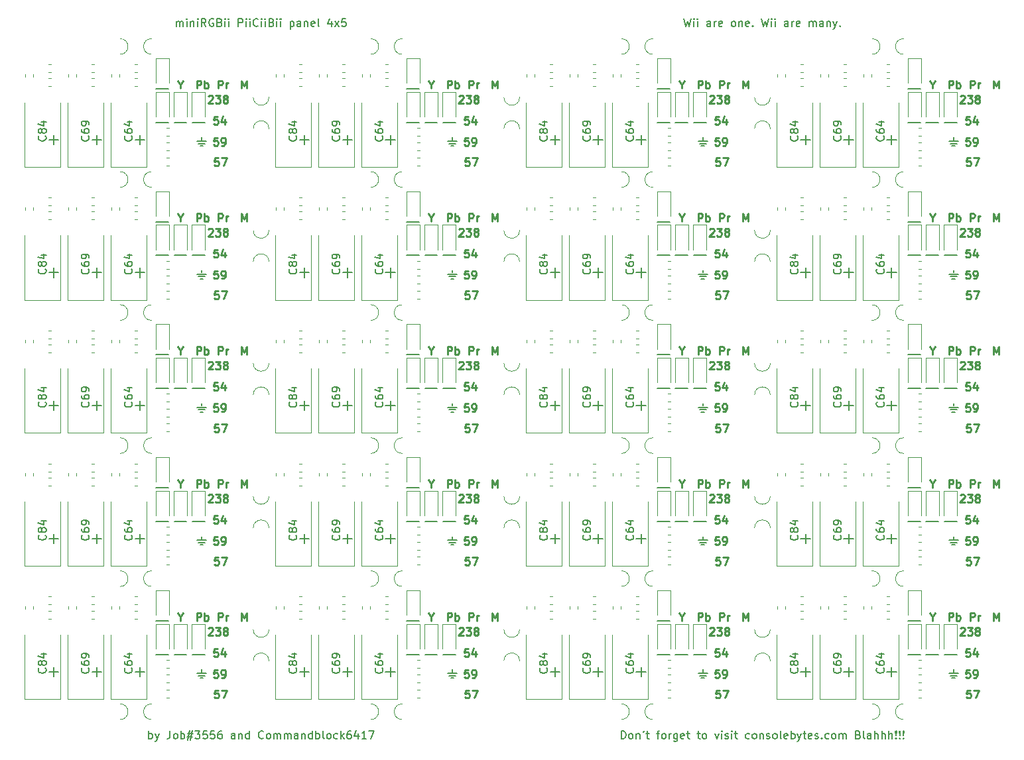
<source format=gbr>
G04 #@! TF.GenerationSoftware,KiCad,Pcbnew,(5.1.5-0-10_14)*
G04 #@! TF.CreationDate,2020-08-30T19:39:22+03:00*
G04 #@! TF.ProjectId,miniRGBii,6d696e69-5247-4426-9969-2e6b69636164,rev?*
G04 #@! TF.SameCoordinates,Original*
G04 #@! TF.FileFunction,Legend,Top*
G04 #@! TF.FilePolarity,Positive*
%FSLAX46Y46*%
G04 Gerber Fmt 4.6, Leading zero omitted, Abs format (unit mm)*
G04 Created by KiCad (PCBNEW (5.1.5-0-10_14)) date 2020-08-30 19:39:22*
%MOMM*%
%LPD*%
G04 APERTURE LIST*
%ADD10C,0.150000*%
%ADD11C,0.250000*%
%ADD12C,0.100000*%
%ADD13C,0.120000*%
G04 APERTURE END LIST*
D10*
X104000000Y-117452380D02*
X104000000Y-116452380D01*
X104238095Y-116452380D01*
X104380952Y-116500000D01*
X104476190Y-116595238D01*
X104523809Y-116690476D01*
X104571428Y-116880952D01*
X104571428Y-117023809D01*
X104523809Y-117214285D01*
X104476190Y-117309523D01*
X104380952Y-117404761D01*
X104238095Y-117452380D01*
X104000000Y-117452380D01*
X105142857Y-117452380D02*
X105047619Y-117404761D01*
X105000000Y-117357142D01*
X104952380Y-117261904D01*
X104952380Y-116976190D01*
X105000000Y-116880952D01*
X105047619Y-116833333D01*
X105142857Y-116785714D01*
X105285714Y-116785714D01*
X105380952Y-116833333D01*
X105428571Y-116880952D01*
X105476190Y-116976190D01*
X105476190Y-117261904D01*
X105428571Y-117357142D01*
X105380952Y-117404761D01*
X105285714Y-117452380D01*
X105142857Y-117452380D01*
X105904761Y-116785714D02*
X105904761Y-117452380D01*
X105904761Y-116880952D02*
X105952380Y-116833333D01*
X106047619Y-116785714D01*
X106190476Y-116785714D01*
X106285714Y-116833333D01*
X106333333Y-116928571D01*
X106333333Y-117452380D01*
X106857142Y-116452380D02*
X106857142Y-116500000D01*
X106809523Y-116595238D01*
X106761904Y-116642857D01*
X107142857Y-116785714D02*
X107523809Y-116785714D01*
X107285714Y-116452380D02*
X107285714Y-117309523D01*
X107333333Y-117404761D01*
X107428571Y-117452380D01*
X107523809Y-117452380D01*
X108476190Y-116785714D02*
X108857142Y-116785714D01*
X108619047Y-117452380D02*
X108619047Y-116595238D01*
X108666666Y-116500000D01*
X108761904Y-116452380D01*
X108857142Y-116452380D01*
X109333333Y-117452380D02*
X109238095Y-117404761D01*
X109190476Y-117357142D01*
X109142857Y-117261904D01*
X109142857Y-116976190D01*
X109190476Y-116880952D01*
X109238095Y-116833333D01*
X109333333Y-116785714D01*
X109476190Y-116785714D01*
X109571428Y-116833333D01*
X109619047Y-116880952D01*
X109666666Y-116976190D01*
X109666666Y-117261904D01*
X109619047Y-117357142D01*
X109571428Y-117404761D01*
X109476190Y-117452380D01*
X109333333Y-117452380D01*
X110095238Y-117452380D02*
X110095238Y-116785714D01*
X110095238Y-116976190D02*
X110142857Y-116880952D01*
X110190476Y-116833333D01*
X110285714Y-116785714D01*
X110380952Y-116785714D01*
X111142857Y-116785714D02*
X111142857Y-117595238D01*
X111095238Y-117690476D01*
X111047619Y-117738095D01*
X110952380Y-117785714D01*
X110809523Y-117785714D01*
X110714285Y-117738095D01*
X111142857Y-117404761D02*
X111047619Y-117452380D01*
X110857142Y-117452380D01*
X110761904Y-117404761D01*
X110714285Y-117357142D01*
X110666666Y-117261904D01*
X110666666Y-116976190D01*
X110714285Y-116880952D01*
X110761904Y-116833333D01*
X110857142Y-116785714D01*
X111047619Y-116785714D01*
X111142857Y-116833333D01*
X112000000Y-117404761D02*
X111904761Y-117452380D01*
X111714285Y-117452380D01*
X111619047Y-117404761D01*
X111571428Y-117309523D01*
X111571428Y-116928571D01*
X111619047Y-116833333D01*
X111714285Y-116785714D01*
X111904761Y-116785714D01*
X112000000Y-116833333D01*
X112047619Y-116928571D01*
X112047619Y-117023809D01*
X111571428Y-117119047D01*
X112333333Y-116785714D02*
X112714285Y-116785714D01*
X112476190Y-116452380D02*
X112476190Y-117309523D01*
X112523809Y-117404761D01*
X112619047Y-117452380D01*
X112714285Y-117452380D01*
X113666666Y-116785714D02*
X114047619Y-116785714D01*
X113809523Y-116452380D02*
X113809523Y-117309523D01*
X113857142Y-117404761D01*
X113952380Y-117452380D01*
X114047619Y-117452380D01*
X114523809Y-117452380D02*
X114428571Y-117404761D01*
X114380952Y-117357142D01*
X114333333Y-117261904D01*
X114333333Y-116976190D01*
X114380952Y-116880952D01*
X114428571Y-116833333D01*
X114523809Y-116785714D01*
X114666666Y-116785714D01*
X114761904Y-116833333D01*
X114809523Y-116880952D01*
X114857142Y-116976190D01*
X114857142Y-117261904D01*
X114809523Y-117357142D01*
X114761904Y-117404761D01*
X114666666Y-117452380D01*
X114523809Y-117452380D01*
X115952380Y-116785714D02*
X116190476Y-117452380D01*
X116428571Y-116785714D01*
X116809523Y-117452380D02*
X116809523Y-116785714D01*
X116809523Y-116452380D02*
X116761904Y-116500000D01*
X116809523Y-116547619D01*
X116857142Y-116500000D01*
X116809523Y-116452380D01*
X116809523Y-116547619D01*
X117238095Y-117404761D02*
X117333333Y-117452380D01*
X117523809Y-117452380D01*
X117619047Y-117404761D01*
X117666666Y-117309523D01*
X117666666Y-117261904D01*
X117619047Y-117166666D01*
X117523809Y-117119047D01*
X117380952Y-117119047D01*
X117285714Y-117071428D01*
X117238095Y-116976190D01*
X117238095Y-116928571D01*
X117285714Y-116833333D01*
X117380952Y-116785714D01*
X117523809Y-116785714D01*
X117619047Y-116833333D01*
X118095238Y-117452380D02*
X118095238Y-116785714D01*
X118095238Y-116452380D02*
X118047619Y-116500000D01*
X118095238Y-116547619D01*
X118142857Y-116500000D01*
X118095238Y-116452380D01*
X118095238Y-116547619D01*
X118428571Y-116785714D02*
X118809523Y-116785714D01*
X118571428Y-116452380D02*
X118571428Y-117309523D01*
X118619047Y-117404761D01*
X118714285Y-117452380D01*
X118809523Y-117452380D01*
X120333333Y-117404761D02*
X120238095Y-117452380D01*
X120047619Y-117452380D01*
X119952380Y-117404761D01*
X119904761Y-117357142D01*
X119857142Y-117261904D01*
X119857142Y-116976190D01*
X119904761Y-116880952D01*
X119952380Y-116833333D01*
X120047619Y-116785714D01*
X120238095Y-116785714D01*
X120333333Y-116833333D01*
X120904761Y-117452380D02*
X120809523Y-117404761D01*
X120761904Y-117357142D01*
X120714285Y-117261904D01*
X120714285Y-116976190D01*
X120761904Y-116880952D01*
X120809523Y-116833333D01*
X120904761Y-116785714D01*
X121047619Y-116785714D01*
X121142857Y-116833333D01*
X121190476Y-116880952D01*
X121238095Y-116976190D01*
X121238095Y-117261904D01*
X121190476Y-117357142D01*
X121142857Y-117404761D01*
X121047619Y-117452380D01*
X120904761Y-117452380D01*
X121666666Y-116785714D02*
X121666666Y-117452380D01*
X121666666Y-116880952D02*
X121714285Y-116833333D01*
X121809523Y-116785714D01*
X121952380Y-116785714D01*
X122047619Y-116833333D01*
X122095238Y-116928571D01*
X122095238Y-117452380D01*
X122523809Y-117404761D02*
X122619047Y-117452380D01*
X122809523Y-117452380D01*
X122904761Y-117404761D01*
X122952380Y-117309523D01*
X122952380Y-117261904D01*
X122904761Y-117166666D01*
X122809523Y-117119047D01*
X122666666Y-117119047D01*
X122571428Y-117071428D01*
X122523809Y-116976190D01*
X122523809Y-116928571D01*
X122571428Y-116833333D01*
X122666666Y-116785714D01*
X122809523Y-116785714D01*
X122904761Y-116833333D01*
X123523809Y-117452380D02*
X123428571Y-117404761D01*
X123380952Y-117357142D01*
X123333333Y-117261904D01*
X123333333Y-116976190D01*
X123380952Y-116880952D01*
X123428571Y-116833333D01*
X123523809Y-116785714D01*
X123666666Y-116785714D01*
X123761904Y-116833333D01*
X123809523Y-116880952D01*
X123857142Y-116976190D01*
X123857142Y-117261904D01*
X123809523Y-117357142D01*
X123761904Y-117404761D01*
X123666666Y-117452380D01*
X123523809Y-117452380D01*
X124428571Y-117452380D02*
X124333333Y-117404761D01*
X124285714Y-117309523D01*
X124285714Y-116452380D01*
X125190476Y-117404761D02*
X125095238Y-117452380D01*
X124904761Y-117452380D01*
X124809523Y-117404761D01*
X124761904Y-117309523D01*
X124761904Y-116928571D01*
X124809523Y-116833333D01*
X124904761Y-116785714D01*
X125095238Y-116785714D01*
X125190476Y-116833333D01*
X125238095Y-116928571D01*
X125238095Y-117023809D01*
X124761904Y-117119047D01*
X125666666Y-117452380D02*
X125666666Y-116452380D01*
X125666666Y-116833333D02*
X125761904Y-116785714D01*
X125952380Y-116785714D01*
X126047619Y-116833333D01*
X126095238Y-116880952D01*
X126142857Y-116976190D01*
X126142857Y-117261904D01*
X126095238Y-117357142D01*
X126047619Y-117404761D01*
X125952380Y-117452380D01*
X125761904Y-117452380D01*
X125666666Y-117404761D01*
X126476190Y-116785714D02*
X126714285Y-117452380D01*
X126952380Y-116785714D02*
X126714285Y-117452380D01*
X126619047Y-117690476D01*
X126571428Y-117738095D01*
X126476190Y-117785714D01*
X127190476Y-116785714D02*
X127571428Y-116785714D01*
X127333333Y-116452380D02*
X127333333Y-117309523D01*
X127380952Y-117404761D01*
X127476190Y-117452380D01*
X127571428Y-117452380D01*
X128285714Y-117404761D02*
X128190476Y-117452380D01*
X127999999Y-117452380D01*
X127904761Y-117404761D01*
X127857142Y-117309523D01*
X127857142Y-116928571D01*
X127904761Y-116833333D01*
X127999999Y-116785714D01*
X128190476Y-116785714D01*
X128285714Y-116833333D01*
X128333333Y-116928571D01*
X128333333Y-117023809D01*
X127857142Y-117119047D01*
X128714285Y-117404761D02*
X128809523Y-117452380D01*
X128999999Y-117452380D01*
X129095238Y-117404761D01*
X129142857Y-117309523D01*
X129142857Y-117261904D01*
X129095238Y-117166666D01*
X128999999Y-117119047D01*
X128857142Y-117119047D01*
X128761904Y-117071428D01*
X128714285Y-116976190D01*
X128714285Y-116928571D01*
X128761904Y-116833333D01*
X128857142Y-116785714D01*
X128999999Y-116785714D01*
X129095238Y-116833333D01*
X129571428Y-117357142D02*
X129619047Y-117404761D01*
X129571428Y-117452380D01*
X129523809Y-117404761D01*
X129571428Y-117357142D01*
X129571428Y-117452380D01*
X130476190Y-117404761D02*
X130380952Y-117452380D01*
X130190476Y-117452380D01*
X130095238Y-117404761D01*
X130047619Y-117357142D01*
X129999999Y-117261904D01*
X129999999Y-116976190D01*
X130047619Y-116880952D01*
X130095238Y-116833333D01*
X130190476Y-116785714D01*
X130380952Y-116785714D01*
X130476190Y-116833333D01*
X131047619Y-117452380D02*
X130952380Y-117404761D01*
X130904761Y-117357142D01*
X130857142Y-117261904D01*
X130857142Y-116976190D01*
X130904761Y-116880952D01*
X130952380Y-116833333D01*
X131047619Y-116785714D01*
X131190476Y-116785714D01*
X131285714Y-116833333D01*
X131333333Y-116880952D01*
X131380952Y-116976190D01*
X131380952Y-117261904D01*
X131333333Y-117357142D01*
X131285714Y-117404761D01*
X131190476Y-117452380D01*
X131047619Y-117452380D01*
X131809523Y-117452380D02*
X131809523Y-116785714D01*
X131809523Y-116880952D02*
X131857142Y-116833333D01*
X131952380Y-116785714D01*
X132095238Y-116785714D01*
X132190476Y-116833333D01*
X132238095Y-116928571D01*
X132238095Y-117452380D01*
X132238095Y-116928571D02*
X132285714Y-116833333D01*
X132380952Y-116785714D01*
X132523809Y-116785714D01*
X132619047Y-116833333D01*
X132666666Y-116928571D01*
X132666666Y-117452380D01*
X134238095Y-116928571D02*
X134380952Y-116976190D01*
X134428571Y-117023809D01*
X134476190Y-117119047D01*
X134476190Y-117261904D01*
X134428571Y-117357142D01*
X134380952Y-117404761D01*
X134285714Y-117452380D01*
X133904761Y-117452380D01*
X133904761Y-116452380D01*
X134238095Y-116452380D01*
X134333333Y-116500000D01*
X134380952Y-116547619D01*
X134428571Y-116642857D01*
X134428571Y-116738095D01*
X134380952Y-116833333D01*
X134333333Y-116880952D01*
X134238095Y-116928571D01*
X133904761Y-116928571D01*
X135047619Y-117452380D02*
X134952380Y-117404761D01*
X134904761Y-117309523D01*
X134904761Y-116452380D01*
X135857142Y-117452380D02*
X135857142Y-116928571D01*
X135809523Y-116833333D01*
X135714285Y-116785714D01*
X135523809Y-116785714D01*
X135428571Y-116833333D01*
X135857142Y-117404761D02*
X135761904Y-117452380D01*
X135523809Y-117452380D01*
X135428571Y-117404761D01*
X135380952Y-117309523D01*
X135380952Y-117214285D01*
X135428571Y-117119047D01*
X135523809Y-117071428D01*
X135761904Y-117071428D01*
X135857142Y-117023809D01*
X136333333Y-117452380D02*
X136333333Y-116452380D01*
X136761904Y-117452380D02*
X136761904Y-116928571D01*
X136714285Y-116833333D01*
X136619047Y-116785714D01*
X136476190Y-116785714D01*
X136380952Y-116833333D01*
X136333333Y-116880952D01*
X137238095Y-117452380D02*
X137238095Y-116452380D01*
X137666666Y-117452380D02*
X137666666Y-116928571D01*
X137619047Y-116833333D01*
X137523809Y-116785714D01*
X137380952Y-116785714D01*
X137285714Y-116833333D01*
X137238095Y-116880952D01*
X138142857Y-117452380D02*
X138142857Y-116452380D01*
X138571428Y-117452380D02*
X138571428Y-116928571D01*
X138523809Y-116833333D01*
X138428571Y-116785714D01*
X138285714Y-116785714D01*
X138190476Y-116833333D01*
X138142857Y-116880952D01*
X139047619Y-117357142D02*
X139095238Y-117404761D01*
X139047619Y-117452380D01*
X139000000Y-117404761D01*
X139047619Y-117357142D01*
X139047619Y-117452380D01*
X139047619Y-117071428D02*
X139000000Y-116500000D01*
X139047619Y-116452380D01*
X139095238Y-116500000D01*
X139047619Y-117071428D01*
X139047619Y-116452380D01*
X139523809Y-117357142D02*
X139571428Y-117404761D01*
X139523809Y-117452380D01*
X139476190Y-117404761D01*
X139523809Y-117357142D01*
X139523809Y-117452380D01*
X139523809Y-117071428D02*
X139476190Y-116500000D01*
X139523809Y-116452380D01*
X139571428Y-116500000D01*
X139523809Y-117071428D01*
X139523809Y-116452380D01*
X140000000Y-117357142D02*
X140047619Y-117404761D01*
X140000000Y-117452380D01*
X139952380Y-117404761D01*
X140000000Y-117357142D01*
X140000000Y-117452380D01*
X140000000Y-117071428D02*
X139952380Y-116500000D01*
X140000000Y-116452380D01*
X140047619Y-116500000D01*
X140000000Y-117071428D01*
X140000000Y-116452380D01*
X112000000Y-25452380D02*
X112238095Y-26452380D01*
X112428571Y-25738095D01*
X112619047Y-26452380D01*
X112857142Y-25452380D01*
X113238095Y-26452380D02*
X113238095Y-25785714D01*
X113238095Y-25452380D02*
X113190476Y-25500000D01*
X113238095Y-25547619D01*
X113285714Y-25500000D01*
X113238095Y-25452380D01*
X113238095Y-25547619D01*
X113714285Y-26452380D02*
X113714285Y-25785714D01*
X113714285Y-25452380D02*
X113666666Y-25500000D01*
X113714285Y-25547619D01*
X113761904Y-25500000D01*
X113714285Y-25452380D01*
X113714285Y-25547619D01*
X115380952Y-26452380D02*
X115380952Y-25928571D01*
X115333333Y-25833333D01*
X115238095Y-25785714D01*
X115047619Y-25785714D01*
X114952380Y-25833333D01*
X115380952Y-26404761D02*
X115285714Y-26452380D01*
X115047619Y-26452380D01*
X114952380Y-26404761D01*
X114904761Y-26309523D01*
X114904761Y-26214285D01*
X114952380Y-26119047D01*
X115047619Y-26071428D01*
X115285714Y-26071428D01*
X115380952Y-26023809D01*
X115857142Y-26452380D02*
X115857142Y-25785714D01*
X115857142Y-25976190D02*
X115904761Y-25880952D01*
X115952380Y-25833333D01*
X116047619Y-25785714D01*
X116142857Y-25785714D01*
X116857142Y-26404761D02*
X116761904Y-26452380D01*
X116571428Y-26452380D01*
X116476190Y-26404761D01*
X116428571Y-26309523D01*
X116428571Y-25928571D01*
X116476190Y-25833333D01*
X116571428Y-25785714D01*
X116761904Y-25785714D01*
X116857142Y-25833333D01*
X116904761Y-25928571D01*
X116904761Y-26023809D01*
X116428571Y-26119047D01*
X118238095Y-26452380D02*
X118142857Y-26404761D01*
X118095238Y-26357142D01*
X118047619Y-26261904D01*
X118047619Y-25976190D01*
X118095238Y-25880952D01*
X118142857Y-25833333D01*
X118238095Y-25785714D01*
X118380952Y-25785714D01*
X118476190Y-25833333D01*
X118523809Y-25880952D01*
X118571428Y-25976190D01*
X118571428Y-26261904D01*
X118523809Y-26357142D01*
X118476190Y-26404761D01*
X118380952Y-26452380D01*
X118238095Y-26452380D01*
X119000000Y-25785714D02*
X119000000Y-26452380D01*
X119000000Y-25880952D02*
X119047619Y-25833333D01*
X119142857Y-25785714D01*
X119285714Y-25785714D01*
X119380952Y-25833333D01*
X119428571Y-25928571D01*
X119428571Y-26452380D01*
X120285714Y-26404761D02*
X120190476Y-26452380D01*
X120000000Y-26452380D01*
X119904761Y-26404761D01*
X119857142Y-26309523D01*
X119857142Y-25928571D01*
X119904761Y-25833333D01*
X120000000Y-25785714D01*
X120190476Y-25785714D01*
X120285714Y-25833333D01*
X120333333Y-25928571D01*
X120333333Y-26023809D01*
X119857142Y-26119047D01*
X120761904Y-26357142D02*
X120809523Y-26404761D01*
X120761904Y-26452380D01*
X120714285Y-26404761D01*
X120761904Y-26357142D01*
X120761904Y-26452380D01*
X121904761Y-25452380D02*
X122142857Y-26452380D01*
X122333333Y-25738095D01*
X122523809Y-26452380D01*
X122761904Y-25452380D01*
X123142857Y-26452380D02*
X123142857Y-25785714D01*
X123142857Y-25452380D02*
X123095238Y-25500000D01*
X123142857Y-25547619D01*
X123190476Y-25500000D01*
X123142857Y-25452380D01*
X123142857Y-25547619D01*
X123619047Y-26452380D02*
X123619047Y-25785714D01*
X123619047Y-25452380D02*
X123571428Y-25500000D01*
X123619047Y-25547619D01*
X123666666Y-25500000D01*
X123619047Y-25452380D01*
X123619047Y-25547619D01*
X125285714Y-26452380D02*
X125285714Y-25928571D01*
X125238095Y-25833333D01*
X125142857Y-25785714D01*
X124952380Y-25785714D01*
X124857142Y-25833333D01*
X125285714Y-26404761D02*
X125190476Y-26452380D01*
X124952380Y-26452380D01*
X124857142Y-26404761D01*
X124809523Y-26309523D01*
X124809523Y-26214285D01*
X124857142Y-26119047D01*
X124952380Y-26071428D01*
X125190476Y-26071428D01*
X125285714Y-26023809D01*
X125761904Y-26452380D02*
X125761904Y-25785714D01*
X125761904Y-25976190D02*
X125809523Y-25880952D01*
X125857142Y-25833333D01*
X125952380Y-25785714D01*
X126047619Y-25785714D01*
X126761904Y-26404761D02*
X126666666Y-26452380D01*
X126476190Y-26452380D01*
X126380952Y-26404761D01*
X126333333Y-26309523D01*
X126333333Y-25928571D01*
X126380952Y-25833333D01*
X126476190Y-25785714D01*
X126666666Y-25785714D01*
X126761904Y-25833333D01*
X126809523Y-25928571D01*
X126809523Y-26023809D01*
X126333333Y-26119047D01*
X128000000Y-26452380D02*
X128000000Y-25785714D01*
X128000000Y-25880952D02*
X128047619Y-25833333D01*
X128142857Y-25785714D01*
X128285714Y-25785714D01*
X128380952Y-25833333D01*
X128428571Y-25928571D01*
X128428571Y-26452380D01*
X128428571Y-25928571D02*
X128476190Y-25833333D01*
X128571428Y-25785714D01*
X128714285Y-25785714D01*
X128809523Y-25833333D01*
X128857142Y-25928571D01*
X128857142Y-26452380D01*
X129761904Y-26452380D02*
X129761904Y-25928571D01*
X129714285Y-25833333D01*
X129619047Y-25785714D01*
X129428571Y-25785714D01*
X129333333Y-25833333D01*
X129761904Y-26404761D02*
X129666666Y-26452380D01*
X129428571Y-26452380D01*
X129333333Y-26404761D01*
X129285714Y-26309523D01*
X129285714Y-26214285D01*
X129333333Y-26119047D01*
X129428571Y-26071428D01*
X129666666Y-26071428D01*
X129761904Y-26023809D01*
X130238095Y-25785714D02*
X130238095Y-26452380D01*
X130238095Y-25880952D02*
X130285714Y-25833333D01*
X130380952Y-25785714D01*
X130523809Y-25785714D01*
X130619047Y-25833333D01*
X130666666Y-25928571D01*
X130666666Y-26452380D01*
X131047619Y-25785714D02*
X131285714Y-26452380D01*
X131523809Y-25785714D02*
X131285714Y-26452380D01*
X131190476Y-26690476D01*
X131142857Y-26738095D01*
X131047619Y-26785714D01*
X131904761Y-26357142D02*
X131952380Y-26404761D01*
X131904761Y-26452380D01*
X131857142Y-26404761D01*
X131904761Y-26357142D01*
X131904761Y-26452380D01*
X43666666Y-117452380D02*
X43666666Y-116452380D01*
X43666666Y-116833333D02*
X43761904Y-116785714D01*
X43952380Y-116785714D01*
X44047619Y-116833333D01*
X44095238Y-116880952D01*
X44142857Y-116976190D01*
X44142857Y-117261904D01*
X44095238Y-117357142D01*
X44047619Y-117404761D01*
X43952380Y-117452380D01*
X43761904Y-117452380D01*
X43666666Y-117404761D01*
X44476190Y-116785714D02*
X44714285Y-117452380D01*
X44952380Y-116785714D02*
X44714285Y-117452380D01*
X44619047Y-117690476D01*
X44571428Y-117738095D01*
X44476190Y-117785714D01*
X46380952Y-116452380D02*
X46380952Y-117166666D01*
X46333333Y-117309523D01*
X46238095Y-117404761D01*
X46095238Y-117452380D01*
X46000000Y-117452380D01*
X47000000Y-117452380D02*
X46904761Y-117404761D01*
X46857142Y-117357142D01*
X46809523Y-117261904D01*
X46809523Y-116976190D01*
X46857142Y-116880952D01*
X46904761Y-116833333D01*
X47000000Y-116785714D01*
X47142857Y-116785714D01*
X47238095Y-116833333D01*
X47285714Y-116880952D01*
X47333333Y-116976190D01*
X47333333Y-117261904D01*
X47285714Y-117357142D01*
X47238095Y-117404761D01*
X47142857Y-117452380D01*
X47000000Y-117452380D01*
X47761904Y-117452380D02*
X47761904Y-116452380D01*
X47761904Y-116833333D02*
X47857142Y-116785714D01*
X48047619Y-116785714D01*
X48142857Y-116833333D01*
X48190476Y-116880952D01*
X48238095Y-116976190D01*
X48238095Y-117261904D01*
X48190476Y-117357142D01*
X48142857Y-117404761D01*
X48047619Y-117452380D01*
X47857142Y-117452380D01*
X47761904Y-117404761D01*
X48619047Y-116785714D02*
X49333333Y-116785714D01*
X48904761Y-116357142D02*
X48619047Y-117642857D01*
X49238095Y-117214285D02*
X48523809Y-117214285D01*
X48952380Y-117642857D02*
X49238095Y-116357142D01*
X49571428Y-116452380D02*
X50190476Y-116452380D01*
X49857142Y-116833333D01*
X50000000Y-116833333D01*
X50095238Y-116880952D01*
X50142857Y-116928571D01*
X50190476Y-117023809D01*
X50190476Y-117261904D01*
X50142857Y-117357142D01*
X50095238Y-117404761D01*
X50000000Y-117452380D01*
X49714285Y-117452380D01*
X49619047Y-117404761D01*
X49571428Y-117357142D01*
X51095238Y-116452380D02*
X50619047Y-116452380D01*
X50571428Y-116928571D01*
X50619047Y-116880952D01*
X50714285Y-116833333D01*
X50952380Y-116833333D01*
X51047619Y-116880952D01*
X51095238Y-116928571D01*
X51142857Y-117023809D01*
X51142857Y-117261904D01*
X51095238Y-117357142D01*
X51047619Y-117404761D01*
X50952380Y-117452380D01*
X50714285Y-117452380D01*
X50619047Y-117404761D01*
X50571428Y-117357142D01*
X52047619Y-116452380D02*
X51571428Y-116452380D01*
X51523809Y-116928571D01*
X51571428Y-116880952D01*
X51666666Y-116833333D01*
X51904761Y-116833333D01*
X52000000Y-116880952D01*
X52047619Y-116928571D01*
X52095238Y-117023809D01*
X52095238Y-117261904D01*
X52047619Y-117357142D01*
X52000000Y-117404761D01*
X51904761Y-117452380D01*
X51666666Y-117452380D01*
X51571428Y-117404761D01*
X51523809Y-117357142D01*
X52952380Y-116452380D02*
X52761904Y-116452380D01*
X52666666Y-116500000D01*
X52619047Y-116547619D01*
X52523809Y-116690476D01*
X52476190Y-116880952D01*
X52476190Y-117261904D01*
X52523809Y-117357142D01*
X52571428Y-117404761D01*
X52666666Y-117452380D01*
X52857142Y-117452380D01*
X52952380Y-117404761D01*
X53000000Y-117357142D01*
X53047619Y-117261904D01*
X53047619Y-117023809D01*
X53000000Y-116928571D01*
X52952380Y-116880952D01*
X52857142Y-116833333D01*
X52666666Y-116833333D01*
X52571428Y-116880952D01*
X52523809Y-116928571D01*
X52476190Y-117023809D01*
X54666666Y-117452380D02*
X54666666Y-116928571D01*
X54619047Y-116833333D01*
X54523809Y-116785714D01*
X54333333Y-116785714D01*
X54238095Y-116833333D01*
X54666666Y-117404761D02*
X54571428Y-117452380D01*
X54333333Y-117452380D01*
X54238095Y-117404761D01*
X54190476Y-117309523D01*
X54190476Y-117214285D01*
X54238095Y-117119047D01*
X54333333Y-117071428D01*
X54571428Y-117071428D01*
X54666666Y-117023809D01*
X55142857Y-116785714D02*
X55142857Y-117452380D01*
X55142857Y-116880952D02*
X55190476Y-116833333D01*
X55285714Y-116785714D01*
X55428571Y-116785714D01*
X55523809Y-116833333D01*
X55571428Y-116928571D01*
X55571428Y-117452380D01*
X56476190Y-117452380D02*
X56476190Y-116452380D01*
X56476190Y-117404761D02*
X56380952Y-117452380D01*
X56190476Y-117452380D01*
X56095238Y-117404761D01*
X56047619Y-117357142D01*
X55999999Y-117261904D01*
X55999999Y-116976190D01*
X56047619Y-116880952D01*
X56095238Y-116833333D01*
X56190476Y-116785714D01*
X56380952Y-116785714D01*
X56476190Y-116833333D01*
X58285714Y-117357142D02*
X58238095Y-117404761D01*
X58095238Y-117452380D01*
X57999999Y-117452380D01*
X57857142Y-117404761D01*
X57761904Y-117309523D01*
X57714285Y-117214285D01*
X57666666Y-117023809D01*
X57666666Y-116880952D01*
X57714285Y-116690476D01*
X57761904Y-116595238D01*
X57857142Y-116500000D01*
X57999999Y-116452380D01*
X58095238Y-116452380D01*
X58238095Y-116500000D01*
X58285714Y-116547619D01*
X58857142Y-117452380D02*
X58761904Y-117404761D01*
X58714285Y-117357142D01*
X58666666Y-117261904D01*
X58666666Y-116976190D01*
X58714285Y-116880952D01*
X58761904Y-116833333D01*
X58857142Y-116785714D01*
X58999999Y-116785714D01*
X59095238Y-116833333D01*
X59142857Y-116880952D01*
X59190476Y-116976190D01*
X59190476Y-117261904D01*
X59142857Y-117357142D01*
X59095238Y-117404761D01*
X58999999Y-117452380D01*
X58857142Y-117452380D01*
X59619047Y-117452380D02*
X59619047Y-116785714D01*
X59619047Y-116880952D02*
X59666666Y-116833333D01*
X59761904Y-116785714D01*
X59904761Y-116785714D01*
X59999999Y-116833333D01*
X60047619Y-116928571D01*
X60047619Y-117452380D01*
X60047619Y-116928571D02*
X60095238Y-116833333D01*
X60190476Y-116785714D01*
X60333333Y-116785714D01*
X60428571Y-116833333D01*
X60476190Y-116928571D01*
X60476190Y-117452380D01*
X60952380Y-117452380D02*
X60952380Y-116785714D01*
X60952380Y-116880952D02*
X61000000Y-116833333D01*
X61095238Y-116785714D01*
X61238095Y-116785714D01*
X61333333Y-116833333D01*
X61380952Y-116928571D01*
X61380952Y-117452380D01*
X61380952Y-116928571D02*
X61428571Y-116833333D01*
X61523809Y-116785714D01*
X61666666Y-116785714D01*
X61761904Y-116833333D01*
X61809523Y-116928571D01*
X61809523Y-117452380D01*
X62714285Y-117452380D02*
X62714285Y-116928571D01*
X62666666Y-116833333D01*
X62571428Y-116785714D01*
X62380952Y-116785714D01*
X62285714Y-116833333D01*
X62714285Y-117404761D02*
X62619047Y-117452380D01*
X62380952Y-117452380D01*
X62285714Y-117404761D01*
X62238095Y-117309523D01*
X62238095Y-117214285D01*
X62285714Y-117119047D01*
X62380952Y-117071428D01*
X62619047Y-117071428D01*
X62714285Y-117023809D01*
X63190476Y-116785714D02*
X63190476Y-117452380D01*
X63190476Y-116880952D02*
X63238095Y-116833333D01*
X63333333Y-116785714D01*
X63476190Y-116785714D01*
X63571428Y-116833333D01*
X63619047Y-116928571D01*
X63619047Y-117452380D01*
X64523809Y-117452380D02*
X64523809Y-116452380D01*
X64523809Y-117404761D02*
X64428571Y-117452380D01*
X64238095Y-117452380D01*
X64142857Y-117404761D01*
X64095238Y-117357142D01*
X64047619Y-117261904D01*
X64047619Y-116976190D01*
X64095238Y-116880952D01*
X64142857Y-116833333D01*
X64238095Y-116785714D01*
X64428571Y-116785714D01*
X64523809Y-116833333D01*
X64999999Y-117452380D02*
X64999999Y-116452380D01*
X64999999Y-116833333D02*
X65095238Y-116785714D01*
X65285714Y-116785714D01*
X65380952Y-116833333D01*
X65428571Y-116880952D01*
X65476190Y-116976190D01*
X65476190Y-117261904D01*
X65428571Y-117357142D01*
X65380952Y-117404761D01*
X65285714Y-117452380D01*
X65095238Y-117452380D01*
X64999999Y-117404761D01*
X66047619Y-117452380D02*
X65952380Y-117404761D01*
X65904761Y-117309523D01*
X65904761Y-116452380D01*
X66571428Y-117452380D02*
X66476190Y-117404761D01*
X66428571Y-117357142D01*
X66380952Y-117261904D01*
X66380952Y-116976190D01*
X66428571Y-116880952D01*
X66476190Y-116833333D01*
X66571428Y-116785714D01*
X66714285Y-116785714D01*
X66809523Y-116833333D01*
X66857142Y-116880952D01*
X66904761Y-116976190D01*
X66904761Y-117261904D01*
X66857142Y-117357142D01*
X66809523Y-117404761D01*
X66714285Y-117452380D01*
X66571428Y-117452380D01*
X67761904Y-117404761D02*
X67666666Y-117452380D01*
X67476190Y-117452380D01*
X67380952Y-117404761D01*
X67333333Y-117357142D01*
X67285714Y-117261904D01*
X67285714Y-116976190D01*
X67333333Y-116880952D01*
X67380952Y-116833333D01*
X67476190Y-116785714D01*
X67666666Y-116785714D01*
X67761904Y-116833333D01*
X68190476Y-117452380D02*
X68190476Y-116452380D01*
X68285714Y-117071428D02*
X68571428Y-117452380D01*
X68571428Y-116785714D02*
X68190476Y-117166666D01*
X69428571Y-116452380D02*
X69238095Y-116452380D01*
X69142857Y-116500000D01*
X69095238Y-116547619D01*
X68999999Y-116690476D01*
X68952380Y-116880952D01*
X68952380Y-117261904D01*
X68999999Y-117357142D01*
X69047619Y-117404761D01*
X69142857Y-117452380D01*
X69333333Y-117452380D01*
X69428571Y-117404761D01*
X69476190Y-117357142D01*
X69523809Y-117261904D01*
X69523809Y-117023809D01*
X69476190Y-116928571D01*
X69428571Y-116880952D01*
X69333333Y-116833333D01*
X69142857Y-116833333D01*
X69047619Y-116880952D01*
X68999999Y-116928571D01*
X68952380Y-117023809D01*
X70380952Y-116785714D02*
X70380952Y-117452380D01*
X70142857Y-116404761D02*
X69904761Y-117119047D01*
X70523809Y-117119047D01*
X71428571Y-117452380D02*
X70857142Y-117452380D01*
X71142857Y-117452380D02*
X71142857Y-116452380D01*
X71047619Y-116595238D01*
X70952380Y-116690476D01*
X70857142Y-116738095D01*
X71761904Y-116452380D02*
X72428571Y-116452380D01*
X71999999Y-117452380D01*
X47190476Y-26452380D02*
X47190476Y-25785714D01*
X47190476Y-25880952D02*
X47238095Y-25833333D01*
X47333333Y-25785714D01*
X47476190Y-25785714D01*
X47571428Y-25833333D01*
X47619047Y-25928571D01*
X47619047Y-26452380D01*
X47619047Y-25928571D02*
X47666666Y-25833333D01*
X47761904Y-25785714D01*
X47904761Y-25785714D01*
X48000000Y-25833333D01*
X48047619Y-25928571D01*
X48047619Y-26452380D01*
X48523809Y-26452380D02*
X48523809Y-25785714D01*
X48523809Y-25452380D02*
X48476190Y-25500000D01*
X48523809Y-25547619D01*
X48571428Y-25500000D01*
X48523809Y-25452380D01*
X48523809Y-25547619D01*
X49000000Y-25785714D02*
X49000000Y-26452380D01*
X49000000Y-25880952D02*
X49047619Y-25833333D01*
X49142857Y-25785714D01*
X49285714Y-25785714D01*
X49380952Y-25833333D01*
X49428571Y-25928571D01*
X49428571Y-26452380D01*
X49904761Y-26452380D02*
X49904761Y-25785714D01*
X49904761Y-25452380D02*
X49857142Y-25500000D01*
X49904761Y-25547619D01*
X49952380Y-25500000D01*
X49904761Y-25452380D01*
X49904761Y-25547619D01*
X50952380Y-26452380D02*
X50619047Y-25976190D01*
X50380952Y-26452380D02*
X50380952Y-25452380D01*
X50761904Y-25452380D01*
X50857142Y-25500000D01*
X50904761Y-25547619D01*
X50952380Y-25642857D01*
X50952380Y-25785714D01*
X50904761Y-25880952D01*
X50857142Y-25928571D01*
X50761904Y-25976190D01*
X50380952Y-25976190D01*
X51904761Y-25500000D02*
X51809523Y-25452380D01*
X51666666Y-25452380D01*
X51523809Y-25500000D01*
X51428571Y-25595238D01*
X51380952Y-25690476D01*
X51333333Y-25880952D01*
X51333333Y-26023809D01*
X51380952Y-26214285D01*
X51428571Y-26309523D01*
X51523809Y-26404761D01*
X51666666Y-26452380D01*
X51761904Y-26452380D01*
X51904761Y-26404761D01*
X51952380Y-26357142D01*
X51952380Y-26023809D01*
X51761904Y-26023809D01*
X52714285Y-25928571D02*
X52857142Y-25976190D01*
X52904761Y-26023809D01*
X52952380Y-26119047D01*
X52952380Y-26261904D01*
X52904761Y-26357142D01*
X52857142Y-26404761D01*
X52761904Y-26452380D01*
X52380952Y-26452380D01*
X52380952Y-25452380D01*
X52714285Y-25452380D01*
X52809523Y-25500000D01*
X52857142Y-25547619D01*
X52904761Y-25642857D01*
X52904761Y-25738095D01*
X52857142Y-25833333D01*
X52809523Y-25880952D01*
X52714285Y-25928571D01*
X52380952Y-25928571D01*
X53380952Y-26452380D02*
X53380952Y-25785714D01*
X53380952Y-25452380D02*
X53333333Y-25500000D01*
X53380952Y-25547619D01*
X53428571Y-25500000D01*
X53380952Y-25452380D01*
X53380952Y-25547619D01*
X53857142Y-26452380D02*
X53857142Y-25785714D01*
X53857142Y-25452380D02*
X53809523Y-25500000D01*
X53857142Y-25547619D01*
X53904761Y-25500000D01*
X53857142Y-25452380D01*
X53857142Y-25547619D01*
X55095238Y-26452380D02*
X55095238Y-25452380D01*
X55476190Y-25452380D01*
X55571428Y-25500000D01*
X55619047Y-25547619D01*
X55666666Y-25642857D01*
X55666666Y-25785714D01*
X55619047Y-25880952D01*
X55571428Y-25928571D01*
X55476190Y-25976190D01*
X55095238Y-25976190D01*
X56095238Y-26452380D02*
X56095238Y-25785714D01*
X56095238Y-25452380D02*
X56047619Y-25500000D01*
X56095238Y-25547619D01*
X56142857Y-25500000D01*
X56095238Y-25452380D01*
X56095238Y-25547619D01*
X56571428Y-26452380D02*
X56571428Y-25785714D01*
X56571428Y-25452380D02*
X56523809Y-25500000D01*
X56571428Y-25547619D01*
X56619047Y-25500000D01*
X56571428Y-25452380D01*
X56571428Y-25547619D01*
X57619047Y-26357142D02*
X57571428Y-26404761D01*
X57428571Y-26452380D01*
X57333333Y-26452380D01*
X57190476Y-26404761D01*
X57095238Y-26309523D01*
X57047619Y-26214285D01*
X57000000Y-26023809D01*
X57000000Y-25880952D01*
X57047619Y-25690476D01*
X57095238Y-25595238D01*
X57190476Y-25500000D01*
X57333333Y-25452380D01*
X57428571Y-25452380D01*
X57571428Y-25500000D01*
X57619047Y-25547619D01*
X58047619Y-26452380D02*
X58047619Y-25785714D01*
X58047619Y-25452380D02*
X58000000Y-25500000D01*
X58047619Y-25547619D01*
X58095238Y-25500000D01*
X58047619Y-25452380D01*
X58047619Y-25547619D01*
X58523809Y-26452380D02*
X58523809Y-25785714D01*
X58523809Y-25452380D02*
X58476190Y-25500000D01*
X58523809Y-25547619D01*
X58571428Y-25500000D01*
X58523809Y-25452380D01*
X58523809Y-25547619D01*
X59333333Y-25928571D02*
X59476190Y-25976190D01*
X59523809Y-26023809D01*
X59571428Y-26119047D01*
X59571428Y-26261904D01*
X59523809Y-26357142D01*
X59476190Y-26404761D01*
X59380952Y-26452380D01*
X59000000Y-26452380D01*
X59000000Y-25452380D01*
X59333333Y-25452380D01*
X59428571Y-25500000D01*
X59476190Y-25547619D01*
X59523809Y-25642857D01*
X59523809Y-25738095D01*
X59476190Y-25833333D01*
X59428571Y-25880952D01*
X59333333Y-25928571D01*
X59000000Y-25928571D01*
X60000000Y-26452380D02*
X60000000Y-25785714D01*
X60000000Y-25452380D02*
X59952380Y-25500000D01*
X60000000Y-25547619D01*
X60047619Y-25500000D01*
X60000000Y-25452380D01*
X60000000Y-25547619D01*
X60476190Y-26452380D02*
X60476190Y-25785714D01*
X60476190Y-25452380D02*
X60428571Y-25500000D01*
X60476190Y-25547619D01*
X60523809Y-25500000D01*
X60476190Y-25452380D01*
X60476190Y-25547619D01*
X61714285Y-25785714D02*
X61714285Y-26785714D01*
X61714285Y-25833333D02*
X61809523Y-25785714D01*
X62000000Y-25785714D01*
X62095238Y-25833333D01*
X62142857Y-25880952D01*
X62190476Y-25976190D01*
X62190476Y-26261904D01*
X62142857Y-26357142D01*
X62095238Y-26404761D01*
X62000000Y-26452380D01*
X61809523Y-26452380D01*
X61714285Y-26404761D01*
X63047619Y-26452380D02*
X63047619Y-25928571D01*
X63000000Y-25833333D01*
X62904761Y-25785714D01*
X62714285Y-25785714D01*
X62619047Y-25833333D01*
X63047619Y-26404761D02*
X62952380Y-26452380D01*
X62714285Y-26452380D01*
X62619047Y-26404761D01*
X62571428Y-26309523D01*
X62571428Y-26214285D01*
X62619047Y-26119047D01*
X62714285Y-26071428D01*
X62952380Y-26071428D01*
X63047619Y-26023809D01*
X63523809Y-25785714D02*
X63523809Y-26452380D01*
X63523809Y-25880952D02*
X63571428Y-25833333D01*
X63666666Y-25785714D01*
X63809523Y-25785714D01*
X63904761Y-25833333D01*
X63952380Y-25928571D01*
X63952380Y-26452380D01*
X64809523Y-26404761D02*
X64714285Y-26452380D01*
X64523809Y-26452380D01*
X64428571Y-26404761D01*
X64380952Y-26309523D01*
X64380952Y-25928571D01*
X64428571Y-25833333D01*
X64523809Y-25785714D01*
X64714285Y-25785714D01*
X64809523Y-25833333D01*
X64857142Y-25928571D01*
X64857142Y-26023809D01*
X64380952Y-26119047D01*
X65428571Y-26452380D02*
X65333333Y-26404761D01*
X65285714Y-26309523D01*
X65285714Y-25452380D01*
X67000000Y-25785714D02*
X67000000Y-26452380D01*
X66761904Y-25404761D02*
X66523809Y-26119047D01*
X67142857Y-26119047D01*
X67428571Y-26452380D02*
X67952380Y-25785714D01*
X67428571Y-25785714D02*
X67952380Y-26452380D01*
X68809523Y-25452380D02*
X68333333Y-25452380D01*
X68285714Y-25928571D01*
X68333333Y-25880952D01*
X68428571Y-25833333D01*
X68666666Y-25833333D01*
X68761904Y-25880952D01*
X68809523Y-25928571D01*
X68857142Y-26023809D01*
X68857142Y-26261904D01*
X68809523Y-26357142D01*
X68761904Y-26404761D01*
X68666666Y-26452380D01*
X68428571Y-26452380D01*
X68333333Y-26404761D01*
X68285714Y-26357142D01*
D11*
X148528571Y-34352380D02*
X148528571Y-33352380D01*
X148909523Y-33352380D01*
X149004761Y-33400000D01*
X149052380Y-33447619D01*
X149100000Y-33542857D01*
X149100000Y-33685714D01*
X149052380Y-33780952D01*
X149004761Y-33828571D01*
X148909523Y-33876190D01*
X148528571Y-33876190D01*
X149528571Y-34352380D02*
X149528571Y-33685714D01*
X149528571Y-33876190D02*
X149576190Y-33780952D01*
X149623809Y-33733333D01*
X149719047Y-33685714D01*
X149814285Y-33685714D01*
X52528571Y-51352380D02*
X52528571Y-50352380D01*
X52909523Y-50352380D01*
X53004761Y-50400000D01*
X53052380Y-50447619D01*
X53100000Y-50542857D01*
X53100000Y-50685714D01*
X53052380Y-50780952D01*
X53004761Y-50828571D01*
X52909523Y-50876190D01*
X52528571Y-50876190D01*
X53528571Y-51352380D02*
X53528571Y-50685714D01*
X53528571Y-50876190D02*
X53576190Y-50780952D01*
X53623809Y-50733333D01*
X53719047Y-50685714D01*
X53814285Y-50685714D01*
X116528571Y-34352380D02*
X116528571Y-33352380D01*
X116909523Y-33352380D01*
X117004761Y-33400000D01*
X117052380Y-33447619D01*
X117100000Y-33542857D01*
X117100000Y-33685714D01*
X117052380Y-33780952D01*
X117004761Y-33828571D01*
X116909523Y-33876190D01*
X116528571Y-33876190D01*
X117528571Y-34352380D02*
X117528571Y-33685714D01*
X117528571Y-33876190D02*
X117576190Y-33780952D01*
X117623809Y-33733333D01*
X117719047Y-33685714D01*
X117814285Y-33685714D01*
X84528571Y-34352380D02*
X84528571Y-33352380D01*
X84909523Y-33352380D01*
X85004761Y-33400000D01*
X85052380Y-33447619D01*
X85100000Y-33542857D01*
X85100000Y-33685714D01*
X85052380Y-33780952D01*
X85004761Y-33828571D01*
X84909523Y-33876190D01*
X84528571Y-33876190D01*
X85528571Y-34352380D02*
X85528571Y-33685714D01*
X85528571Y-33876190D02*
X85576190Y-33780952D01*
X85623809Y-33733333D01*
X85719047Y-33685714D01*
X85814285Y-33685714D01*
X151466666Y-102352380D02*
X151466666Y-101352380D01*
X151800000Y-102066666D01*
X152133333Y-101352380D01*
X152133333Y-102352380D01*
X119466666Y-102352380D02*
X119466666Y-101352380D01*
X119800000Y-102066666D01*
X120133333Y-101352380D01*
X120133333Y-102352380D01*
X87466666Y-102352380D02*
X87466666Y-101352380D01*
X87800000Y-102066666D01*
X88133333Y-101352380D01*
X88133333Y-102352380D01*
X55466666Y-102352380D02*
X55466666Y-101352380D01*
X55800000Y-102066666D01*
X56133333Y-101352380D01*
X56133333Y-102352380D01*
X151466666Y-85352380D02*
X151466666Y-84352380D01*
X151800000Y-85066666D01*
X152133333Y-84352380D01*
X152133333Y-85352380D01*
X119466666Y-85352380D02*
X119466666Y-84352380D01*
X119800000Y-85066666D01*
X120133333Y-84352380D01*
X120133333Y-85352380D01*
X87466666Y-85352380D02*
X87466666Y-84352380D01*
X87800000Y-85066666D01*
X88133333Y-84352380D01*
X88133333Y-85352380D01*
X55466666Y-85352380D02*
X55466666Y-84352380D01*
X55800000Y-85066666D01*
X56133333Y-84352380D01*
X56133333Y-85352380D01*
X151466666Y-68352380D02*
X151466666Y-67352380D01*
X151800000Y-68066666D01*
X152133333Y-67352380D01*
X152133333Y-68352380D01*
X119466666Y-68352380D02*
X119466666Y-67352380D01*
X119800000Y-68066666D01*
X120133333Y-67352380D01*
X120133333Y-68352380D01*
X87466666Y-68352380D02*
X87466666Y-67352380D01*
X87800000Y-68066666D01*
X88133333Y-67352380D01*
X88133333Y-68352380D01*
X55466666Y-68352380D02*
X55466666Y-67352380D01*
X55800000Y-68066666D01*
X56133333Y-67352380D01*
X56133333Y-68352380D01*
X151466666Y-51352380D02*
X151466666Y-50352380D01*
X151800000Y-51066666D01*
X152133333Y-50352380D01*
X152133333Y-51352380D01*
X119466666Y-51352380D02*
X119466666Y-50352380D01*
X119800000Y-51066666D01*
X120133333Y-50352380D01*
X120133333Y-51352380D01*
X87466666Y-51352380D02*
X87466666Y-50352380D01*
X87800000Y-51066666D01*
X88133333Y-50352380D01*
X88133333Y-51352380D01*
X55466666Y-51352380D02*
X55466666Y-50352380D01*
X55800000Y-51066666D01*
X56133333Y-50352380D01*
X56133333Y-51352380D01*
X151466666Y-34352380D02*
X151466666Y-33352380D01*
X151800000Y-34066666D01*
X152133333Y-33352380D01*
X152133333Y-34352380D01*
X119466666Y-34352380D02*
X119466666Y-33352380D01*
X119800000Y-34066666D01*
X120133333Y-33352380D01*
X120133333Y-34352380D01*
X87466666Y-34352380D02*
X87466666Y-33352380D01*
X87800000Y-34066666D01*
X88133333Y-33352380D01*
X88133333Y-34352380D01*
X145785714Y-102352380D02*
X145785714Y-101352380D01*
X146166666Y-101352380D01*
X146261904Y-101400000D01*
X146309523Y-101447619D01*
X146357142Y-101542857D01*
X146357142Y-101685714D01*
X146309523Y-101780952D01*
X146261904Y-101828571D01*
X146166666Y-101876190D01*
X145785714Y-101876190D01*
X146785714Y-102352380D02*
X146785714Y-101352380D01*
X146785714Y-101733333D02*
X146880952Y-101685714D01*
X147071428Y-101685714D01*
X147166666Y-101733333D01*
X147214285Y-101780952D01*
X147261904Y-101876190D01*
X147261904Y-102161904D01*
X147214285Y-102257142D01*
X147166666Y-102304761D01*
X147071428Y-102352380D01*
X146880952Y-102352380D01*
X146785714Y-102304761D01*
X113785714Y-102352380D02*
X113785714Y-101352380D01*
X114166666Y-101352380D01*
X114261904Y-101400000D01*
X114309523Y-101447619D01*
X114357142Y-101542857D01*
X114357142Y-101685714D01*
X114309523Y-101780952D01*
X114261904Y-101828571D01*
X114166666Y-101876190D01*
X113785714Y-101876190D01*
X114785714Y-102352380D02*
X114785714Y-101352380D01*
X114785714Y-101733333D02*
X114880952Y-101685714D01*
X115071428Y-101685714D01*
X115166666Y-101733333D01*
X115214285Y-101780952D01*
X115261904Y-101876190D01*
X115261904Y-102161904D01*
X115214285Y-102257142D01*
X115166666Y-102304761D01*
X115071428Y-102352380D01*
X114880952Y-102352380D01*
X114785714Y-102304761D01*
X81785714Y-102352380D02*
X81785714Y-101352380D01*
X82166666Y-101352380D01*
X82261904Y-101400000D01*
X82309523Y-101447619D01*
X82357142Y-101542857D01*
X82357142Y-101685714D01*
X82309523Y-101780952D01*
X82261904Y-101828571D01*
X82166666Y-101876190D01*
X81785714Y-101876190D01*
X82785714Y-102352380D02*
X82785714Y-101352380D01*
X82785714Y-101733333D02*
X82880952Y-101685714D01*
X83071428Y-101685714D01*
X83166666Y-101733333D01*
X83214285Y-101780952D01*
X83261904Y-101876190D01*
X83261904Y-102161904D01*
X83214285Y-102257142D01*
X83166666Y-102304761D01*
X83071428Y-102352380D01*
X82880952Y-102352380D01*
X82785714Y-102304761D01*
X49785714Y-102352380D02*
X49785714Y-101352380D01*
X50166666Y-101352380D01*
X50261904Y-101400000D01*
X50309523Y-101447619D01*
X50357142Y-101542857D01*
X50357142Y-101685714D01*
X50309523Y-101780952D01*
X50261904Y-101828571D01*
X50166666Y-101876190D01*
X49785714Y-101876190D01*
X50785714Y-102352380D02*
X50785714Y-101352380D01*
X50785714Y-101733333D02*
X50880952Y-101685714D01*
X51071428Y-101685714D01*
X51166666Y-101733333D01*
X51214285Y-101780952D01*
X51261904Y-101876190D01*
X51261904Y-102161904D01*
X51214285Y-102257142D01*
X51166666Y-102304761D01*
X51071428Y-102352380D01*
X50880952Y-102352380D01*
X50785714Y-102304761D01*
X145785714Y-85352380D02*
X145785714Y-84352380D01*
X146166666Y-84352380D01*
X146261904Y-84400000D01*
X146309523Y-84447619D01*
X146357142Y-84542857D01*
X146357142Y-84685714D01*
X146309523Y-84780952D01*
X146261904Y-84828571D01*
X146166666Y-84876190D01*
X145785714Y-84876190D01*
X146785714Y-85352380D02*
X146785714Y-84352380D01*
X146785714Y-84733333D02*
X146880952Y-84685714D01*
X147071428Y-84685714D01*
X147166666Y-84733333D01*
X147214285Y-84780952D01*
X147261904Y-84876190D01*
X147261904Y-85161904D01*
X147214285Y-85257142D01*
X147166666Y-85304761D01*
X147071428Y-85352380D01*
X146880952Y-85352380D01*
X146785714Y-85304761D01*
X113785714Y-85352380D02*
X113785714Y-84352380D01*
X114166666Y-84352380D01*
X114261904Y-84400000D01*
X114309523Y-84447619D01*
X114357142Y-84542857D01*
X114357142Y-84685714D01*
X114309523Y-84780952D01*
X114261904Y-84828571D01*
X114166666Y-84876190D01*
X113785714Y-84876190D01*
X114785714Y-85352380D02*
X114785714Y-84352380D01*
X114785714Y-84733333D02*
X114880952Y-84685714D01*
X115071428Y-84685714D01*
X115166666Y-84733333D01*
X115214285Y-84780952D01*
X115261904Y-84876190D01*
X115261904Y-85161904D01*
X115214285Y-85257142D01*
X115166666Y-85304761D01*
X115071428Y-85352380D01*
X114880952Y-85352380D01*
X114785714Y-85304761D01*
X81785714Y-85352380D02*
X81785714Y-84352380D01*
X82166666Y-84352380D01*
X82261904Y-84400000D01*
X82309523Y-84447619D01*
X82357142Y-84542857D01*
X82357142Y-84685714D01*
X82309523Y-84780952D01*
X82261904Y-84828571D01*
X82166666Y-84876190D01*
X81785714Y-84876190D01*
X82785714Y-85352380D02*
X82785714Y-84352380D01*
X82785714Y-84733333D02*
X82880952Y-84685714D01*
X83071428Y-84685714D01*
X83166666Y-84733333D01*
X83214285Y-84780952D01*
X83261904Y-84876190D01*
X83261904Y-85161904D01*
X83214285Y-85257142D01*
X83166666Y-85304761D01*
X83071428Y-85352380D01*
X82880952Y-85352380D01*
X82785714Y-85304761D01*
X49785714Y-85352380D02*
X49785714Y-84352380D01*
X50166666Y-84352380D01*
X50261904Y-84400000D01*
X50309523Y-84447619D01*
X50357142Y-84542857D01*
X50357142Y-84685714D01*
X50309523Y-84780952D01*
X50261904Y-84828571D01*
X50166666Y-84876190D01*
X49785714Y-84876190D01*
X50785714Y-85352380D02*
X50785714Y-84352380D01*
X50785714Y-84733333D02*
X50880952Y-84685714D01*
X51071428Y-84685714D01*
X51166666Y-84733333D01*
X51214285Y-84780952D01*
X51261904Y-84876190D01*
X51261904Y-85161904D01*
X51214285Y-85257142D01*
X51166666Y-85304761D01*
X51071428Y-85352380D01*
X50880952Y-85352380D01*
X50785714Y-85304761D01*
X145785714Y-68352380D02*
X145785714Y-67352380D01*
X146166666Y-67352380D01*
X146261904Y-67400000D01*
X146309523Y-67447619D01*
X146357142Y-67542857D01*
X146357142Y-67685714D01*
X146309523Y-67780952D01*
X146261904Y-67828571D01*
X146166666Y-67876190D01*
X145785714Y-67876190D01*
X146785714Y-68352380D02*
X146785714Y-67352380D01*
X146785714Y-67733333D02*
X146880952Y-67685714D01*
X147071428Y-67685714D01*
X147166666Y-67733333D01*
X147214285Y-67780952D01*
X147261904Y-67876190D01*
X147261904Y-68161904D01*
X147214285Y-68257142D01*
X147166666Y-68304761D01*
X147071428Y-68352380D01*
X146880952Y-68352380D01*
X146785714Y-68304761D01*
X113785714Y-68352380D02*
X113785714Y-67352380D01*
X114166666Y-67352380D01*
X114261904Y-67400000D01*
X114309523Y-67447619D01*
X114357142Y-67542857D01*
X114357142Y-67685714D01*
X114309523Y-67780952D01*
X114261904Y-67828571D01*
X114166666Y-67876190D01*
X113785714Y-67876190D01*
X114785714Y-68352380D02*
X114785714Y-67352380D01*
X114785714Y-67733333D02*
X114880952Y-67685714D01*
X115071428Y-67685714D01*
X115166666Y-67733333D01*
X115214285Y-67780952D01*
X115261904Y-67876190D01*
X115261904Y-68161904D01*
X115214285Y-68257142D01*
X115166666Y-68304761D01*
X115071428Y-68352380D01*
X114880952Y-68352380D01*
X114785714Y-68304761D01*
X81785714Y-68352380D02*
X81785714Y-67352380D01*
X82166666Y-67352380D01*
X82261904Y-67400000D01*
X82309523Y-67447619D01*
X82357142Y-67542857D01*
X82357142Y-67685714D01*
X82309523Y-67780952D01*
X82261904Y-67828571D01*
X82166666Y-67876190D01*
X81785714Y-67876190D01*
X82785714Y-68352380D02*
X82785714Y-67352380D01*
X82785714Y-67733333D02*
X82880952Y-67685714D01*
X83071428Y-67685714D01*
X83166666Y-67733333D01*
X83214285Y-67780952D01*
X83261904Y-67876190D01*
X83261904Y-68161904D01*
X83214285Y-68257142D01*
X83166666Y-68304761D01*
X83071428Y-68352380D01*
X82880952Y-68352380D01*
X82785714Y-68304761D01*
X49785714Y-68352380D02*
X49785714Y-67352380D01*
X50166666Y-67352380D01*
X50261904Y-67400000D01*
X50309523Y-67447619D01*
X50357142Y-67542857D01*
X50357142Y-67685714D01*
X50309523Y-67780952D01*
X50261904Y-67828571D01*
X50166666Y-67876190D01*
X49785714Y-67876190D01*
X50785714Y-68352380D02*
X50785714Y-67352380D01*
X50785714Y-67733333D02*
X50880952Y-67685714D01*
X51071428Y-67685714D01*
X51166666Y-67733333D01*
X51214285Y-67780952D01*
X51261904Y-67876190D01*
X51261904Y-68161904D01*
X51214285Y-68257142D01*
X51166666Y-68304761D01*
X51071428Y-68352380D01*
X50880952Y-68352380D01*
X50785714Y-68304761D01*
X145785714Y-51352380D02*
X145785714Y-50352380D01*
X146166666Y-50352380D01*
X146261904Y-50400000D01*
X146309523Y-50447619D01*
X146357142Y-50542857D01*
X146357142Y-50685714D01*
X146309523Y-50780952D01*
X146261904Y-50828571D01*
X146166666Y-50876190D01*
X145785714Y-50876190D01*
X146785714Y-51352380D02*
X146785714Y-50352380D01*
X146785714Y-50733333D02*
X146880952Y-50685714D01*
X147071428Y-50685714D01*
X147166666Y-50733333D01*
X147214285Y-50780952D01*
X147261904Y-50876190D01*
X147261904Y-51161904D01*
X147214285Y-51257142D01*
X147166666Y-51304761D01*
X147071428Y-51352380D01*
X146880952Y-51352380D01*
X146785714Y-51304761D01*
X113785714Y-51352380D02*
X113785714Y-50352380D01*
X114166666Y-50352380D01*
X114261904Y-50400000D01*
X114309523Y-50447619D01*
X114357142Y-50542857D01*
X114357142Y-50685714D01*
X114309523Y-50780952D01*
X114261904Y-50828571D01*
X114166666Y-50876190D01*
X113785714Y-50876190D01*
X114785714Y-51352380D02*
X114785714Y-50352380D01*
X114785714Y-50733333D02*
X114880952Y-50685714D01*
X115071428Y-50685714D01*
X115166666Y-50733333D01*
X115214285Y-50780952D01*
X115261904Y-50876190D01*
X115261904Y-51161904D01*
X115214285Y-51257142D01*
X115166666Y-51304761D01*
X115071428Y-51352380D01*
X114880952Y-51352380D01*
X114785714Y-51304761D01*
X81785714Y-51352380D02*
X81785714Y-50352380D01*
X82166666Y-50352380D01*
X82261904Y-50400000D01*
X82309523Y-50447619D01*
X82357142Y-50542857D01*
X82357142Y-50685714D01*
X82309523Y-50780952D01*
X82261904Y-50828571D01*
X82166666Y-50876190D01*
X81785714Y-50876190D01*
X82785714Y-51352380D02*
X82785714Y-50352380D01*
X82785714Y-50733333D02*
X82880952Y-50685714D01*
X83071428Y-50685714D01*
X83166666Y-50733333D01*
X83214285Y-50780952D01*
X83261904Y-50876190D01*
X83261904Y-51161904D01*
X83214285Y-51257142D01*
X83166666Y-51304761D01*
X83071428Y-51352380D01*
X82880952Y-51352380D01*
X82785714Y-51304761D01*
X49785714Y-51352380D02*
X49785714Y-50352380D01*
X50166666Y-50352380D01*
X50261904Y-50400000D01*
X50309523Y-50447619D01*
X50357142Y-50542857D01*
X50357142Y-50685714D01*
X50309523Y-50780952D01*
X50261904Y-50828571D01*
X50166666Y-50876190D01*
X49785714Y-50876190D01*
X50785714Y-51352380D02*
X50785714Y-50352380D01*
X50785714Y-50733333D02*
X50880952Y-50685714D01*
X51071428Y-50685714D01*
X51166666Y-50733333D01*
X51214285Y-50780952D01*
X51261904Y-50876190D01*
X51261904Y-51161904D01*
X51214285Y-51257142D01*
X51166666Y-51304761D01*
X51071428Y-51352380D01*
X50880952Y-51352380D01*
X50785714Y-51304761D01*
X145785714Y-34352380D02*
X145785714Y-33352380D01*
X146166666Y-33352380D01*
X146261904Y-33400000D01*
X146309523Y-33447619D01*
X146357142Y-33542857D01*
X146357142Y-33685714D01*
X146309523Y-33780952D01*
X146261904Y-33828571D01*
X146166666Y-33876190D01*
X145785714Y-33876190D01*
X146785714Y-34352380D02*
X146785714Y-33352380D01*
X146785714Y-33733333D02*
X146880952Y-33685714D01*
X147071428Y-33685714D01*
X147166666Y-33733333D01*
X147214285Y-33780952D01*
X147261904Y-33876190D01*
X147261904Y-34161904D01*
X147214285Y-34257142D01*
X147166666Y-34304761D01*
X147071428Y-34352380D01*
X146880952Y-34352380D01*
X146785714Y-34304761D01*
X113785714Y-34352380D02*
X113785714Y-33352380D01*
X114166666Y-33352380D01*
X114261904Y-33400000D01*
X114309523Y-33447619D01*
X114357142Y-33542857D01*
X114357142Y-33685714D01*
X114309523Y-33780952D01*
X114261904Y-33828571D01*
X114166666Y-33876190D01*
X113785714Y-33876190D01*
X114785714Y-34352380D02*
X114785714Y-33352380D01*
X114785714Y-33733333D02*
X114880952Y-33685714D01*
X115071428Y-33685714D01*
X115166666Y-33733333D01*
X115214285Y-33780952D01*
X115261904Y-33876190D01*
X115261904Y-34161904D01*
X115214285Y-34257142D01*
X115166666Y-34304761D01*
X115071428Y-34352380D01*
X114880952Y-34352380D01*
X114785714Y-34304761D01*
X81785714Y-34352380D02*
X81785714Y-33352380D01*
X82166666Y-33352380D01*
X82261904Y-33400000D01*
X82309523Y-33447619D01*
X82357142Y-33542857D01*
X82357142Y-33685714D01*
X82309523Y-33780952D01*
X82261904Y-33828571D01*
X82166666Y-33876190D01*
X81785714Y-33876190D01*
X82785714Y-34352380D02*
X82785714Y-33352380D01*
X82785714Y-33733333D02*
X82880952Y-33685714D01*
X83071428Y-33685714D01*
X83166666Y-33733333D01*
X83214285Y-33780952D01*
X83261904Y-33876190D01*
X83261904Y-34161904D01*
X83214285Y-34257142D01*
X83166666Y-34304761D01*
X83071428Y-34352380D01*
X82880952Y-34352380D01*
X82785714Y-34304761D01*
X84528571Y-51352380D02*
X84528571Y-50352380D01*
X84909523Y-50352380D01*
X85004761Y-50400000D01*
X85052380Y-50447619D01*
X85100000Y-50542857D01*
X85100000Y-50685714D01*
X85052380Y-50780952D01*
X85004761Y-50828571D01*
X84909523Y-50876190D01*
X84528571Y-50876190D01*
X85528571Y-51352380D02*
X85528571Y-50685714D01*
X85528571Y-50876190D02*
X85576190Y-50780952D01*
X85623809Y-50733333D01*
X85719047Y-50685714D01*
X85814285Y-50685714D01*
X116528571Y-51352380D02*
X116528571Y-50352380D01*
X116909523Y-50352380D01*
X117004761Y-50400000D01*
X117052380Y-50447619D01*
X117100000Y-50542857D01*
X117100000Y-50685714D01*
X117052380Y-50780952D01*
X117004761Y-50828571D01*
X116909523Y-50876190D01*
X116528571Y-50876190D01*
X117528571Y-51352380D02*
X117528571Y-50685714D01*
X117528571Y-50876190D02*
X117576190Y-50780952D01*
X117623809Y-50733333D01*
X117719047Y-50685714D01*
X117814285Y-50685714D01*
X148528571Y-51352380D02*
X148528571Y-50352380D01*
X148909523Y-50352380D01*
X149004761Y-50400000D01*
X149052380Y-50447619D01*
X149100000Y-50542857D01*
X149100000Y-50685714D01*
X149052380Y-50780952D01*
X149004761Y-50828571D01*
X148909523Y-50876190D01*
X148528571Y-50876190D01*
X149528571Y-51352380D02*
X149528571Y-50685714D01*
X149528571Y-50876190D02*
X149576190Y-50780952D01*
X149623809Y-50733333D01*
X149719047Y-50685714D01*
X149814285Y-50685714D01*
X52528571Y-68352380D02*
X52528571Y-67352380D01*
X52909523Y-67352380D01*
X53004761Y-67400000D01*
X53052380Y-67447619D01*
X53100000Y-67542857D01*
X53100000Y-67685714D01*
X53052380Y-67780952D01*
X53004761Y-67828571D01*
X52909523Y-67876190D01*
X52528571Y-67876190D01*
X53528571Y-68352380D02*
X53528571Y-67685714D01*
X53528571Y-67876190D02*
X53576190Y-67780952D01*
X53623809Y-67733333D01*
X53719047Y-67685714D01*
X53814285Y-67685714D01*
X84528571Y-68352380D02*
X84528571Y-67352380D01*
X84909523Y-67352380D01*
X85004761Y-67400000D01*
X85052380Y-67447619D01*
X85100000Y-67542857D01*
X85100000Y-67685714D01*
X85052380Y-67780952D01*
X85004761Y-67828571D01*
X84909523Y-67876190D01*
X84528571Y-67876190D01*
X85528571Y-68352380D02*
X85528571Y-67685714D01*
X85528571Y-67876190D02*
X85576190Y-67780952D01*
X85623809Y-67733333D01*
X85719047Y-67685714D01*
X85814285Y-67685714D01*
X116528571Y-68352380D02*
X116528571Y-67352380D01*
X116909523Y-67352380D01*
X117004761Y-67400000D01*
X117052380Y-67447619D01*
X117100000Y-67542857D01*
X117100000Y-67685714D01*
X117052380Y-67780952D01*
X117004761Y-67828571D01*
X116909523Y-67876190D01*
X116528571Y-67876190D01*
X117528571Y-68352380D02*
X117528571Y-67685714D01*
X117528571Y-67876190D02*
X117576190Y-67780952D01*
X117623809Y-67733333D01*
X117719047Y-67685714D01*
X117814285Y-67685714D01*
X148528571Y-68352380D02*
X148528571Y-67352380D01*
X148909523Y-67352380D01*
X149004761Y-67400000D01*
X149052380Y-67447619D01*
X149100000Y-67542857D01*
X149100000Y-67685714D01*
X149052380Y-67780952D01*
X149004761Y-67828571D01*
X148909523Y-67876190D01*
X148528571Y-67876190D01*
X149528571Y-68352380D02*
X149528571Y-67685714D01*
X149528571Y-67876190D02*
X149576190Y-67780952D01*
X149623809Y-67733333D01*
X149719047Y-67685714D01*
X149814285Y-67685714D01*
X52528571Y-85352380D02*
X52528571Y-84352380D01*
X52909523Y-84352380D01*
X53004761Y-84400000D01*
X53052380Y-84447619D01*
X53100000Y-84542857D01*
X53100000Y-84685714D01*
X53052380Y-84780952D01*
X53004761Y-84828571D01*
X52909523Y-84876190D01*
X52528571Y-84876190D01*
X53528571Y-85352380D02*
X53528571Y-84685714D01*
X53528571Y-84876190D02*
X53576190Y-84780952D01*
X53623809Y-84733333D01*
X53719047Y-84685714D01*
X53814285Y-84685714D01*
X84528571Y-85352380D02*
X84528571Y-84352380D01*
X84909523Y-84352380D01*
X85004761Y-84400000D01*
X85052380Y-84447619D01*
X85100000Y-84542857D01*
X85100000Y-84685714D01*
X85052380Y-84780952D01*
X85004761Y-84828571D01*
X84909523Y-84876190D01*
X84528571Y-84876190D01*
X85528571Y-85352380D02*
X85528571Y-84685714D01*
X85528571Y-84876190D02*
X85576190Y-84780952D01*
X85623809Y-84733333D01*
X85719047Y-84685714D01*
X85814285Y-84685714D01*
X116528571Y-85352380D02*
X116528571Y-84352380D01*
X116909523Y-84352380D01*
X117004761Y-84400000D01*
X117052380Y-84447619D01*
X117100000Y-84542857D01*
X117100000Y-84685714D01*
X117052380Y-84780952D01*
X117004761Y-84828571D01*
X116909523Y-84876190D01*
X116528571Y-84876190D01*
X117528571Y-85352380D02*
X117528571Y-84685714D01*
X117528571Y-84876190D02*
X117576190Y-84780952D01*
X117623809Y-84733333D01*
X117719047Y-84685714D01*
X117814285Y-84685714D01*
X148528571Y-85352380D02*
X148528571Y-84352380D01*
X148909523Y-84352380D01*
X149004761Y-84400000D01*
X149052380Y-84447619D01*
X149100000Y-84542857D01*
X149100000Y-84685714D01*
X149052380Y-84780952D01*
X149004761Y-84828571D01*
X148909523Y-84876190D01*
X148528571Y-84876190D01*
X149528571Y-85352380D02*
X149528571Y-84685714D01*
X149528571Y-84876190D02*
X149576190Y-84780952D01*
X149623809Y-84733333D01*
X149719047Y-84685714D01*
X149814285Y-84685714D01*
X52528571Y-102352380D02*
X52528571Y-101352380D01*
X52909523Y-101352380D01*
X53004761Y-101400000D01*
X53052380Y-101447619D01*
X53100000Y-101542857D01*
X53100000Y-101685714D01*
X53052380Y-101780952D01*
X53004761Y-101828571D01*
X52909523Y-101876190D01*
X52528571Y-101876190D01*
X53528571Y-102352380D02*
X53528571Y-101685714D01*
X53528571Y-101876190D02*
X53576190Y-101780952D01*
X53623809Y-101733333D01*
X53719047Y-101685714D01*
X53814285Y-101685714D01*
X84528571Y-102352380D02*
X84528571Y-101352380D01*
X84909523Y-101352380D01*
X85004761Y-101400000D01*
X85052380Y-101447619D01*
X85100000Y-101542857D01*
X85100000Y-101685714D01*
X85052380Y-101780952D01*
X85004761Y-101828571D01*
X84909523Y-101876190D01*
X84528571Y-101876190D01*
X85528571Y-102352380D02*
X85528571Y-101685714D01*
X85528571Y-101876190D02*
X85576190Y-101780952D01*
X85623809Y-101733333D01*
X85719047Y-101685714D01*
X85814285Y-101685714D01*
X116528571Y-102352380D02*
X116528571Y-101352380D01*
X116909523Y-101352380D01*
X117004761Y-101400000D01*
X117052380Y-101447619D01*
X117100000Y-101542857D01*
X117100000Y-101685714D01*
X117052380Y-101780952D01*
X117004761Y-101828571D01*
X116909523Y-101876190D01*
X116528571Y-101876190D01*
X117528571Y-102352380D02*
X117528571Y-101685714D01*
X117528571Y-101876190D02*
X117576190Y-101780952D01*
X117623809Y-101733333D01*
X117719047Y-101685714D01*
X117814285Y-101685714D01*
X148528571Y-102352380D02*
X148528571Y-101352380D01*
X148909523Y-101352380D01*
X149004761Y-101400000D01*
X149052380Y-101447619D01*
X149100000Y-101542857D01*
X149100000Y-101685714D01*
X149052380Y-101780952D01*
X149004761Y-101828571D01*
X148909523Y-101876190D01*
X148528571Y-101876190D01*
X149528571Y-102352380D02*
X149528571Y-101685714D01*
X149528571Y-101876190D02*
X149576190Y-101780952D01*
X149623809Y-101733333D01*
X149719047Y-101685714D01*
X149814285Y-101685714D01*
X84461904Y-37952380D02*
X83985714Y-37952380D01*
X83938095Y-38428571D01*
X83985714Y-38380952D01*
X84080952Y-38333333D01*
X84319047Y-38333333D01*
X84414285Y-38380952D01*
X84461904Y-38428571D01*
X84509523Y-38523809D01*
X84509523Y-38761904D01*
X84461904Y-38857142D01*
X84414285Y-38904761D01*
X84319047Y-38952380D01*
X84080952Y-38952380D01*
X83985714Y-38904761D01*
X83938095Y-38857142D01*
X85366666Y-38285714D02*
X85366666Y-38952380D01*
X85128571Y-37904761D02*
X84890476Y-38619047D01*
X85509523Y-38619047D01*
X116461904Y-37952380D02*
X115985714Y-37952380D01*
X115938095Y-38428571D01*
X115985714Y-38380952D01*
X116080952Y-38333333D01*
X116319047Y-38333333D01*
X116414285Y-38380952D01*
X116461904Y-38428571D01*
X116509523Y-38523809D01*
X116509523Y-38761904D01*
X116461904Y-38857142D01*
X116414285Y-38904761D01*
X116319047Y-38952380D01*
X116080952Y-38952380D01*
X115985714Y-38904761D01*
X115938095Y-38857142D01*
X117366666Y-38285714D02*
X117366666Y-38952380D01*
X117128571Y-37904761D02*
X116890476Y-38619047D01*
X117509523Y-38619047D01*
X148461904Y-37952380D02*
X147985714Y-37952380D01*
X147938095Y-38428571D01*
X147985714Y-38380952D01*
X148080952Y-38333333D01*
X148319047Y-38333333D01*
X148414285Y-38380952D01*
X148461904Y-38428571D01*
X148509523Y-38523809D01*
X148509523Y-38761904D01*
X148461904Y-38857142D01*
X148414285Y-38904761D01*
X148319047Y-38952380D01*
X148080952Y-38952380D01*
X147985714Y-38904761D01*
X147938095Y-38857142D01*
X149366666Y-38285714D02*
X149366666Y-38952380D01*
X149128571Y-37904761D02*
X148890476Y-38619047D01*
X149509523Y-38619047D01*
X52461904Y-54952380D02*
X51985714Y-54952380D01*
X51938095Y-55428571D01*
X51985714Y-55380952D01*
X52080952Y-55333333D01*
X52319047Y-55333333D01*
X52414285Y-55380952D01*
X52461904Y-55428571D01*
X52509523Y-55523809D01*
X52509523Y-55761904D01*
X52461904Y-55857142D01*
X52414285Y-55904761D01*
X52319047Y-55952380D01*
X52080952Y-55952380D01*
X51985714Y-55904761D01*
X51938095Y-55857142D01*
X53366666Y-55285714D02*
X53366666Y-55952380D01*
X53128571Y-54904761D02*
X52890476Y-55619047D01*
X53509523Y-55619047D01*
X84461904Y-54952380D02*
X83985714Y-54952380D01*
X83938095Y-55428571D01*
X83985714Y-55380952D01*
X84080952Y-55333333D01*
X84319047Y-55333333D01*
X84414285Y-55380952D01*
X84461904Y-55428571D01*
X84509523Y-55523809D01*
X84509523Y-55761904D01*
X84461904Y-55857142D01*
X84414285Y-55904761D01*
X84319047Y-55952380D01*
X84080952Y-55952380D01*
X83985714Y-55904761D01*
X83938095Y-55857142D01*
X85366666Y-55285714D02*
X85366666Y-55952380D01*
X85128571Y-54904761D02*
X84890476Y-55619047D01*
X85509523Y-55619047D01*
X116461904Y-54952380D02*
X115985714Y-54952380D01*
X115938095Y-55428571D01*
X115985714Y-55380952D01*
X116080952Y-55333333D01*
X116319047Y-55333333D01*
X116414285Y-55380952D01*
X116461904Y-55428571D01*
X116509523Y-55523809D01*
X116509523Y-55761904D01*
X116461904Y-55857142D01*
X116414285Y-55904761D01*
X116319047Y-55952380D01*
X116080952Y-55952380D01*
X115985714Y-55904761D01*
X115938095Y-55857142D01*
X117366666Y-55285714D02*
X117366666Y-55952380D01*
X117128571Y-54904761D02*
X116890476Y-55619047D01*
X117509523Y-55619047D01*
X148461904Y-54952380D02*
X147985714Y-54952380D01*
X147938095Y-55428571D01*
X147985714Y-55380952D01*
X148080952Y-55333333D01*
X148319047Y-55333333D01*
X148414285Y-55380952D01*
X148461904Y-55428571D01*
X148509523Y-55523809D01*
X148509523Y-55761904D01*
X148461904Y-55857142D01*
X148414285Y-55904761D01*
X148319047Y-55952380D01*
X148080952Y-55952380D01*
X147985714Y-55904761D01*
X147938095Y-55857142D01*
X149366666Y-55285714D02*
X149366666Y-55952380D01*
X149128571Y-54904761D02*
X148890476Y-55619047D01*
X149509523Y-55619047D01*
X49785714Y-34352380D02*
X49785714Y-33352380D01*
X50166666Y-33352380D01*
X50261904Y-33400000D01*
X50309523Y-33447619D01*
X50357142Y-33542857D01*
X50357142Y-33685714D01*
X50309523Y-33780952D01*
X50261904Y-33828571D01*
X50166666Y-33876190D01*
X49785714Y-33876190D01*
X50785714Y-34352380D02*
X50785714Y-33352380D01*
X50785714Y-33733333D02*
X50880952Y-33685714D01*
X51071428Y-33685714D01*
X51166666Y-33733333D01*
X51214285Y-33780952D01*
X51261904Y-33876190D01*
X51261904Y-34161904D01*
X51214285Y-34257142D01*
X51166666Y-34304761D01*
X51071428Y-34352380D01*
X50880952Y-34352380D01*
X50785714Y-34304761D01*
X55466666Y-34352380D02*
X55466666Y-33352380D01*
X55800000Y-34066666D01*
X56133333Y-33352380D01*
X56133333Y-34352380D01*
X52528571Y-34352380D02*
X52528571Y-33352380D01*
X52909523Y-33352380D01*
X53004761Y-33400000D01*
X53052380Y-33447619D01*
X53100000Y-33542857D01*
X53100000Y-33685714D01*
X53052380Y-33780952D01*
X53004761Y-33828571D01*
X52909523Y-33876190D01*
X52528571Y-33876190D01*
X53528571Y-34352380D02*
X53528571Y-33685714D01*
X53528571Y-33876190D02*
X53576190Y-33780952D01*
X53623809Y-33733333D01*
X53719047Y-33685714D01*
X53814285Y-33685714D01*
X52461904Y-37952380D02*
X51985714Y-37952380D01*
X51938095Y-38428571D01*
X51985714Y-38380952D01*
X52080952Y-38333333D01*
X52319047Y-38333333D01*
X52414285Y-38380952D01*
X52461904Y-38428571D01*
X52509523Y-38523809D01*
X52509523Y-38761904D01*
X52461904Y-38857142D01*
X52414285Y-38904761D01*
X52319047Y-38952380D01*
X52080952Y-38952380D01*
X51985714Y-38904761D01*
X51938095Y-38857142D01*
X53366666Y-38285714D02*
X53366666Y-38952380D01*
X53128571Y-37904761D02*
X52890476Y-38619047D01*
X53509523Y-38619047D01*
X51261904Y-35347619D02*
X51309523Y-35300000D01*
X51404761Y-35252380D01*
X51642857Y-35252380D01*
X51738095Y-35300000D01*
X51785714Y-35347619D01*
X51833333Y-35442857D01*
X51833333Y-35538095D01*
X51785714Y-35680952D01*
X51214285Y-36252380D01*
X51833333Y-36252380D01*
X52166666Y-35252380D02*
X52785714Y-35252380D01*
X52452380Y-35633333D01*
X52595238Y-35633333D01*
X52690476Y-35680952D01*
X52738095Y-35728571D01*
X52785714Y-35823809D01*
X52785714Y-36061904D01*
X52738095Y-36157142D01*
X52690476Y-36204761D01*
X52595238Y-36252380D01*
X52309523Y-36252380D01*
X52214285Y-36204761D01*
X52166666Y-36157142D01*
X53357142Y-35680952D02*
X53261904Y-35633333D01*
X53214285Y-35585714D01*
X53166666Y-35490476D01*
X53166666Y-35442857D01*
X53214285Y-35347619D01*
X53261904Y-35300000D01*
X53357142Y-35252380D01*
X53547619Y-35252380D01*
X53642857Y-35300000D01*
X53690476Y-35347619D01*
X53738095Y-35442857D01*
X53738095Y-35490476D01*
X53690476Y-35585714D01*
X53642857Y-35633333D01*
X53547619Y-35680952D01*
X53357142Y-35680952D01*
X53261904Y-35728571D01*
X53214285Y-35776190D01*
X53166666Y-35871428D01*
X53166666Y-36061904D01*
X53214285Y-36157142D01*
X53261904Y-36204761D01*
X53357142Y-36252380D01*
X53547619Y-36252380D01*
X53642857Y-36204761D01*
X53690476Y-36157142D01*
X53738095Y-36061904D01*
X53738095Y-35871428D01*
X53690476Y-35776190D01*
X53642857Y-35728571D01*
X53547619Y-35680952D01*
X52561904Y-43252380D02*
X52085714Y-43252380D01*
X52038095Y-43728571D01*
X52085714Y-43680952D01*
X52180952Y-43633333D01*
X52419047Y-43633333D01*
X52514285Y-43680952D01*
X52561904Y-43728571D01*
X52609523Y-43823809D01*
X52609523Y-44061904D01*
X52561904Y-44157142D01*
X52514285Y-44204761D01*
X52419047Y-44252380D01*
X52180952Y-44252380D01*
X52085714Y-44204761D01*
X52038095Y-44157142D01*
X52942857Y-43252380D02*
X53609523Y-43252380D01*
X53180952Y-44252380D01*
X52461904Y-40652380D02*
X51985714Y-40652380D01*
X51938095Y-41128571D01*
X51985714Y-41080952D01*
X52080952Y-41033333D01*
X52319047Y-41033333D01*
X52414285Y-41080952D01*
X52461904Y-41128571D01*
X52509523Y-41223809D01*
X52509523Y-41461904D01*
X52461904Y-41557142D01*
X52414285Y-41604761D01*
X52319047Y-41652380D01*
X52080952Y-41652380D01*
X51985714Y-41604761D01*
X51938095Y-41557142D01*
X52985714Y-41652380D02*
X53176190Y-41652380D01*
X53271428Y-41604761D01*
X53319047Y-41557142D01*
X53414285Y-41414285D01*
X53461904Y-41223809D01*
X53461904Y-40842857D01*
X53414285Y-40747619D01*
X53366666Y-40700000D01*
X53271428Y-40652380D01*
X53080952Y-40652380D01*
X52985714Y-40700000D01*
X52938095Y-40747619D01*
X52890476Y-40842857D01*
X52890476Y-41080952D01*
X52938095Y-41176190D01*
X52985714Y-41223809D01*
X53080952Y-41271428D01*
X53271428Y-41271428D01*
X53366666Y-41223809D01*
X53414285Y-41176190D01*
X53461904Y-41080952D01*
X47700000Y-33876190D02*
X47700000Y-34352380D01*
X47366666Y-33352380D02*
X47700000Y-33876190D01*
X48033333Y-33352380D01*
X111700000Y-101876190D02*
X111700000Y-102352380D01*
X111366666Y-101352380D02*
X111700000Y-101876190D01*
X112033333Y-101352380D01*
X143700000Y-101876190D02*
X143700000Y-102352380D01*
X143366666Y-101352380D02*
X143700000Y-101876190D01*
X144033333Y-101352380D01*
X84561904Y-94252380D02*
X84085714Y-94252380D01*
X84038095Y-94728571D01*
X84085714Y-94680952D01*
X84180952Y-94633333D01*
X84419047Y-94633333D01*
X84514285Y-94680952D01*
X84561904Y-94728571D01*
X84609523Y-94823809D01*
X84609523Y-95061904D01*
X84561904Y-95157142D01*
X84514285Y-95204761D01*
X84419047Y-95252380D01*
X84180952Y-95252380D01*
X84085714Y-95204761D01*
X84038095Y-95157142D01*
X84942857Y-94252380D02*
X85609523Y-94252380D01*
X85180952Y-95252380D01*
X52561904Y-94252380D02*
X52085714Y-94252380D01*
X52038095Y-94728571D01*
X52085714Y-94680952D01*
X52180952Y-94633333D01*
X52419047Y-94633333D01*
X52514285Y-94680952D01*
X52561904Y-94728571D01*
X52609523Y-94823809D01*
X52609523Y-95061904D01*
X52561904Y-95157142D01*
X52514285Y-95204761D01*
X52419047Y-95252380D01*
X52180952Y-95252380D01*
X52085714Y-95204761D01*
X52038095Y-95157142D01*
X52942857Y-94252380D02*
X53609523Y-94252380D01*
X53180952Y-95252380D01*
X84461904Y-57652380D02*
X83985714Y-57652380D01*
X83938095Y-58128571D01*
X83985714Y-58080952D01*
X84080952Y-58033333D01*
X84319047Y-58033333D01*
X84414285Y-58080952D01*
X84461904Y-58128571D01*
X84509523Y-58223809D01*
X84509523Y-58461904D01*
X84461904Y-58557142D01*
X84414285Y-58604761D01*
X84319047Y-58652380D01*
X84080952Y-58652380D01*
X83985714Y-58604761D01*
X83938095Y-58557142D01*
X84985714Y-58652380D02*
X85176190Y-58652380D01*
X85271428Y-58604761D01*
X85319047Y-58557142D01*
X85414285Y-58414285D01*
X85461904Y-58223809D01*
X85461904Y-57842857D01*
X85414285Y-57747619D01*
X85366666Y-57700000D01*
X85271428Y-57652380D01*
X85080952Y-57652380D01*
X84985714Y-57700000D01*
X84938095Y-57747619D01*
X84890476Y-57842857D01*
X84890476Y-58080952D01*
X84938095Y-58176190D01*
X84985714Y-58223809D01*
X85080952Y-58271428D01*
X85271428Y-58271428D01*
X85366666Y-58223809D01*
X85414285Y-58176190D01*
X85461904Y-58080952D01*
X79700000Y-101876190D02*
X79700000Y-102352380D01*
X79366666Y-101352380D02*
X79700000Y-101876190D01*
X80033333Y-101352380D01*
X116461904Y-57652380D02*
X115985714Y-57652380D01*
X115938095Y-58128571D01*
X115985714Y-58080952D01*
X116080952Y-58033333D01*
X116319047Y-58033333D01*
X116414285Y-58080952D01*
X116461904Y-58128571D01*
X116509523Y-58223809D01*
X116509523Y-58461904D01*
X116461904Y-58557142D01*
X116414285Y-58604761D01*
X116319047Y-58652380D01*
X116080952Y-58652380D01*
X115985714Y-58604761D01*
X115938095Y-58557142D01*
X116985714Y-58652380D02*
X117176190Y-58652380D01*
X117271428Y-58604761D01*
X117319047Y-58557142D01*
X117414285Y-58414285D01*
X117461904Y-58223809D01*
X117461904Y-57842857D01*
X117414285Y-57747619D01*
X117366666Y-57700000D01*
X117271428Y-57652380D01*
X117080952Y-57652380D01*
X116985714Y-57700000D01*
X116938095Y-57747619D01*
X116890476Y-57842857D01*
X116890476Y-58080952D01*
X116938095Y-58176190D01*
X116985714Y-58223809D01*
X117080952Y-58271428D01*
X117271428Y-58271428D01*
X117366666Y-58223809D01*
X117414285Y-58176190D01*
X117461904Y-58080952D01*
X148461904Y-57652380D02*
X147985714Y-57652380D01*
X147938095Y-58128571D01*
X147985714Y-58080952D01*
X148080952Y-58033333D01*
X148319047Y-58033333D01*
X148414285Y-58080952D01*
X148461904Y-58128571D01*
X148509523Y-58223809D01*
X148509523Y-58461904D01*
X148461904Y-58557142D01*
X148414285Y-58604761D01*
X148319047Y-58652380D01*
X148080952Y-58652380D01*
X147985714Y-58604761D01*
X147938095Y-58557142D01*
X148985714Y-58652380D02*
X149176190Y-58652380D01*
X149271428Y-58604761D01*
X149319047Y-58557142D01*
X149414285Y-58414285D01*
X149461904Y-58223809D01*
X149461904Y-57842857D01*
X149414285Y-57747619D01*
X149366666Y-57700000D01*
X149271428Y-57652380D01*
X149080952Y-57652380D01*
X148985714Y-57700000D01*
X148938095Y-57747619D01*
X148890476Y-57842857D01*
X148890476Y-58080952D01*
X148938095Y-58176190D01*
X148985714Y-58223809D01*
X149080952Y-58271428D01*
X149271428Y-58271428D01*
X149366666Y-58223809D01*
X149414285Y-58176190D01*
X149461904Y-58080952D01*
X47700000Y-101876190D02*
X47700000Y-102352380D01*
X47366666Y-101352380D02*
X47700000Y-101876190D01*
X48033333Y-101352380D01*
X143700000Y-84876190D02*
X143700000Y-85352380D01*
X143366666Y-84352380D02*
X143700000Y-84876190D01*
X144033333Y-84352380D01*
X111700000Y-84876190D02*
X111700000Y-85352380D01*
X111366666Y-84352380D02*
X111700000Y-84876190D01*
X112033333Y-84352380D01*
X79700000Y-84876190D02*
X79700000Y-85352380D01*
X79366666Y-84352380D02*
X79700000Y-84876190D01*
X80033333Y-84352380D01*
X47700000Y-84876190D02*
X47700000Y-85352380D01*
X47366666Y-84352380D02*
X47700000Y-84876190D01*
X48033333Y-84352380D01*
X143700000Y-67876190D02*
X143700000Y-68352380D01*
X143366666Y-67352380D02*
X143700000Y-67876190D01*
X144033333Y-67352380D01*
X148561904Y-111252380D02*
X148085714Y-111252380D01*
X148038095Y-111728571D01*
X148085714Y-111680952D01*
X148180952Y-111633333D01*
X148419047Y-111633333D01*
X148514285Y-111680952D01*
X148561904Y-111728571D01*
X148609523Y-111823809D01*
X148609523Y-112061904D01*
X148561904Y-112157142D01*
X148514285Y-112204761D01*
X148419047Y-112252380D01*
X148180952Y-112252380D01*
X148085714Y-112204761D01*
X148038095Y-112157142D01*
X148942857Y-111252380D02*
X149609523Y-111252380D01*
X149180952Y-112252380D01*
X116561904Y-111252380D02*
X116085714Y-111252380D01*
X116038095Y-111728571D01*
X116085714Y-111680952D01*
X116180952Y-111633333D01*
X116419047Y-111633333D01*
X116514285Y-111680952D01*
X116561904Y-111728571D01*
X116609523Y-111823809D01*
X116609523Y-112061904D01*
X116561904Y-112157142D01*
X116514285Y-112204761D01*
X116419047Y-112252380D01*
X116180952Y-112252380D01*
X116085714Y-112204761D01*
X116038095Y-112157142D01*
X116942857Y-111252380D02*
X117609523Y-111252380D01*
X117180952Y-112252380D01*
X116561904Y-94252380D02*
X116085714Y-94252380D01*
X116038095Y-94728571D01*
X116085714Y-94680952D01*
X116180952Y-94633333D01*
X116419047Y-94633333D01*
X116514285Y-94680952D01*
X116561904Y-94728571D01*
X116609523Y-94823809D01*
X116609523Y-95061904D01*
X116561904Y-95157142D01*
X116514285Y-95204761D01*
X116419047Y-95252380D01*
X116180952Y-95252380D01*
X116085714Y-95204761D01*
X116038095Y-95157142D01*
X116942857Y-94252380D02*
X117609523Y-94252380D01*
X117180952Y-95252380D01*
X52561904Y-111252380D02*
X52085714Y-111252380D01*
X52038095Y-111728571D01*
X52085714Y-111680952D01*
X52180952Y-111633333D01*
X52419047Y-111633333D01*
X52514285Y-111680952D01*
X52561904Y-111728571D01*
X52609523Y-111823809D01*
X52609523Y-112061904D01*
X52561904Y-112157142D01*
X52514285Y-112204761D01*
X52419047Y-112252380D01*
X52180952Y-112252380D01*
X52085714Y-112204761D01*
X52038095Y-112157142D01*
X52942857Y-111252380D02*
X53609523Y-111252380D01*
X53180952Y-112252380D01*
X148561904Y-94252380D02*
X148085714Y-94252380D01*
X148038095Y-94728571D01*
X148085714Y-94680952D01*
X148180952Y-94633333D01*
X148419047Y-94633333D01*
X148514285Y-94680952D01*
X148561904Y-94728571D01*
X148609523Y-94823809D01*
X148609523Y-95061904D01*
X148561904Y-95157142D01*
X148514285Y-95204761D01*
X148419047Y-95252380D01*
X148180952Y-95252380D01*
X148085714Y-95204761D01*
X148038095Y-95157142D01*
X148942857Y-94252380D02*
X149609523Y-94252380D01*
X149180952Y-95252380D01*
X84561904Y-111252380D02*
X84085714Y-111252380D01*
X84038095Y-111728571D01*
X84085714Y-111680952D01*
X84180952Y-111633333D01*
X84419047Y-111633333D01*
X84514285Y-111680952D01*
X84561904Y-111728571D01*
X84609523Y-111823809D01*
X84609523Y-112061904D01*
X84561904Y-112157142D01*
X84514285Y-112204761D01*
X84419047Y-112252380D01*
X84180952Y-112252380D01*
X84085714Y-112204761D01*
X84038095Y-112157142D01*
X84942857Y-111252380D02*
X85609523Y-111252380D01*
X85180952Y-112252380D01*
X148461904Y-40652380D02*
X147985714Y-40652380D01*
X147938095Y-41128571D01*
X147985714Y-41080952D01*
X148080952Y-41033333D01*
X148319047Y-41033333D01*
X148414285Y-41080952D01*
X148461904Y-41128571D01*
X148509523Y-41223809D01*
X148509523Y-41461904D01*
X148461904Y-41557142D01*
X148414285Y-41604761D01*
X148319047Y-41652380D01*
X148080952Y-41652380D01*
X147985714Y-41604761D01*
X147938095Y-41557142D01*
X148985714Y-41652380D02*
X149176190Y-41652380D01*
X149271428Y-41604761D01*
X149319047Y-41557142D01*
X149414285Y-41414285D01*
X149461904Y-41223809D01*
X149461904Y-40842857D01*
X149414285Y-40747619D01*
X149366666Y-40700000D01*
X149271428Y-40652380D01*
X149080952Y-40652380D01*
X148985714Y-40700000D01*
X148938095Y-40747619D01*
X148890476Y-40842857D01*
X148890476Y-41080952D01*
X148938095Y-41176190D01*
X148985714Y-41223809D01*
X149080952Y-41271428D01*
X149271428Y-41271428D01*
X149366666Y-41223809D01*
X149414285Y-41176190D01*
X149461904Y-41080952D01*
X52461904Y-57652380D02*
X51985714Y-57652380D01*
X51938095Y-58128571D01*
X51985714Y-58080952D01*
X52080952Y-58033333D01*
X52319047Y-58033333D01*
X52414285Y-58080952D01*
X52461904Y-58128571D01*
X52509523Y-58223809D01*
X52509523Y-58461904D01*
X52461904Y-58557142D01*
X52414285Y-58604761D01*
X52319047Y-58652380D01*
X52080952Y-58652380D01*
X51985714Y-58604761D01*
X51938095Y-58557142D01*
X52985714Y-58652380D02*
X53176190Y-58652380D01*
X53271428Y-58604761D01*
X53319047Y-58557142D01*
X53414285Y-58414285D01*
X53461904Y-58223809D01*
X53461904Y-57842857D01*
X53414285Y-57747619D01*
X53366666Y-57700000D01*
X53271428Y-57652380D01*
X53080952Y-57652380D01*
X52985714Y-57700000D01*
X52938095Y-57747619D01*
X52890476Y-57842857D01*
X52890476Y-58080952D01*
X52938095Y-58176190D01*
X52985714Y-58223809D01*
X53080952Y-58271428D01*
X53271428Y-58271428D01*
X53366666Y-58223809D01*
X53414285Y-58176190D01*
X53461904Y-58080952D01*
X84461904Y-40652380D02*
X83985714Y-40652380D01*
X83938095Y-41128571D01*
X83985714Y-41080952D01*
X84080952Y-41033333D01*
X84319047Y-41033333D01*
X84414285Y-41080952D01*
X84461904Y-41128571D01*
X84509523Y-41223809D01*
X84509523Y-41461904D01*
X84461904Y-41557142D01*
X84414285Y-41604761D01*
X84319047Y-41652380D01*
X84080952Y-41652380D01*
X83985714Y-41604761D01*
X83938095Y-41557142D01*
X84985714Y-41652380D02*
X85176190Y-41652380D01*
X85271428Y-41604761D01*
X85319047Y-41557142D01*
X85414285Y-41414285D01*
X85461904Y-41223809D01*
X85461904Y-40842857D01*
X85414285Y-40747619D01*
X85366666Y-40700000D01*
X85271428Y-40652380D01*
X85080952Y-40652380D01*
X84985714Y-40700000D01*
X84938095Y-40747619D01*
X84890476Y-40842857D01*
X84890476Y-41080952D01*
X84938095Y-41176190D01*
X84985714Y-41223809D01*
X85080952Y-41271428D01*
X85271428Y-41271428D01*
X85366666Y-41223809D01*
X85414285Y-41176190D01*
X85461904Y-41080952D01*
X116461904Y-40652380D02*
X115985714Y-40652380D01*
X115938095Y-41128571D01*
X115985714Y-41080952D01*
X116080952Y-41033333D01*
X116319047Y-41033333D01*
X116414285Y-41080952D01*
X116461904Y-41128571D01*
X116509523Y-41223809D01*
X116509523Y-41461904D01*
X116461904Y-41557142D01*
X116414285Y-41604761D01*
X116319047Y-41652380D01*
X116080952Y-41652380D01*
X115985714Y-41604761D01*
X115938095Y-41557142D01*
X116985714Y-41652380D02*
X117176190Y-41652380D01*
X117271428Y-41604761D01*
X117319047Y-41557142D01*
X117414285Y-41414285D01*
X117461904Y-41223809D01*
X117461904Y-40842857D01*
X117414285Y-40747619D01*
X117366666Y-40700000D01*
X117271428Y-40652380D01*
X117080952Y-40652380D01*
X116985714Y-40700000D01*
X116938095Y-40747619D01*
X116890476Y-40842857D01*
X116890476Y-41080952D01*
X116938095Y-41176190D01*
X116985714Y-41223809D01*
X117080952Y-41271428D01*
X117271428Y-41271428D01*
X117366666Y-41223809D01*
X117414285Y-41176190D01*
X117461904Y-41080952D01*
X84461904Y-74652380D02*
X83985714Y-74652380D01*
X83938095Y-75128571D01*
X83985714Y-75080952D01*
X84080952Y-75033333D01*
X84319047Y-75033333D01*
X84414285Y-75080952D01*
X84461904Y-75128571D01*
X84509523Y-75223809D01*
X84509523Y-75461904D01*
X84461904Y-75557142D01*
X84414285Y-75604761D01*
X84319047Y-75652380D01*
X84080952Y-75652380D01*
X83985714Y-75604761D01*
X83938095Y-75557142D01*
X84985714Y-75652380D02*
X85176190Y-75652380D01*
X85271428Y-75604761D01*
X85319047Y-75557142D01*
X85414285Y-75414285D01*
X85461904Y-75223809D01*
X85461904Y-74842857D01*
X85414285Y-74747619D01*
X85366666Y-74700000D01*
X85271428Y-74652380D01*
X85080952Y-74652380D01*
X84985714Y-74700000D01*
X84938095Y-74747619D01*
X84890476Y-74842857D01*
X84890476Y-75080952D01*
X84938095Y-75176190D01*
X84985714Y-75223809D01*
X85080952Y-75271428D01*
X85271428Y-75271428D01*
X85366666Y-75223809D01*
X85414285Y-75176190D01*
X85461904Y-75080952D01*
X79700000Y-67876190D02*
X79700000Y-68352380D01*
X79366666Y-67352380D02*
X79700000Y-67876190D01*
X80033333Y-67352380D01*
X111700000Y-67876190D02*
X111700000Y-68352380D01*
X111366666Y-67352380D02*
X111700000Y-67876190D01*
X112033333Y-67352380D01*
X143700000Y-33876190D02*
X143700000Y-34352380D01*
X143366666Y-33352380D02*
X143700000Y-33876190D01*
X144033333Y-33352380D01*
X79700000Y-50876190D02*
X79700000Y-51352380D01*
X79366666Y-50352380D02*
X79700000Y-50876190D01*
X80033333Y-50352380D01*
X143700000Y-50876190D02*
X143700000Y-51352380D01*
X143366666Y-50352380D02*
X143700000Y-50876190D01*
X144033333Y-50352380D01*
X47700000Y-67876190D02*
X47700000Y-68352380D01*
X47366666Y-67352380D02*
X47700000Y-67876190D01*
X48033333Y-67352380D01*
X111700000Y-33876190D02*
X111700000Y-34352380D01*
X111366666Y-33352380D02*
X111700000Y-33876190D01*
X112033333Y-33352380D01*
X47700000Y-50876190D02*
X47700000Y-51352380D01*
X47366666Y-50352380D02*
X47700000Y-50876190D01*
X48033333Y-50352380D01*
X111700000Y-50876190D02*
X111700000Y-51352380D01*
X111366666Y-50352380D02*
X111700000Y-50876190D01*
X112033333Y-50352380D01*
X79700000Y-33876190D02*
X79700000Y-34352380D01*
X79366666Y-33352380D02*
X79700000Y-33876190D01*
X80033333Y-33352380D01*
X52461904Y-74652380D02*
X51985714Y-74652380D01*
X51938095Y-75128571D01*
X51985714Y-75080952D01*
X52080952Y-75033333D01*
X52319047Y-75033333D01*
X52414285Y-75080952D01*
X52461904Y-75128571D01*
X52509523Y-75223809D01*
X52509523Y-75461904D01*
X52461904Y-75557142D01*
X52414285Y-75604761D01*
X52319047Y-75652380D01*
X52080952Y-75652380D01*
X51985714Y-75604761D01*
X51938095Y-75557142D01*
X52985714Y-75652380D02*
X53176190Y-75652380D01*
X53271428Y-75604761D01*
X53319047Y-75557142D01*
X53414285Y-75414285D01*
X53461904Y-75223809D01*
X53461904Y-74842857D01*
X53414285Y-74747619D01*
X53366666Y-74700000D01*
X53271428Y-74652380D01*
X53080952Y-74652380D01*
X52985714Y-74700000D01*
X52938095Y-74747619D01*
X52890476Y-74842857D01*
X52890476Y-75080952D01*
X52938095Y-75176190D01*
X52985714Y-75223809D01*
X53080952Y-75271428D01*
X53271428Y-75271428D01*
X53366666Y-75223809D01*
X53414285Y-75176190D01*
X53461904Y-75080952D01*
X116461904Y-74652380D02*
X115985714Y-74652380D01*
X115938095Y-75128571D01*
X115985714Y-75080952D01*
X116080952Y-75033333D01*
X116319047Y-75033333D01*
X116414285Y-75080952D01*
X116461904Y-75128571D01*
X116509523Y-75223809D01*
X116509523Y-75461904D01*
X116461904Y-75557142D01*
X116414285Y-75604761D01*
X116319047Y-75652380D01*
X116080952Y-75652380D01*
X115985714Y-75604761D01*
X115938095Y-75557142D01*
X116985714Y-75652380D02*
X117176190Y-75652380D01*
X117271428Y-75604761D01*
X117319047Y-75557142D01*
X117414285Y-75414285D01*
X117461904Y-75223809D01*
X117461904Y-74842857D01*
X117414285Y-74747619D01*
X117366666Y-74700000D01*
X117271428Y-74652380D01*
X117080952Y-74652380D01*
X116985714Y-74700000D01*
X116938095Y-74747619D01*
X116890476Y-74842857D01*
X116890476Y-75080952D01*
X116938095Y-75176190D01*
X116985714Y-75223809D01*
X117080952Y-75271428D01*
X117271428Y-75271428D01*
X117366666Y-75223809D01*
X117414285Y-75176190D01*
X117461904Y-75080952D01*
X116461904Y-108652380D02*
X115985714Y-108652380D01*
X115938095Y-109128571D01*
X115985714Y-109080952D01*
X116080952Y-109033333D01*
X116319047Y-109033333D01*
X116414285Y-109080952D01*
X116461904Y-109128571D01*
X116509523Y-109223809D01*
X116509523Y-109461904D01*
X116461904Y-109557142D01*
X116414285Y-109604761D01*
X116319047Y-109652380D01*
X116080952Y-109652380D01*
X115985714Y-109604761D01*
X115938095Y-109557142D01*
X116985714Y-109652380D02*
X117176190Y-109652380D01*
X117271428Y-109604761D01*
X117319047Y-109557142D01*
X117414285Y-109414285D01*
X117461904Y-109223809D01*
X117461904Y-108842857D01*
X117414285Y-108747619D01*
X117366666Y-108700000D01*
X117271428Y-108652380D01*
X117080952Y-108652380D01*
X116985714Y-108700000D01*
X116938095Y-108747619D01*
X116890476Y-108842857D01*
X116890476Y-109080952D01*
X116938095Y-109176190D01*
X116985714Y-109223809D01*
X117080952Y-109271428D01*
X117271428Y-109271428D01*
X117366666Y-109223809D01*
X117414285Y-109176190D01*
X117461904Y-109080952D01*
X148461904Y-108652380D02*
X147985714Y-108652380D01*
X147938095Y-109128571D01*
X147985714Y-109080952D01*
X148080952Y-109033333D01*
X148319047Y-109033333D01*
X148414285Y-109080952D01*
X148461904Y-109128571D01*
X148509523Y-109223809D01*
X148509523Y-109461904D01*
X148461904Y-109557142D01*
X148414285Y-109604761D01*
X148319047Y-109652380D01*
X148080952Y-109652380D01*
X147985714Y-109604761D01*
X147938095Y-109557142D01*
X148985714Y-109652380D02*
X149176190Y-109652380D01*
X149271428Y-109604761D01*
X149319047Y-109557142D01*
X149414285Y-109414285D01*
X149461904Y-109223809D01*
X149461904Y-108842857D01*
X149414285Y-108747619D01*
X149366666Y-108700000D01*
X149271428Y-108652380D01*
X149080952Y-108652380D01*
X148985714Y-108700000D01*
X148938095Y-108747619D01*
X148890476Y-108842857D01*
X148890476Y-109080952D01*
X148938095Y-109176190D01*
X148985714Y-109223809D01*
X149080952Y-109271428D01*
X149271428Y-109271428D01*
X149366666Y-109223809D01*
X149414285Y-109176190D01*
X149461904Y-109080952D01*
X148461904Y-74652380D02*
X147985714Y-74652380D01*
X147938095Y-75128571D01*
X147985714Y-75080952D01*
X148080952Y-75033333D01*
X148319047Y-75033333D01*
X148414285Y-75080952D01*
X148461904Y-75128571D01*
X148509523Y-75223809D01*
X148509523Y-75461904D01*
X148461904Y-75557142D01*
X148414285Y-75604761D01*
X148319047Y-75652380D01*
X148080952Y-75652380D01*
X147985714Y-75604761D01*
X147938095Y-75557142D01*
X148985714Y-75652380D02*
X149176190Y-75652380D01*
X149271428Y-75604761D01*
X149319047Y-75557142D01*
X149414285Y-75414285D01*
X149461904Y-75223809D01*
X149461904Y-74842857D01*
X149414285Y-74747619D01*
X149366666Y-74700000D01*
X149271428Y-74652380D01*
X149080952Y-74652380D01*
X148985714Y-74700000D01*
X148938095Y-74747619D01*
X148890476Y-74842857D01*
X148890476Y-75080952D01*
X148938095Y-75176190D01*
X148985714Y-75223809D01*
X149080952Y-75271428D01*
X149271428Y-75271428D01*
X149366666Y-75223809D01*
X149414285Y-75176190D01*
X149461904Y-75080952D01*
X52461904Y-91652380D02*
X51985714Y-91652380D01*
X51938095Y-92128571D01*
X51985714Y-92080952D01*
X52080952Y-92033333D01*
X52319047Y-92033333D01*
X52414285Y-92080952D01*
X52461904Y-92128571D01*
X52509523Y-92223809D01*
X52509523Y-92461904D01*
X52461904Y-92557142D01*
X52414285Y-92604761D01*
X52319047Y-92652380D01*
X52080952Y-92652380D01*
X51985714Y-92604761D01*
X51938095Y-92557142D01*
X52985714Y-92652380D02*
X53176190Y-92652380D01*
X53271428Y-92604761D01*
X53319047Y-92557142D01*
X53414285Y-92414285D01*
X53461904Y-92223809D01*
X53461904Y-91842857D01*
X53414285Y-91747619D01*
X53366666Y-91700000D01*
X53271428Y-91652380D01*
X53080952Y-91652380D01*
X52985714Y-91700000D01*
X52938095Y-91747619D01*
X52890476Y-91842857D01*
X52890476Y-92080952D01*
X52938095Y-92176190D01*
X52985714Y-92223809D01*
X53080952Y-92271428D01*
X53271428Y-92271428D01*
X53366666Y-92223809D01*
X53414285Y-92176190D01*
X53461904Y-92080952D01*
X84461904Y-91652380D02*
X83985714Y-91652380D01*
X83938095Y-92128571D01*
X83985714Y-92080952D01*
X84080952Y-92033333D01*
X84319047Y-92033333D01*
X84414285Y-92080952D01*
X84461904Y-92128571D01*
X84509523Y-92223809D01*
X84509523Y-92461904D01*
X84461904Y-92557142D01*
X84414285Y-92604761D01*
X84319047Y-92652380D01*
X84080952Y-92652380D01*
X83985714Y-92604761D01*
X83938095Y-92557142D01*
X84985714Y-92652380D02*
X85176190Y-92652380D01*
X85271428Y-92604761D01*
X85319047Y-92557142D01*
X85414285Y-92414285D01*
X85461904Y-92223809D01*
X85461904Y-91842857D01*
X85414285Y-91747619D01*
X85366666Y-91700000D01*
X85271428Y-91652380D01*
X85080952Y-91652380D01*
X84985714Y-91700000D01*
X84938095Y-91747619D01*
X84890476Y-91842857D01*
X84890476Y-92080952D01*
X84938095Y-92176190D01*
X84985714Y-92223809D01*
X85080952Y-92271428D01*
X85271428Y-92271428D01*
X85366666Y-92223809D01*
X85414285Y-92176190D01*
X85461904Y-92080952D01*
X116461904Y-91652380D02*
X115985714Y-91652380D01*
X115938095Y-92128571D01*
X115985714Y-92080952D01*
X116080952Y-92033333D01*
X116319047Y-92033333D01*
X116414285Y-92080952D01*
X116461904Y-92128571D01*
X116509523Y-92223809D01*
X116509523Y-92461904D01*
X116461904Y-92557142D01*
X116414285Y-92604761D01*
X116319047Y-92652380D01*
X116080952Y-92652380D01*
X115985714Y-92604761D01*
X115938095Y-92557142D01*
X116985714Y-92652380D02*
X117176190Y-92652380D01*
X117271428Y-92604761D01*
X117319047Y-92557142D01*
X117414285Y-92414285D01*
X117461904Y-92223809D01*
X117461904Y-91842857D01*
X117414285Y-91747619D01*
X117366666Y-91700000D01*
X117271428Y-91652380D01*
X117080952Y-91652380D01*
X116985714Y-91700000D01*
X116938095Y-91747619D01*
X116890476Y-91842857D01*
X116890476Y-92080952D01*
X116938095Y-92176190D01*
X116985714Y-92223809D01*
X117080952Y-92271428D01*
X117271428Y-92271428D01*
X117366666Y-92223809D01*
X117414285Y-92176190D01*
X117461904Y-92080952D01*
X148461904Y-91652380D02*
X147985714Y-91652380D01*
X147938095Y-92128571D01*
X147985714Y-92080952D01*
X148080952Y-92033333D01*
X148319047Y-92033333D01*
X148414285Y-92080952D01*
X148461904Y-92128571D01*
X148509523Y-92223809D01*
X148509523Y-92461904D01*
X148461904Y-92557142D01*
X148414285Y-92604761D01*
X148319047Y-92652380D01*
X148080952Y-92652380D01*
X147985714Y-92604761D01*
X147938095Y-92557142D01*
X148985714Y-92652380D02*
X149176190Y-92652380D01*
X149271428Y-92604761D01*
X149319047Y-92557142D01*
X149414285Y-92414285D01*
X149461904Y-92223809D01*
X149461904Y-91842857D01*
X149414285Y-91747619D01*
X149366666Y-91700000D01*
X149271428Y-91652380D01*
X149080952Y-91652380D01*
X148985714Y-91700000D01*
X148938095Y-91747619D01*
X148890476Y-91842857D01*
X148890476Y-92080952D01*
X148938095Y-92176190D01*
X148985714Y-92223809D01*
X149080952Y-92271428D01*
X149271428Y-92271428D01*
X149366666Y-92223809D01*
X149414285Y-92176190D01*
X149461904Y-92080952D01*
X52461904Y-108652380D02*
X51985714Y-108652380D01*
X51938095Y-109128571D01*
X51985714Y-109080952D01*
X52080952Y-109033333D01*
X52319047Y-109033333D01*
X52414285Y-109080952D01*
X52461904Y-109128571D01*
X52509523Y-109223809D01*
X52509523Y-109461904D01*
X52461904Y-109557142D01*
X52414285Y-109604761D01*
X52319047Y-109652380D01*
X52080952Y-109652380D01*
X51985714Y-109604761D01*
X51938095Y-109557142D01*
X52985714Y-109652380D02*
X53176190Y-109652380D01*
X53271428Y-109604761D01*
X53319047Y-109557142D01*
X53414285Y-109414285D01*
X53461904Y-109223809D01*
X53461904Y-108842857D01*
X53414285Y-108747619D01*
X53366666Y-108700000D01*
X53271428Y-108652380D01*
X53080952Y-108652380D01*
X52985714Y-108700000D01*
X52938095Y-108747619D01*
X52890476Y-108842857D01*
X52890476Y-109080952D01*
X52938095Y-109176190D01*
X52985714Y-109223809D01*
X53080952Y-109271428D01*
X53271428Y-109271428D01*
X53366666Y-109223809D01*
X53414285Y-109176190D01*
X53461904Y-109080952D01*
X84461904Y-108652380D02*
X83985714Y-108652380D01*
X83938095Y-109128571D01*
X83985714Y-109080952D01*
X84080952Y-109033333D01*
X84319047Y-109033333D01*
X84414285Y-109080952D01*
X84461904Y-109128571D01*
X84509523Y-109223809D01*
X84509523Y-109461904D01*
X84461904Y-109557142D01*
X84414285Y-109604761D01*
X84319047Y-109652380D01*
X84080952Y-109652380D01*
X83985714Y-109604761D01*
X83938095Y-109557142D01*
X84985714Y-109652380D02*
X85176190Y-109652380D01*
X85271428Y-109604761D01*
X85319047Y-109557142D01*
X85414285Y-109414285D01*
X85461904Y-109223809D01*
X85461904Y-108842857D01*
X85414285Y-108747619D01*
X85366666Y-108700000D01*
X85271428Y-108652380D01*
X85080952Y-108652380D01*
X84985714Y-108700000D01*
X84938095Y-108747619D01*
X84890476Y-108842857D01*
X84890476Y-109080952D01*
X84938095Y-109176190D01*
X84985714Y-109223809D01*
X85080952Y-109271428D01*
X85271428Y-109271428D01*
X85366666Y-109223809D01*
X85414285Y-109176190D01*
X85461904Y-109080952D01*
X52461904Y-88952380D02*
X51985714Y-88952380D01*
X51938095Y-89428571D01*
X51985714Y-89380952D01*
X52080952Y-89333333D01*
X52319047Y-89333333D01*
X52414285Y-89380952D01*
X52461904Y-89428571D01*
X52509523Y-89523809D01*
X52509523Y-89761904D01*
X52461904Y-89857142D01*
X52414285Y-89904761D01*
X52319047Y-89952380D01*
X52080952Y-89952380D01*
X51985714Y-89904761D01*
X51938095Y-89857142D01*
X53366666Y-89285714D02*
X53366666Y-89952380D01*
X53128571Y-88904761D02*
X52890476Y-89619047D01*
X53509523Y-89619047D01*
X116461904Y-71952380D02*
X115985714Y-71952380D01*
X115938095Y-72428571D01*
X115985714Y-72380952D01*
X116080952Y-72333333D01*
X116319047Y-72333333D01*
X116414285Y-72380952D01*
X116461904Y-72428571D01*
X116509523Y-72523809D01*
X116509523Y-72761904D01*
X116461904Y-72857142D01*
X116414285Y-72904761D01*
X116319047Y-72952380D01*
X116080952Y-72952380D01*
X115985714Y-72904761D01*
X115938095Y-72857142D01*
X117366666Y-72285714D02*
X117366666Y-72952380D01*
X117128571Y-71904761D02*
X116890476Y-72619047D01*
X117509523Y-72619047D01*
X83261904Y-35347619D02*
X83309523Y-35300000D01*
X83404761Y-35252380D01*
X83642857Y-35252380D01*
X83738095Y-35300000D01*
X83785714Y-35347619D01*
X83833333Y-35442857D01*
X83833333Y-35538095D01*
X83785714Y-35680952D01*
X83214285Y-36252380D01*
X83833333Y-36252380D01*
X84166666Y-35252380D02*
X84785714Y-35252380D01*
X84452380Y-35633333D01*
X84595238Y-35633333D01*
X84690476Y-35680952D01*
X84738095Y-35728571D01*
X84785714Y-35823809D01*
X84785714Y-36061904D01*
X84738095Y-36157142D01*
X84690476Y-36204761D01*
X84595238Y-36252380D01*
X84309523Y-36252380D01*
X84214285Y-36204761D01*
X84166666Y-36157142D01*
X85357142Y-35680952D02*
X85261904Y-35633333D01*
X85214285Y-35585714D01*
X85166666Y-35490476D01*
X85166666Y-35442857D01*
X85214285Y-35347619D01*
X85261904Y-35300000D01*
X85357142Y-35252380D01*
X85547619Y-35252380D01*
X85642857Y-35300000D01*
X85690476Y-35347619D01*
X85738095Y-35442857D01*
X85738095Y-35490476D01*
X85690476Y-35585714D01*
X85642857Y-35633333D01*
X85547619Y-35680952D01*
X85357142Y-35680952D01*
X85261904Y-35728571D01*
X85214285Y-35776190D01*
X85166666Y-35871428D01*
X85166666Y-36061904D01*
X85214285Y-36157142D01*
X85261904Y-36204761D01*
X85357142Y-36252380D01*
X85547619Y-36252380D01*
X85642857Y-36204761D01*
X85690476Y-36157142D01*
X85738095Y-36061904D01*
X85738095Y-35871428D01*
X85690476Y-35776190D01*
X85642857Y-35728571D01*
X85547619Y-35680952D01*
X52461904Y-71952380D02*
X51985714Y-71952380D01*
X51938095Y-72428571D01*
X51985714Y-72380952D01*
X52080952Y-72333333D01*
X52319047Y-72333333D01*
X52414285Y-72380952D01*
X52461904Y-72428571D01*
X52509523Y-72523809D01*
X52509523Y-72761904D01*
X52461904Y-72857142D01*
X52414285Y-72904761D01*
X52319047Y-72952380D01*
X52080952Y-72952380D01*
X51985714Y-72904761D01*
X51938095Y-72857142D01*
X53366666Y-72285714D02*
X53366666Y-72952380D01*
X53128571Y-71904761D02*
X52890476Y-72619047D01*
X53509523Y-72619047D01*
X147261904Y-52347619D02*
X147309523Y-52300000D01*
X147404761Y-52252380D01*
X147642857Y-52252380D01*
X147738095Y-52300000D01*
X147785714Y-52347619D01*
X147833333Y-52442857D01*
X147833333Y-52538095D01*
X147785714Y-52680952D01*
X147214285Y-53252380D01*
X147833333Y-53252380D01*
X148166666Y-52252380D02*
X148785714Y-52252380D01*
X148452380Y-52633333D01*
X148595238Y-52633333D01*
X148690476Y-52680952D01*
X148738095Y-52728571D01*
X148785714Y-52823809D01*
X148785714Y-53061904D01*
X148738095Y-53157142D01*
X148690476Y-53204761D01*
X148595238Y-53252380D01*
X148309523Y-53252380D01*
X148214285Y-53204761D01*
X148166666Y-53157142D01*
X149357142Y-52680952D02*
X149261904Y-52633333D01*
X149214285Y-52585714D01*
X149166666Y-52490476D01*
X149166666Y-52442857D01*
X149214285Y-52347619D01*
X149261904Y-52300000D01*
X149357142Y-52252380D01*
X149547619Y-52252380D01*
X149642857Y-52300000D01*
X149690476Y-52347619D01*
X149738095Y-52442857D01*
X149738095Y-52490476D01*
X149690476Y-52585714D01*
X149642857Y-52633333D01*
X149547619Y-52680952D01*
X149357142Y-52680952D01*
X149261904Y-52728571D01*
X149214285Y-52776190D01*
X149166666Y-52871428D01*
X149166666Y-53061904D01*
X149214285Y-53157142D01*
X149261904Y-53204761D01*
X149357142Y-53252380D01*
X149547619Y-53252380D01*
X149642857Y-53204761D01*
X149690476Y-53157142D01*
X149738095Y-53061904D01*
X149738095Y-52871428D01*
X149690476Y-52776190D01*
X149642857Y-52728571D01*
X149547619Y-52680952D01*
X51261904Y-52347619D02*
X51309523Y-52300000D01*
X51404761Y-52252380D01*
X51642857Y-52252380D01*
X51738095Y-52300000D01*
X51785714Y-52347619D01*
X51833333Y-52442857D01*
X51833333Y-52538095D01*
X51785714Y-52680952D01*
X51214285Y-53252380D01*
X51833333Y-53252380D01*
X52166666Y-52252380D02*
X52785714Y-52252380D01*
X52452380Y-52633333D01*
X52595238Y-52633333D01*
X52690476Y-52680952D01*
X52738095Y-52728571D01*
X52785714Y-52823809D01*
X52785714Y-53061904D01*
X52738095Y-53157142D01*
X52690476Y-53204761D01*
X52595238Y-53252380D01*
X52309523Y-53252380D01*
X52214285Y-53204761D01*
X52166666Y-53157142D01*
X53357142Y-52680952D02*
X53261904Y-52633333D01*
X53214285Y-52585714D01*
X53166666Y-52490476D01*
X53166666Y-52442857D01*
X53214285Y-52347619D01*
X53261904Y-52300000D01*
X53357142Y-52252380D01*
X53547619Y-52252380D01*
X53642857Y-52300000D01*
X53690476Y-52347619D01*
X53738095Y-52442857D01*
X53738095Y-52490476D01*
X53690476Y-52585714D01*
X53642857Y-52633333D01*
X53547619Y-52680952D01*
X53357142Y-52680952D01*
X53261904Y-52728571D01*
X53214285Y-52776190D01*
X53166666Y-52871428D01*
X53166666Y-53061904D01*
X53214285Y-53157142D01*
X53261904Y-53204761D01*
X53357142Y-53252380D01*
X53547619Y-53252380D01*
X53642857Y-53204761D01*
X53690476Y-53157142D01*
X53738095Y-53061904D01*
X53738095Y-52871428D01*
X53690476Y-52776190D01*
X53642857Y-52728571D01*
X53547619Y-52680952D01*
X148461904Y-71952380D02*
X147985714Y-71952380D01*
X147938095Y-72428571D01*
X147985714Y-72380952D01*
X148080952Y-72333333D01*
X148319047Y-72333333D01*
X148414285Y-72380952D01*
X148461904Y-72428571D01*
X148509523Y-72523809D01*
X148509523Y-72761904D01*
X148461904Y-72857142D01*
X148414285Y-72904761D01*
X148319047Y-72952380D01*
X148080952Y-72952380D01*
X147985714Y-72904761D01*
X147938095Y-72857142D01*
X149366666Y-72285714D02*
X149366666Y-72952380D01*
X149128571Y-71904761D02*
X148890476Y-72619047D01*
X149509523Y-72619047D01*
X83261904Y-52347619D02*
X83309523Y-52300000D01*
X83404761Y-52252380D01*
X83642857Y-52252380D01*
X83738095Y-52300000D01*
X83785714Y-52347619D01*
X83833333Y-52442857D01*
X83833333Y-52538095D01*
X83785714Y-52680952D01*
X83214285Y-53252380D01*
X83833333Y-53252380D01*
X84166666Y-52252380D02*
X84785714Y-52252380D01*
X84452380Y-52633333D01*
X84595238Y-52633333D01*
X84690476Y-52680952D01*
X84738095Y-52728571D01*
X84785714Y-52823809D01*
X84785714Y-53061904D01*
X84738095Y-53157142D01*
X84690476Y-53204761D01*
X84595238Y-53252380D01*
X84309523Y-53252380D01*
X84214285Y-53204761D01*
X84166666Y-53157142D01*
X85357142Y-52680952D02*
X85261904Y-52633333D01*
X85214285Y-52585714D01*
X85166666Y-52490476D01*
X85166666Y-52442857D01*
X85214285Y-52347619D01*
X85261904Y-52300000D01*
X85357142Y-52252380D01*
X85547619Y-52252380D01*
X85642857Y-52300000D01*
X85690476Y-52347619D01*
X85738095Y-52442857D01*
X85738095Y-52490476D01*
X85690476Y-52585714D01*
X85642857Y-52633333D01*
X85547619Y-52680952D01*
X85357142Y-52680952D01*
X85261904Y-52728571D01*
X85214285Y-52776190D01*
X85166666Y-52871428D01*
X85166666Y-53061904D01*
X85214285Y-53157142D01*
X85261904Y-53204761D01*
X85357142Y-53252380D01*
X85547619Y-53252380D01*
X85642857Y-53204761D01*
X85690476Y-53157142D01*
X85738095Y-53061904D01*
X85738095Y-52871428D01*
X85690476Y-52776190D01*
X85642857Y-52728571D01*
X85547619Y-52680952D01*
X84461904Y-88952380D02*
X83985714Y-88952380D01*
X83938095Y-89428571D01*
X83985714Y-89380952D01*
X84080952Y-89333333D01*
X84319047Y-89333333D01*
X84414285Y-89380952D01*
X84461904Y-89428571D01*
X84509523Y-89523809D01*
X84509523Y-89761904D01*
X84461904Y-89857142D01*
X84414285Y-89904761D01*
X84319047Y-89952380D01*
X84080952Y-89952380D01*
X83985714Y-89904761D01*
X83938095Y-89857142D01*
X85366666Y-89285714D02*
X85366666Y-89952380D01*
X85128571Y-88904761D02*
X84890476Y-89619047D01*
X85509523Y-89619047D01*
X116461904Y-88952380D02*
X115985714Y-88952380D01*
X115938095Y-89428571D01*
X115985714Y-89380952D01*
X116080952Y-89333333D01*
X116319047Y-89333333D01*
X116414285Y-89380952D01*
X116461904Y-89428571D01*
X116509523Y-89523809D01*
X116509523Y-89761904D01*
X116461904Y-89857142D01*
X116414285Y-89904761D01*
X116319047Y-89952380D01*
X116080952Y-89952380D01*
X115985714Y-89904761D01*
X115938095Y-89857142D01*
X117366666Y-89285714D02*
X117366666Y-89952380D01*
X117128571Y-88904761D02*
X116890476Y-89619047D01*
X117509523Y-89619047D01*
X115261904Y-52347619D02*
X115309523Y-52300000D01*
X115404761Y-52252380D01*
X115642857Y-52252380D01*
X115738095Y-52300000D01*
X115785714Y-52347619D01*
X115833333Y-52442857D01*
X115833333Y-52538095D01*
X115785714Y-52680952D01*
X115214285Y-53252380D01*
X115833333Y-53252380D01*
X116166666Y-52252380D02*
X116785714Y-52252380D01*
X116452380Y-52633333D01*
X116595238Y-52633333D01*
X116690476Y-52680952D01*
X116738095Y-52728571D01*
X116785714Y-52823809D01*
X116785714Y-53061904D01*
X116738095Y-53157142D01*
X116690476Y-53204761D01*
X116595238Y-53252380D01*
X116309523Y-53252380D01*
X116214285Y-53204761D01*
X116166666Y-53157142D01*
X117357142Y-52680952D02*
X117261904Y-52633333D01*
X117214285Y-52585714D01*
X117166666Y-52490476D01*
X117166666Y-52442857D01*
X117214285Y-52347619D01*
X117261904Y-52300000D01*
X117357142Y-52252380D01*
X117547619Y-52252380D01*
X117642857Y-52300000D01*
X117690476Y-52347619D01*
X117738095Y-52442857D01*
X117738095Y-52490476D01*
X117690476Y-52585714D01*
X117642857Y-52633333D01*
X117547619Y-52680952D01*
X117357142Y-52680952D01*
X117261904Y-52728571D01*
X117214285Y-52776190D01*
X117166666Y-52871428D01*
X117166666Y-53061904D01*
X117214285Y-53157142D01*
X117261904Y-53204761D01*
X117357142Y-53252380D01*
X117547619Y-53252380D01*
X117642857Y-53204761D01*
X117690476Y-53157142D01*
X117738095Y-53061904D01*
X117738095Y-52871428D01*
X117690476Y-52776190D01*
X117642857Y-52728571D01*
X117547619Y-52680952D01*
X147261904Y-35347619D02*
X147309523Y-35300000D01*
X147404761Y-35252380D01*
X147642857Y-35252380D01*
X147738095Y-35300000D01*
X147785714Y-35347619D01*
X147833333Y-35442857D01*
X147833333Y-35538095D01*
X147785714Y-35680952D01*
X147214285Y-36252380D01*
X147833333Y-36252380D01*
X148166666Y-35252380D02*
X148785714Y-35252380D01*
X148452380Y-35633333D01*
X148595238Y-35633333D01*
X148690476Y-35680952D01*
X148738095Y-35728571D01*
X148785714Y-35823809D01*
X148785714Y-36061904D01*
X148738095Y-36157142D01*
X148690476Y-36204761D01*
X148595238Y-36252380D01*
X148309523Y-36252380D01*
X148214285Y-36204761D01*
X148166666Y-36157142D01*
X149357142Y-35680952D02*
X149261904Y-35633333D01*
X149214285Y-35585714D01*
X149166666Y-35490476D01*
X149166666Y-35442857D01*
X149214285Y-35347619D01*
X149261904Y-35300000D01*
X149357142Y-35252380D01*
X149547619Y-35252380D01*
X149642857Y-35300000D01*
X149690476Y-35347619D01*
X149738095Y-35442857D01*
X149738095Y-35490476D01*
X149690476Y-35585714D01*
X149642857Y-35633333D01*
X149547619Y-35680952D01*
X149357142Y-35680952D01*
X149261904Y-35728571D01*
X149214285Y-35776190D01*
X149166666Y-35871428D01*
X149166666Y-36061904D01*
X149214285Y-36157142D01*
X149261904Y-36204761D01*
X149357142Y-36252380D01*
X149547619Y-36252380D01*
X149642857Y-36204761D01*
X149690476Y-36157142D01*
X149738095Y-36061904D01*
X149738095Y-35871428D01*
X149690476Y-35776190D01*
X149642857Y-35728571D01*
X149547619Y-35680952D01*
X148461904Y-88952380D02*
X147985714Y-88952380D01*
X147938095Y-89428571D01*
X147985714Y-89380952D01*
X148080952Y-89333333D01*
X148319047Y-89333333D01*
X148414285Y-89380952D01*
X148461904Y-89428571D01*
X148509523Y-89523809D01*
X148509523Y-89761904D01*
X148461904Y-89857142D01*
X148414285Y-89904761D01*
X148319047Y-89952380D01*
X148080952Y-89952380D01*
X147985714Y-89904761D01*
X147938095Y-89857142D01*
X149366666Y-89285714D02*
X149366666Y-89952380D01*
X149128571Y-88904761D02*
X148890476Y-89619047D01*
X149509523Y-89619047D01*
X84461904Y-71952380D02*
X83985714Y-71952380D01*
X83938095Y-72428571D01*
X83985714Y-72380952D01*
X84080952Y-72333333D01*
X84319047Y-72333333D01*
X84414285Y-72380952D01*
X84461904Y-72428571D01*
X84509523Y-72523809D01*
X84509523Y-72761904D01*
X84461904Y-72857142D01*
X84414285Y-72904761D01*
X84319047Y-72952380D01*
X84080952Y-72952380D01*
X83985714Y-72904761D01*
X83938095Y-72857142D01*
X85366666Y-72285714D02*
X85366666Y-72952380D01*
X85128571Y-71904761D02*
X84890476Y-72619047D01*
X85509523Y-72619047D01*
X148461904Y-105952380D02*
X147985714Y-105952380D01*
X147938095Y-106428571D01*
X147985714Y-106380952D01*
X148080952Y-106333333D01*
X148319047Y-106333333D01*
X148414285Y-106380952D01*
X148461904Y-106428571D01*
X148509523Y-106523809D01*
X148509523Y-106761904D01*
X148461904Y-106857142D01*
X148414285Y-106904761D01*
X148319047Y-106952380D01*
X148080952Y-106952380D01*
X147985714Y-106904761D01*
X147938095Y-106857142D01*
X149366666Y-106285714D02*
X149366666Y-106952380D01*
X149128571Y-105904761D02*
X148890476Y-106619047D01*
X149509523Y-106619047D01*
X84461904Y-105952380D02*
X83985714Y-105952380D01*
X83938095Y-106428571D01*
X83985714Y-106380952D01*
X84080952Y-106333333D01*
X84319047Y-106333333D01*
X84414285Y-106380952D01*
X84461904Y-106428571D01*
X84509523Y-106523809D01*
X84509523Y-106761904D01*
X84461904Y-106857142D01*
X84414285Y-106904761D01*
X84319047Y-106952380D01*
X84080952Y-106952380D01*
X83985714Y-106904761D01*
X83938095Y-106857142D01*
X85366666Y-106285714D02*
X85366666Y-106952380D01*
X85128571Y-105904761D02*
X84890476Y-106619047D01*
X85509523Y-106619047D01*
X116461904Y-105952380D02*
X115985714Y-105952380D01*
X115938095Y-106428571D01*
X115985714Y-106380952D01*
X116080952Y-106333333D01*
X116319047Y-106333333D01*
X116414285Y-106380952D01*
X116461904Y-106428571D01*
X116509523Y-106523809D01*
X116509523Y-106761904D01*
X116461904Y-106857142D01*
X116414285Y-106904761D01*
X116319047Y-106952380D01*
X116080952Y-106952380D01*
X115985714Y-106904761D01*
X115938095Y-106857142D01*
X117366666Y-106285714D02*
X117366666Y-106952380D01*
X117128571Y-105904761D02*
X116890476Y-106619047D01*
X117509523Y-106619047D01*
X52461904Y-105952380D02*
X51985714Y-105952380D01*
X51938095Y-106428571D01*
X51985714Y-106380952D01*
X52080952Y-106333333D01*
X52319047Y-106333333D01*
X52414285Y-106380952D01*
X52461904Y-106428571D01*
X52509523Y-106523809D01*
X52509523Y-106761904D01*
X52461904Y-106857142D01*
X52414285Y-106904761D01*
X52319047Y-106952380D01*
X52080952Y-106952380D01*
X51985714Y-106904761D01*
X51938095Y-106857142D01*
X53366666Y-106285714D02*
X53366666Y-106952380D01*
X53128571Y-105904761D02*
X52890476Y-106619047D01*
X53509523Y-106619047D01*
X115261904Y-35347619D02*
X115309523Y-35300000D01*
X115404761Y-35252380D01*
X115642857Y-35252380D01*
X115738095Y-35300000D01*
X115785714Y-35347619D01*
X115833333Y-35442857D01*
X115833333Y-35538095D01*
X115785714Y-35680952D01*
X115214285Y-36252380D01*
X115833333Y-36252380D01*
X116166666Y-35252380D02*
X116785714Y-35252380D01*
X116452380Y-35633333D01*
X116595238Y-35633333D01*
X116690476Y-35680952D01*
X116738095Y-35728571D01*
X116785714Y-35823809D01*
X116785714Y-36061904D01*
X116738095Y-36157142D01*
X116690476Y-36204761D01*
X116595238Y-36252380D01*
X116309523Y-36252380D01*
X116214285Y-36204761D01*
X116166666Y-36157142D01*
X117357142Y-35680952D02*
X117261904Y-35633333D01*
X117214285Y-35585714D01*
X117166666Y-35490476D01*
X117166666Y-35442857D01*
X117214285Y-35347619D01*
X117261904Y-35300000D01*
X117357142Y-35252380D01*
X117547619Y-35252380D01*
X117642857Y-35300000D01*
X117690476Y-35347619D01*
X117738095Y-35442857D01*
X117738095Y-35490476D01*
X117690476Y-35585714D01*
X117642857Y-35633333D01*
X117547619Y-35680952D01*
X117357142Y-35680952D01*
X117261904Y-35728571D01*
X117214285Y-35776190D01*
X117166666Y-35871428D01*
X117166666Y-36061904D01*
X117214285Y-36157142D01*
X117261904Y-36204761D01*
X117357142Y-36252380D01*
X117547619Y-36252380D01*
X117642857Y-36204761D01*
X117690476Y-36157142D01*
X117738095Y-36061904D01*
X117738095Y-35871428D01*
X117690476Y-35776190D01*
X117642857Y-35728571D01*
X117547619Y-35680952D01*
X83261904Y-103347619D02*
X83309523Y-103300000D01*
X83404761Y-103252380D01*
X83642857Y-103252380D01*
X83738095Y-103300000D01*
X83785714Y-103347619D01*
X83833333Y-103442857D01*
X83833333Y-103538095D01*
X83785714Y-103680952D01*
X83214285Y-104252380D01*
X83833333Y-104252380D01*
X84166666Y-103252380D02*
X84785714Y-103252380D01*
X84452380Y-103633333D01*
X84595238Y-103633333D01*
X84690476Y-103680952D01*
X84738095Y-103728571D01*
X84785714Y-103823809D01*
X84785714Y-104061904D01*
X84738095Y-104157142D01*
X84690476Y-104204761D01*
X84595238Y-104252380D01*
X84309523Y-104252380D01*
X84214285Y-104204761D01*
X84166666Y-104157142D01*
X85357142Y-103680952D02*
X85261904Y-103633333D01*
X85214285Y-103585714D01*
X85166666Y-103490476D01*
X85166666Y-103442857D01*
X85214285Y-103347619D01*
X85261904Y-103300000D01*
X85357142Y-103252380D01*
X85547619Y-103252380D01*
X85642857Y-103300000D01*
X85690476Y-103347619D01*
X85738095Y-103442857D01*
X85738095Y-103490476D01*
X85690476Y-103585714D01*
X85642857Y-103633333D01*
X85547619Y-103680952D01*
X85357142Y-103680952D01*
X85261904Y-103728571D01*
X85214285Y-103776190D01*
X85166666Y-103871428D01*
X85166666Y-104061904D01*
X85214285Y-104157142D01*
X85261904Y-104204761D01*
X85357142Y-104252380D01*
X85547619Y-104252380D01*
X85642857Y-104204761D01*
X85690476Y-104157142D01*
X85738095Y-104061904D01*
X85738095Y-103871428D01*
X85690476Y-103776190D01*
X85642857Y-103728571D01*
X85547619Y-103680952D01*
X84561904Y-43252380D02*
X84085714Y-43252380D01*
X84038095Y-43728571D01*
X84085714Y-43680952D01*
X84180952Y-43633333D01*
X84419047Y-43633333D01*
X84514285Y-43680952D01*
X84561904Y-43728571D01*
X84609523Y-43823809D01*
X84609523Y-44061904D01*
X84561904Y-44157142D01*
X84514285Y-44204761D01*
X84419047Y-44252380D01*
X84180952Y-44252380D01*
X84085714Y-44204761D01*
X84038095Y-44157142D01*
X84942857Y-43252380D02*
X85609523Y-43252380D01*
X85180952Y-44252380D01*
X51261904Y-69347619D02*
X51309523Y-69300000D01*
X51404761Y-69252380D01*
X51642857Y-69252380D01*
X51738095Y-69300000D01*
X51785714Y-69347619D01*
X51833333Y-69442857D01*
X51833333Y-69538095D01*
X51785714Y-69680952D01*
X51214285Y-70252380D01*
X51833333Y-70252380D01*
X52166666Y-69252380D02*
X52785714Y-69252380D01*
X52452380Y-69633333D01*
X52595238Y-69633333D01*
X52690476Y-69680952D01*
X52738095Y-69728571D01*
X52785714Y-69823809D01*
X52785714Y-70061904D01*
X52738095Y-70157142D01*
X52690476Y-70204761D01*
X52595238Y-70252380D01*
X52309523Y-70252380D01*
X52214285Y-70204761D01*
X52166666Y-70157142D01*
X53357142Y-69680952D02*
X53261904Y-69633333D01*
X53214285Y-69585714D01*
X53166666Y-69490476D01*
X53166666Y-69442857D01*
X53214285Y-69347619D01*
X53261904Y-69300000D01*
X53357142Y-69252380D01*
X53547619Y-69252380D01*
X53642857Y-69300000D01*
X53690476Y-69347619D01*
X53738095Y-69442857D01*
X53738095Y-69490476D01*
X53690476Y-69585714D01*
X53642857Y-69633333D01*
X53547619Y-69680952D01*
X53357142Y-69680952D01*
X53261904Y-69728571D01*
X53214285Y-69776190D01*
X53166666Y-69871428D01*
X53166666Y-70061904D01*
X53214285Y-70157142D01*
X53261904Y-70204761D01*
X53357142Y-70252380D01*
X53547619Y-70252380D01*
X53642857Y-70204761D01*
X53690476Y-70157142D01*
X53738095Y-70061904D01*
X53738095Y-69871428D01*
X53690476Y-69776190D01*
X53642857Y-69728571D01*
X53547619Y-69680952D01*
X84561904Y-60252380D02*
X84085714Y-60252380D01*
X84038095Y-60728571D01*
X84085714Y-60680952D01*
X84180952Y-60633333D01*
X84419047Y-60633333D01*
X84514285Y-60680952D01*
X84561904Y-60728571D01*
X84609523Y-60823809D01*
X84609523Y-61061904D01*
X84561904Y-61157142D01*
X84514285Y-61204761D01*
X84419047Y-61252380D01*
X84180952Y-61252380D01*
X84085714Y-61204761D01*
X84038095Y-61157142D01*
X84942857Y-60252380D02*
X85609523Y-60252380D01*
X85180952Y-61252380D01*
X83261904Y-69347619D02*
X83309523Y-69300000D01*
X83404761Y-69252380D01*
X83642857Y-69252380D01*
X83738095Y-69300000D01*
X83785714Y-69347619D01*
X83833333Y-69442857D01*
X83833333Y-69538095D01*
X83785714Y-69680952D01*
X83214285Y-70252380D01*
X83833333Y-70252380D01*
X84166666Y-69252380D02*
X84785714Y-69252380D01*
X84452380Y-69633333D01*
X84595238Y-69633333D01*
X84690476Y-69680952D01*
X84738095Y-69728571D01*
X84785714Y-69823809D01*
X84785714Y-70061904D01*
X84738095Y-70157142D01*
X84690476Y-70204761D01*
X84595238Y-70252380D01*
X84309523Y-70252380D01*
X84214285Y-70204761D01*
X84166666Y-70157142D01*
X85357142Y-69680952D02*
X85261904Y-69633333D01*
X85214285Y-69585714D01*
X85166666Y-69490476D01*
X85166666Y-69442857D01*
X85214285Y-69347619D01*
X85261904Y-69300000D01*
X85357142Y-69252380D01*
X85547619Y-69252380D01*
X85642857Y-69300000D01*
X85690476Y-69347619D01*
X85738095Y-69442857D01*
X85738095Y-69490476D01*
X85690476Y-69585714D01*
X85642857Y-69633333D01*
X85547619Y-69680952D01*
X85357142Y-69680952D01*
X85261904Y-69728571D01*
X85214285Y-69776190D01*
X85166666Y-69871428D01*
X85166666Y-70061904D01*
X85214285Y-70157142D01*
X85261904Y-70204761D01*
X85357142Y-70252380D01*
X85547619Y-70252380D01*
X85642857Y-70204761D01*
X85690476Y-70157142D01*
X85738095Y-70061904D01*
X85738095Y-69871428D01*
X85690476Y-69776190D01*
X85642857Y-69728571D01*
X85547619Y-69680952D01*
X147261904Y-103347619D02*
X147309523Y-103300000D01*
X147404761Y-103252380D01*
X147642857Y-103252380D01*
X147738095Y-103300000D01*
X147785714Y-103347619D01*
X147833333Y-103442857D01*
X147833333Y-103538095D01*
X147785714Y-103680952D01*
X147214285Y-104252380D01*
X147833333Y-104252380D01*
X148166666Y-103252380D02*
X148785714Y-103252380D01*
X148452380Y-103633333D01*
X148595238Y-103633333D01*
X148690476Y-103680952D01*
X148738095Y-103728571D01*
X148785714Y-103823809D01*
X148785714Y-104061904D01*
X148738095Y-104157142D01*
X148690476Y-104204761D01*
X148595238Y-104252380D01*
X148309523Y-104252380D01*
X148214285Y-104204761D01*
X148166666Y-104157142D01*
X149357142Y-103680952D02*
X149261904Y-103633333D01*
X149214285Y-103585714D01*
X149166666Y-103490476D01*
X149166666Y-103442857D01*
X149214285Y-103347619D01*
X149261904Y-103300000D01*
X149357142Y-103252380D01*
X149547619Y-103252380D01*
X149642857Y-103300000D01*
X149690476Y-103347619D01*
X149738095Y-103442857D01*
X149738095Y-103490476D01*
X149690476Y-103585714D01*
X149642857Y-103633333D01*
X149547619Y-103680952D01*
X149357142Y-103680952D01*
X149261904Y-103728571D01*
X149214285Y-103776190D01*
X149166666Y-103871428D01*
X149166666Y-104061904D01*
X149214285Y-104157142D01*
X149261904Y-104204761D01*
X149357142Y-104252380D01*
X149547619Y-104252380D01*
X149642857Y-104204761D01*
X149690476Y-104157142D01*
X149738095Y-104061904D01*
X149738095Y-103871428D01*
X149690476Y-103776190D01*
X149642857Y-103728571D01*
X149547619Y-103680952D01*
X148561904Y-77252380D02*
X148085714Y-77252380D01*
X148038095Y-77728571D01*
X148085714Y-77680952D01*
X148180952Y-77633333D01*
X148419047Y-77633333D01*
X148514285Y-77680952D01*
X148561904Y-77728571D01*
X148609523Y-77823809D01*
X148609523Y-78061904D01*
X148561904Y-78157142D01*
X148514285Y-78204761D01*
X148419047Y-78252380D01*
X148180952Y-78252380D01*
X148085714Y-78204761D01*
X148038095Y-78157142D01*
X148942857Y-77252380D02*
X149609523Y-77252380D01*
X149180952Y-78252380D01*
X84561904Y-77252380D02*
X84085714Y-77252380D01*
X84038095Y-77728571D01*
X84085714Y-77680952D01*
X84180952Y-77633333D01*
X84419047Y-77633333D01*
X84514285Y-77680952D01*
X84561904Y-77728571D01*
X84609523Y-77823809D01*
X84609523Y-78061904D01*
X84561904Y-78157142D01*
X84514285Y-78204761D01*
X84419047Y-78252380D01*
X84180952Y-78252380D01*
X84085714Y-78204761D01*
X84038095Y-78157142D01*
X84942857Y-77252380D02*
X85609523Y-77252380D01*
X85180952Y-78252380D01*
X116561904Y-43252380D02*
X116085714Y-43252380D01*
X116038095Y-43728571D01*
X116085714Y-43680952D01*
X116180952Y-43633333D01*
X116419047Y-43633333D01*
X116514285Y-43680952D01*
X116561904Y-43728571D01*
X116609523Y-43823809D01*
X116609523Y-44061904D01*
X116561904Y-44157142D01*
X116514285Y-44204761D01*
X116419047Y-44252380D01*
X116180952Y-44252380D01*
X116085714Y-44204761D01*
X116038095Y-44157142D01*
X116942857Y-43252380D02*
X117609523Y-43252380D01*
X117180952Y-44252380D01*
X115261904Y-86347619D02*
X115309523Y-86300000D01*
X115404761Y-86252380D01*
X115642857Y-86252380D01*
X115738095Y-86300000D01*
X115785714Y-86347619D01*
X115833333Y-86442857D01*
X115833333Y-86538095D01*
X115785714Y-86680952D01*
X115214285Y-87252380D01*
X115833333Y-87252380D01*
X116166666Y-86252380D02*
X116785714Y-86252380D01*
X116452380Y-86633333D01*
X116595238Y-86633333D01*
X116690476Y-86680952D01*
X116738095Y-86728571D01*
X116785714Y-86823809D01*
X116785714Y-87061904D01*
X116738095Y-87157142D01*
X116690476Y-87204761D01*
X116595238Y-87252380D01*
X116309523Y-87252380D01*
X116214285Y-87204761D01*
X116166666Y-87157142D01*
X117357142Y-86680952D02*
X117261904Y-86633333D01*
X117214285Y-86585714D01*
X117166666Y-86490476D01*
X117166666Y-86442857D01*
X117214285Y-86347619D01*
X117261904Y-86300000D01*
X117357142Y-86252380D01*
X117547619Y-86252380D01*
X117642857Y-86300000D01*
X117690476Y-86347619D01*
X117738095Y-86442857D01*
X117738095Y-86490476D01*
X117690476Y-86585714D01*
X117642857Y-86633333D01*
X117547619Y-86680952D01*
X117357142Y-86680952D01*
X117261904Y-86728571D01*
X117214285Y-86776190D01*
X117166666Y-86871428D01*
X117166666Y-87061904D01*
X117214285Y-87157142D01*
X117261904Y-87204761D01*
X117357142Y-87252380D01*
X117547619Y-87252380D01*
X117642857Y-87204761D01*
X117690476Y-87157142D01*
X117738095Y-87061904D01*
X117738095Y-86871428D01*
X117690476Y-86776190D01*
X117642857Y-86728571D01*
X117547619Y-86680952D01*
X83261904Y-86347619D02*
X83309523Y-86300000D01*
X83404761Y-86252380D01*
X83642857Y-86252380D01*
X83738095Y-86300000D01*
X83785714Y-86347619D01*
X83833333Y-86442857D01*
X83833333Y-86538095D01*
X83785714Y-86680952D01*
X83214285Y-87252380D01*
X83833333Y-87252380D01*
X84166666Y-86252380D02*
X84785714Y-86252380D01*
X84452380Y-86633333D01*
X84595238Y-86633333D01*
X84690476Y-86680952D01*
X84738095Y-86728571D01*
X84785714Y-86823809D01*
X84785714Y-87061904D01*
X84738095Y-87157142D01*
X84690476Y-87204761D01*
X84595238Y-87252380D01*
X84309523Y-87252380D01*
X84214285Y-87204761D01*
X84166666Y-87157142D01*
X85357142Y-86680952D02*
X85261904Y-86633333D01*
X85214285Y-86585714D01*
X85166666Y-86490476D01*
X85166666Y-86442857D01*
X85214285Y-86347619D01*
X85261904Y-86300000D01*
X85357142Y-86252380D01*
X85547619Y-86252380D01*
X85642857Y-86300000D01*
X85690476Y-86347619D01*
X85738095Y-86442857D01*
X85738095Y-86490476D01*
X85690476Y-86585714D01*
X85642857Y-86633333D01*
X85547619Y-86680952D01*
X85357142Y-86680952D01*
X85261904Y-86728571D01*
X85214285Y-86776190D01*
X85166666Y-86871428D01*
X85166666Y-87061904D01*
X85214285Y-87157142D01*
X85261904Y-87204761D01*
X85357142Y-87252380D01*
X85547619Y-87252380D01*
X85642857Y-87204761D01*
X85690476Y-87157142D01*
X85738095Y-87061904D01*
X85738095Y-86871428D01*
X85690476Y-86776190D01*
X85642857Y-86728571D01*
X85547619Y-86680952D01*
X51261904Y-86347619D02*
X51309523Y-86300000D01*
X51404761Y-86252380D01*
X51642857Y-86252380D01*
X51738095Y-86300000D01*
X51785714Y-86347619D01*
X51833333Y-86442857D01*
X51833333Y-86538095D01*
X51785714Y-86680952D01*
X51214285Y-87252380D01*
X51833333Y-87252380D01*
X52166666Y-86252380D02*
X52785714Y-86252380D01*
X52452380Y-86633333D01*
X52595238Y-86633333D01*
X52690476Y-86680952D01*
X52738095Y-86728571D01*
X52785714Y-86823809D01*
X52785714Y-87061904D01*
X52738095Y-87157142D01*
X52690476Y-87204761D01*
X52595238Y-87252380D01*
X52309523Y-87252380D01*
X52214285Y-87204761D01*
X52166666Y-87157142D01*
X53357142Y-86680952D02*
X53261904Y-86633333D01*
X53214285Y-86585714D01*
X53166666Y-86490476D01*
X53166666Y-86442857D01*
X53214285Y-86347619D01*
X53261904Y-86300000D01*
X53357142Y-86252380D01*
X53547619Y-86252380D01*
X53642857Y-86300000D01*
X53690476Y-86347619D01*
X53738095Y-86442857D01*
X53738095Y-86490476D01*
X53690476Y-86585714D01*
X53642857Y-86633333D01*
X53547619Y-86680952D01*
X53357142Y-86680952D01*
X53261904Y-86728571D01*
X53214285Y-86776190D01*
X53166666Y-86871428D01*
X53166666Y-87061904D01*
X53214285Y-87157142D01*
X53261904Y-87204761D01*
X53357142Y-87252380D01*
X53547619Y-87252380D01*
X53642857Y-87204761D01*
X53690476Y-87157142D01*
X53738095Y-87061904D01*
X53738095Y-86871428D01*
X53690476Y-86776190D01*
X53642857Y-86728571D01*
X53547619Y-86680952D01*
X147261904Y-69347619D02*
X147309523Y-69300000D01*
X147404761Y-69252380D01*
X147642857Y-69252380D01*
X147738095Y-69300000D01*
X147785714Y-69347619D01*
X147833333Y-69442857D01*
X147833333Y-69538095D01*
X147785714Y-69680952D01*
X147214285Y-70252380D01*
X147833333Y-70252380D01*
X148166666Y-69252380D02*
X148785714Y-69252380D01*
X148452380Y-69633333D01*
X148595238Y-69633333D01*
X148690476Y-69680952D01*
X148738095Y-69728571D01*
X148785714Y-69823809D01*
X148785714Y-70061904D01*
X148738095Y-70157142D01*
X148690476Y-70204761D01*
X148595238Y-70252380D01*
X148309523Y-70252380D01*
X148214285Y-70204761D01*
X148166666Y-70157142D01*
X149357142Y-69680952D02*
X149261904Y-69633333D01*
X149214285Y-69585714D01*
X149166666Y-69490476D01*
X149166666Y-69442857D01*
X149214285Y-69347619D01*
X149261904Y-69300000D01*
X149357142Y-69252380D01*
X149547619Y-69252380D01*
X149642857Y-69300000D01*
X149690476Y-69347619D01*
X149738095Y-69442857D01*
X149738095Y-69490476D01*
X149690476Y-69585714D01*
X149642857Y-69633333D01*
X149547619Y-69680952D01*
X149357142Y-69680952D01*
X149261904Y-69728571D01*
X149214285Y-69776190D01*
X149166666Y-69871428D01*
X149166666Y-70061904D01*
X149214285Y-70157142D01*
X149261904Y-70204761D01*
X149357142Y-70252380D01*
X149547619Y-70252380D01*
X149642857Y-70204761D01*
X149690476Y-70157142D01*
X149738095Y-70061904D01*
X149738095Y-69871428D01*
X149690476Y-69776190D01*
X149642857Y-69728571D01*
X149547619Y-69680952D01*
X115261904Y-69347619D02*
X115309523Y-69300000D01*
X115404761Y-69252380D01*
X115642857Y-69252380D01*
X115738095Y-69300000D01*
X115785714Y-69347619D01*
X115833333Y-69442857D01*
X115833333Y-69538095D01*
X115785714Y-69680952D01*
X115214285Y-70252380D01*
X115833333Y-70252380D01*
X116166666Y-69252380D02*
X116785714Y-69252380D01*
X116452380Y-69633333D01*
X116595238Y-69633333D01*
X116690476Y-69680952D01*
X116738095Y-69728571D01*
X116785714Y-69823809D01*
X116785714Y-70061904D01*
X116738095Y-70157142D01*
X116690476Y-70204761D01*
X116595238Y-70252380D01*
X116309523Y-70252380D01*
X116214285Y-70204761D01*
X116166666Y-70157142D01*
X117357142Y-69680952D02*
X117261904Y-69633333D01*
X117214285Y-69585714D01*
X117166666Y-69490476D01*
X117166666Y-69442857D01*
X117214285Y-69347619D01*
X117261904Y-69300000D01*
X117357142Y-69252380D01*
X117547619Y-69252380D01*
X117642857Y-69300000D01*
X117690476Y-69347619D01*
X117738095Y-69442857D01*
X117738095Y-69490476D01*
X117690476Y-69585714D01*
X117642857Y-69633333D01*
X117547619Y-69680952D01*
X117357142Y-69680952D01*
X117261904Y-69728571D01*
X117214285Y-69776190D01*
X117166666Y-69871428D01*
X117166666Y-70061904D01*
X117214285Y-70157142D01*
X117261904Y-70204761D01*
X117357142Y-70252380D01*
X117547619Y-70252380D01*
X117642857Y-70204761D01*
X117690476Y-70157142D01*
X117738095Y-70061904D01*
X117738095Y-69871428D01*
X117690476Y-69776190D01*
X117642857Y-69728571D01*
X117547619Y-69680952D01*
X147261904Y-86347619D02*
X147309523Y-86300000D01*
X147404761Y-86252380D01*
X147642857Y-86252380D01*
X147738095Y-86300000D01*
X147785714Y-86347619D01*
X147833333Y-86442857D01*
X147833333Y-86538095D01*
X147785714Y-86680952D01*
X147214285Y-87252380D01*
X147833333Y-87252380D01*
X148166666Y-86252380D02*
X148785714Y-86252380D01*
X148452380Y-86633333D01*
X148595238Y-86633333D01*
X148690476Y-86680952D01*
X148738095Y-86728571D01*
X148785714Y-86823809D01*
X148785714Y-87061904D01*
X148738095Y-87157142D01*
X148690476Y-87204761D01*
X148595238Y-87252380D01*
X148309523Y-87252380D01*
X148214285Y-87204761D01*
X148166666Y-87157142D01*
X149357142Y-86680952D02*
X149261904Y-86633333D01*
X149214285Y-86585714D01*
X149166666Y-86490476D01*
X149166666Y-86442857D01*
X149214285Y-86347619D01*
X149261904Y-86300000D01*
X149357142Y-86252380D01*
X149547619Y-86252380D01*
X149642857Y-86300000D01*
X149690476Y-86347619D01*
X149738095Y-86442857D01*
X149738095Y-86490476D01*
X149690476Y-86585714D01*
X149642857Y-86633333D01*
X149547619Y-86680952D01*
X149357142Y-86680952D01*
X149261904Y-86728571D01*
X149214285Y-86776190D01*
X149166666Y-86871428D01*
X149166666Y-87061904D01*
X149214285Y-87157142D01*
X149261904Y-87204761D01*
X149357142Y-87252380D01*
X149547619Y-87252380D01*
X149642857Y-87204761D01*
X149690476Y-87157142D01*
X149738095Y-87061904D01*
X149738095Y-86871428D01*
X149690476Y-86776190D01*
X149642857Y-86728571D01*
X149547619Y-86680952D01*
X52561904Y-77252380D02*
X52085714Y-77252380D01*
X52038095Y-77728571D01*
X52085714Y-77680952D01*
X52180952Y-77633333D01*
X52419047Y-77633333D01*
X52514285Y-77680952D01*
X52561904Y-77728571D01*
X52609523Y-77823809D01*
X52609523Y-78061904D01*
X52561904Y-78157142D01*
X52514285Y-78204761D01*
X52419047Y-78252380D01*
X52180952Y-78252380D01*
X52085714Y-78204761D01*
X52038095Y-78157142D01*
X52942857Y-77252380D02*
X53609523Y-77252380D01*
X53180952Y-78252380D01*
X115261904Y-103347619D02*
X115309523Y-103300000D01*
X115404761Y-103252380D01*
X115642857Y-103252380D01*
X115738095Y-103300000D01*
X115785714Y-103347619D01*
X115833333Y-103442857D01*
X115833333Y-103538095D01*
X115785714Y-103680952D01*
X115214285Y-104252380D01*
X115833333Y-104252380D01*
X116166666Y-103252380D02*
X116785714Y-103252380D01*
X116452380Y-103633333D01*
X116595238Y-103633333D01*
X116690476Y-103680952D01*
X116738095Y-103728571D01*
X116785714Y-103823809D01*
X116785714Y-104061904D01*
X116738095Y-104157142D01*
X116690476Y-104204761D01*
X116595238Y-104252380D01*
X116309523Y-104252380D01*
X116214285Y-104204761D01*
X116166666Y-104157142D01*
X117357142Y-103680952D02*
X117261904Y-103633333D01*
X117214285Y-103585714D01*
X117166666Y-103490476D01*
X117166666Y-103442857D01*
X117214285Y-103347619D01*
X117261904Y-103300000D01*
X117357142Y-103252380D01*
X117547619Y-103252380D01*
X117642857Y-103300000D01*
X117690476Y-103347619D01*
X117738095Y-103442857D01*
X117738095Y-103490476D01*
X117690476Y-103585714D01*
X117642857Y-103633333D01*
X117547619Y-103680952D01*
X117357142Y-103680952D01*
X117261904Y-103728571D01*
X117214285Y-103776190D01*
X117166666Y-103871428D01*
X117166666Y-104061904D01*
X117214285Y-104157142D01*
X117261904Y-104204761D01*
X117357142Y-104252380D01*
X117547619Y-104252380D01*
X117642857Y-104204761D01*
X117690476Y-104157142D01*
X117738095Y-104061904D01*
X117738095Y-103871428D01*
X117690476Y-103776190D01*
X117642857Y-103728571D01*
X117547619Y-103680952D01*
X116561904Y-60252380D02*
X116085714Y-60252380D01*
X116038095Y-60728571D01*
X116085714Y-60680952D01*
X116180952Y-60633333D01*
X116419047Y-60633333D01*
X116514285Y-60680952D01*
X116561904Y-60728571D01*
X116609523Y-60823809D01*
X116609523Y-61061904D01*
X116561904Y-61157142D01*
X116514285Y-61204761D01*
X116419047Y-61252380D01*
X116180952Y-61252380D01*
X116085714Y-61204761D01*
X116038095Y-61157142D01*
X116942857Y-60252380D02*
X117609523Y-60252380D01*
X117180952Y-61252380D01*
X51261904Y-103347619D02*
X51309523Y-103300000D01*
X51404761Y-103252380D01*
X51642857Y-103252380D01*
X51738095Y-103300000D01*
X51785714Y-103347619D01*
X51833333Y-103442857D01*
X51833333Y-103538095D01*
X51785714Y-103680952D01*
X51214285Y-104252380D01*
X51833333Y-104252380D01*
X52166666Y-103252380D02*
X52785714Y-103252380D01*
X52452380Y-103633333D01*
X52595238Y-103633333D01*
X52690476Y-103680952D01*
X52738095Y-103728571D01*
X52785714Y-103823809D01*
X52785714Y-104061904D01*
X52738095Y-104157142D01*
X52690476Y-104204761D01*
X52595238Y-104252380D01*
X52309523Y-104252380D01*
X52214285Y-104204761D01*
X52166666Y-104157142D01*
X53357142Y-103680952D02*
X53261904Y-103633333D01*
X53214285Y-103585714D01*
X53166666Y-103490476D01*
X53166666Y-103442857D01*
X53214285Y-103347619D01*
X53261904Y-103300000D01*
X53357142Y-103252380D01*
X53547619Y-103252380D01*
X53642857Y-103300000D01*
X53690476Y-103347619D01*
X53738095Y-103442857D01*
X53738095Y-103490476D01*
X53690476Y-103585714D01*
X53642857Y-103633333D01*
X53547619Y-103680952D01*
X53357142Y-103680952D01*
X53261904Y-103728571D01*
X53214285Y-103776190D01*
X53166666Y-103871428D01*
X53166666Y-104061904D01*
X53214285Y-104157142D01*
X53261904Y-104204761D01*
X53357142Y-104252380D01*
X53547619Y-104252380D01*
X53642857Y-104204761D01*
X53690476Y-104157142D01*
X53738095Y-104061904D01*
X53738095Y-103871428D01*
X53690476Y-103776190D01*
X53642857Y-103728571D01*
X53547619Y-103680952D01*
X148561904Y-60252380D02*
X148085714Y-60252380D01*
X148038095Y-60728571D01*
X148085714Y-60680952D01*
X148180952Y-60633333D01*
X148419047Y-60633333D01*
X148514285Y-60680952D01*
X148561904Y-60728571D01*
X148609523Y-60823809D01*
X148609523Y-61061904D01*
X148561904Y-61157142D01*
X148514285Y-61204761D01*
X148419047Y-61252380D01*
X148180952Y-61252380D01*
X148085714Y-61204761D01*
X148038095Y-61157142D01*
X148942857Y-60252380D02*
X149609523Y-60252380D01*
X149180952Y-61252380D01*
X52561904Y-60252380D02*
X52085714Y-60252380D01*
X52038095Y-60728571D01*
X52085714Y-60680952D01*
X52180952Y-60633333D01*
X52419047Y-60633333D01*
X52514285Y-60680952D01*
X52561904Y-60728571D01*
X52609523Y-60823809D01*
X52609523Y-61061904D01*
X52561904Y-61157142D01*
X52514285Y-61204761D01*
X52419047Y-61252380D01*
X52180952Y-61252380D01*
X52085714Y-61204761D01*
X52038095Y-61157142D01*
X52942857Y-60252380D02*
X53609523Y-60252380D01*
X53180952Y-61252380D01*
X148561904Y-43252380D02*
X148085714Y-43252380D01*
X148038095Y-43728571D01*
X148085714Y-43680952D01*
X148180952Y-43633333D01*
X148419047Y-43633333D01*
X148514285Y-43680952D01*
X148561904Y-43728571D01*
X148609523Y-43823809D01*
X148609523Y-44061904D01*
X148561904Y-44157142D01*
X148514285Y-44204761D01*
X148419047Y-44252380D01*
X148180952Y-44252380D01*
X148085714Y-44204761D01*
X148038095Y-44157142D01*
X148942857Y-43252380D02*
X149609523Y-43252380D01*
X149180952Y-44252380D01*
X116561904Y-77252380D02*
X116085714Y-77252380D01*
X116038095Y-77728571D01*
X116085714Y-77680952D01*
X116180952Y-77633333D01*
X116419047Y-77633333D01*
X116514285Y-77680952D01*
X116561904Y-77728571D01*
X116609523Y-77823809D01*
X116609523Y-78061904D01*
X116561904Y-78157142D01*
X116514285Y-78204761D01*
X116419047Y-78252380D01*
X116180952Y-78252380D01*
X116085714Y-78204761D01*
X116038095Y-78157142D01*
X116942857Y-77252380D02*
X117609523Y-77252380D01*
X117180952Y-78252380D01*
D10*
X74500000Y-40300000D02*
X74500000Y-41500000D01*
X106500000Y-40300000D02*
X106500000Y-41500000D01*
X138500000Y-40300000D02*
X138500000Y-41500000D01*
X42500000Y-57300000D02*
X42500000Y-58500000D01*
X74500000Y-57300000D02*
X74500000Y-58500000D01*
X106500000Y-57300000D02*
X106500000Y-58500000D01*
X138500000Y-57300000D02*
X138500000Y-58500000D01*
X42500000Y-74300000D02*
X42500000Y-75500000D01*
X74500000Y-74300000D02*
X74500000Y-75500000D01*
X106500000Y-74300000D02*
X106500000Y-75500000D01*
X138500000Y-74300000D02*
X138500000Y-75500000D01*
X42500000Y-91300000D02*
X42500000Y-92500000D01*
X74500000Y-91300000D02*
X74500000Y-92500000D01*
X106500000Y-91300000D02*
X106500000Y-92500000D01*
X138500000Y-91300000D02*
X138500000Y-92500000D01*
X42500000Y-108300000D02*
X42500000Y-109500000D01*
X74500000Y-108300000D02*
X74500000Y-109500000D01*
X106500000Y-108300000D02*
X106500000Y-109500000D01*
X138500000Y-108300000D02*
X138500000Y-109500000D01*
X73900000Y-40900000D02*
X75100000Y-40900000D01*
X105900000Y-40900000D02*
X107100000Y-40900000D01*
X137900000Y-40900000D02*
X139100000Y-40900000D01*
X41900000Y-57900000D02*
X43100000Y-57900000D01*
X73900000Y-57900000D02*
X75100000Y-57900000D01*
X105900000Y-57900000D02*
X107100000Y-57900000D01*
X137900000Y-57900000D02*
X139100000Y-57900000D01*
X41900000Y-74900000D02*
X43100000Y-74900000D01*
X73900000Y-74900000D02*
X75100000Y-74900000D01*
X105900000Y-74900000D02*
X107100000Y-74900000D01*
X137900000Y-74900000D02*
X139100000Y-74900000D01*
X41900000Y-91900000D02*
X43100000Y-91900000D01*
X73900000Y-91900000D02*
X75100000Y-91900000D01*
X105900000Y-91900000D02*
X107100000Y-91900000D01*
X137900000Y-91900000D02*
X139100000Y-91900000D01*
X41900000Y-108900000D02*
X43100000Y-108900000D01*
X73900000Y-108900000D02*
X75100000Y-108900000D01*
X105900000Y-108900000D02*
X107100000Y-108900000D01*
X137900000Y-108900000D02*
X139100000Y-108900000D01*
X63500000Y-40300000D02*
X63500000Y-41500000D01*
X95500000Y-40300000D02*
X95500000Y-41500000D01*
X127500000Y-40300000D02*
X127500000Y-41500000D01*
X31500000Y-57300000D02*
X31500000Y-58500000D01*
X63500000Y-57300000D02*
X63500000Y-58500000D01*
X95500000Y-57300000D02*
X95500000Y-58500000D01*
X127500000Y-57300000D02*
X127500000Y-58500000D01*
X31500000Y-74300000D02*
X31500000Y-75500000D01*
X63500000Y-74300000D02*
X63500000Y-75500000D01*
X95500000Y-74300000D02*
X95500000Y-75500000D01*
X127500000Y-74300000D02*
X127500000Y-75500000D01*
X31500000Y-91300000D02*
X31500000Y-92500000D01*
X63500000Y-91300000D02*
X63500000Y-92500000D01*
X95500000Y-91300000D02*
X95500000Y-92500000D01*
X127500000Y-91300000D02*
X127500000Y-92500000D01*
X31500000Y-108300000D02*
X31500000Y-109500000D01*
X63500000Y-108300000D02*
X63500000Y-109500000D01*
X95500000Y-108300000D02*
X95500000Y-109500000D01*
X127500000Y-108300000D02*
X127500000Y-109500000D01*
X62900000Y-40900000D02*
X64100000Y-40900000D01*
X94900000Y-40900000D02*
X96100000Y-40900000D01*
X126900000Y-40900000D02*
X128100000Y-40900000D01*
X30900000Y-57900000D02*
X32100000Y-57900000D01*
X62900000Y-57900000D02*
X64100000Y-57900000D01*
X94900000Y-57900000D02*
X96100000Y-57900000D01*
X126900000Y-57900000D02*
X128100000Y-57900000D01*
X30900000Y-74900000D02*
X32100000Y-74900000D01*
X62900000Y-74900000D02*
X64100000Y-74900000D01*
X94900000Y-74900000D02*
X96100000Y-74900000D01*
X126900000Y-74900000D02*
X128100000Y-74900000D01*
X30900000Y-91900000D02*
X32100000Y-91900000D01*
X62900000Y-91900000D02*
X64100000Y-91900000D01*
X94900000Y-91900000D02*
X96100000Y-91900000D01*
X126900000Y-91900000D02*
X128100000Y-91900000D01*
X30900000Y-108900000D02*
X32100000Y-108900000D01*
X62900000Y-108900000D02*
X64100000Y-108900000D01*
X94900000Y-108900000D02*
X96100000Y-108900000D01*
X126900000Y-108900000D02*
X128100000Y-108900000D01*
X68400000Y-40900000D02*
X69600000Y-40900000D01*
X100400000Y-40900000D02*
X101600000Y-40900000D01*
X132400000Y-40900000D02*
X133600000Y-40900000D01*
X36400000Y-57900000D02*
X37600000Y-57900000D01*
X68400000Y-57900000D02*
X69600000Y-57900000D01*
X100400000Y-57900000D02*
X101600000Y-57900000D01*
X132400000Y-57900000D02*
X133600000Y-57900000D01*
X36400000Y-74900000D02*
X37600000Y-74900000D01*
X68400000Y-74900000D02*
X69600000Y-74900000D01*
X113800000Y-58100000D02*
X115000000Y-58100000D01*
X145800000Y-58100000D02*
X147000000Y-58100000D01*
X49800000Y-75100000D02*
X51000000Y-75100000D01*
X81800000Y-75100000D02*
X83000000Y-75100000D01*
X113800000Y-75100000D02*
X115000000Y-75100000D01*
X145800000Y-75100000D02*
X147000000Y-75100000D01*
X49800000Y-92100000D02*
X51000000Y-92100000D01*
X81800000Y-92100000D02*
X83000000Y-92100000D01*
X113800000Y-92100000D02*
X115000000Y-92100000D01*
X145800000Y-92100000D02*
X147000000Y-92100000D01*
X49800000Y-109100000D02*
X51000000Y-109100000D01*
X81800000Y-109100000D02*
X83000000Y-109100000D01*
X113800000Y-109100000D02*
X115000000Y-109100000D01*
X145800000Y-109100000D02*
X147000000Y-109100000D01*
X82400000Y-40600000D02*
X82400000Y-40900000D01*
X114400000Y-40600000D02*
X114400000Y-40900000D01*
X146400000Y-40600000D02*
X146400000Y-40900000D01*
X50400000Y-57600000D02*
X50400000Y-57900000D01*
X82400000Y-57600000D02*
X82400000Y-57900000D01*
X114400000Y-57600000D02*
X114400000Y-57900000D01*
X146400000Y-57600000D02*
X146400000Y-57900000D01*
X50400000Y-74600000D02*
X50400000Y-74900000D01*
X82400000Y-74600000D02*
X82400000Y-74900000D01*
X114400000Y-74600000D02*
X114400000Y-74900000D01*
X146400000Y-74600000D02*
X146400000Y-74900000D01*
X50400000Y-91600000D02*
X50400000Y-91900000D01*
X82400000Y-91600000D02*
X82400000Y-91900000D01*
X114400000Y-91600000D02*
X114400000Y-91900000D01*
X146400000Y-91600000D02*
X146400000Y-91900000D01*
X50400000Y-108600000D02*
X50400000Y-108900000D01*
X82400000Y-108600000D02*
X82400000Y-108900000D01*
X114400000Y-108600000D02*
X114400000Y-108900000D01*
X146400000Y-108600000D02*
X146400000Y-108900000D01*
X82200000Y-41700000D02*
X82600000Y-41700000D01*
X114200000Y-41700000D02*
X114600000Y-41700000D01*
X146200000Y-41700000D02*
X146600000Y-41700000D01*
X50200000Y-58700000D02*
X50600000Y-58700000D01*
X82200000Y-58700000D02*
X82600000Y-58700000D01*
X114200000Y-58700000D02*
X114600000Y-58700000D01*
X146200000Y-58700000D02*
X146600000Y-58700000D01*
X50200000Y-75700000D02*
X50600000Y-75700000D01*
X82200000Y-75700000D02*
X82600000Y-75700000D01*
X114200000Y-75700000D02*
X114600000Y-75700000D01*
X146200000Y-75700000D02*
X146600000Y-75700000D01*
X50200000Y-92700000D02*
X50600000Y-92700000D01*
X82200000Y-92700000D02*
X82600000Y-92700000D01*
X114200000Y-92700000D02*
X114600000Y-92700000D01*
X146200000Y-92700000D02*
X146600000Y-92700000D01*
X50200000Y-109700000D02*
X50600000Y-109700000D01*
X82200000Y-109700000D02*
X82600000Y-109700000D01*
X114200000Y-109700000D02*
X114600000Y-109700000D01*
X146200000Y-109700000D02*
X146600000Y-109700000D01*
X82000000Y-41400000D02*
X82800000Y-41400000D01*
X114000000Y-41400000D02*
X114800000Y-41400000D01*
X146000000Y-41400000D02*
X146800000Y-41400000D01*
X50000000Y-58400000D02*
X50800000Y-58400000D01*
X82000000Y-58400000D02*
X82800000Y-58400000D01*
X114000000Y-58400000D02*
X114800000Y-58400000D01*
X146000000Y-58400000D02*
X146800000Y-58400000D01*
X50000000Y-75400000D02*
X50800000Y-75400000D01*
X82000000Y-75400000D02*
X82800000Y-75400000D01*
X114000000Y-75400000D02*
X114800000Y-75400000D01*
X146000000Y-75400000D02*
X146800000Y-75400000D01*
X50000000Y-92400000D02*
X50800000Y-92400000D01*
X82000000Y-92400000D02*
X82800000Y-92400000D01*
X114000000Y-92400000D02*
X114800000Y-92400000D01*
X146000000Y-92400000D02*
X146800000Y-92400000D01*
X50000000Y-109400000D02*
X50800000Y-109400000D01*
X82000000Y-109400000D02*
X82800000Y-109400000D01*
X114000000Y-109400000D02*
X114800000Y-109400000D01*
X146000000Y-109400000D02*
X146800000Y-109400000D01*
X81200000Y-38700000D02*
X82800000Y-38700000D01*
X113200000Y-38700000D02*
X114800000Y-38700000D01*
X145200000Y-38700000D02*
X146800000Y-38700000D01*
X49200000Y-55700000D02*
X50800000Y-55700000D01*
X81200000Y-55700000D02*
X82800000Y-55700000D01*
X113200000Y-55700000D02*
X114800000Y-55700000D01*
X145200000Y-55700000D02*
X146800000Y-55700000D01*
X49200000Y-72700000D02*
X50800000Y-72700000D01*
X81200000Y-72700000D02*
X82800000Y-72700000D01*
X113200000Y-72700000D02*
X114800000Y-72700000D01*
X145200000Y-72700000D02*
X146800000Y-72700000D01*
X49200000Y-89700000D02*
X50800000Y-89700000D01*
X81200000Y-89700000D02*
X82800000Y-89700000D01*
X113200000Y-89700000D02*
X114800000Y-89700000D01*
X145200000Y-89700000D02*
X146800000Y-89700000D01*
X49200000Y-106700000D02*
X50800000Y-106700000D01*
X81200000Y-106700000D02*
X82800000Y-106700000D01*
X113200000Y-106700000D02*
X114800000Y-106700000D01*
X145200000Y-106700000D02*
X146800000Y-106700000D01*
X78900000Y-38700000D02*
X80500000Y-38700000D01*
X110900000Y-38700000D02*
X112500000Y-38700000D01*
X142900000Y-38700000D02*
X144500000Y-38700000D01*
X46900000Y-55700000D02*
X48500000Y-55700000D01*
X78900000Y-55700000D02*
X80500000Y-55700000D01*
X110900000Y-55700000D02*
X112500000Y-55700000D01*
X142900000Y-55700000D02*
X144500000Y-55700000D01*
X46900000Y-72700000D02*
X48500000Y-72700000D01*
X78900000Y-72700000D02*
X80500000Y-72700000D01*
X110900000Y-72700000D02*
X112500000Y-72700000D01*
X142900000Y-72700000D02*
X144500000Y-72700000D01*
X46900000Y-89700000D02*
X48500000Y-89700000D01*
X78900000Y-89700000D02*
X80500000Y-89700000D01*
X110900000Y-89700000D02*
X112500000Y-89700000D01*
X142900000Y-89700000D02*
X144500000Y-89700000D01*
X46900000Y-106700000D02*
X48500000Y-106700000D01*
X78900000Y-106700000D02*
X80500000Y-106700000D01*
X110900000Y-106700000D02*
X112500000Y-106700000D01*
X142900000Y-106700000D02*
X144500000Y-106700000D01*
X76600000Y-38700000D02*
X78200000Y-38700000D01*
X108600000Y-38700000D02*
X110200000Y-38700000D01*
X140600000Y-38700000D02*
X142200000Y-38700000D01*
X44600000Y-55700000D02*
X46200000Y-55700000D01*
X76600000Y-55700000D02*
X78200000Y-55700000D01*
X108600000Y-55700000D02*
X110200000Y-55700000D01*
X140600000Y-55700000D02*
X142200000Y-55700000D01*
X44600000Y-72700000D02*
X46200000Y-72700000D01*
X76600000Y-72700000D02*
X78200000Y-72700000D01*
X108600000Y-72700000D02*
X110200000Y-72700000D01*
X140600000Y-72700000D02*
X142200000Y-72700000D01*
X44600000Y-89700000D02*
X46200000Y-89700000D01*
X76600000Y-89700000D02*
X78200000Y-89700000D01*
X108600000Y-89700000D02*
X110200000Y-89700000D01*
X140600000Y-89700000D02*
X142200000Y-89700000D01*
X44600000Y-106700000D02*
X46200000Y-106700000D01*
X76600000Y-106700000D02*
X78200000Y-106700000D01*
X108600000Y-106700000D02*
X110200000Y-106700000D01*
X140600000Y-106700000D02*
X142200000Y-106700000D01*
X76600000Y-34400000D02*
X78200000Y-34400000D01*
X108600000Y-34400000D02*
X110200000Y-34400000D01*
X140600000Y-34400000D02*
X142200000Y-34400000D01*
X44600000Y-51400000D02*
X46200000Y-51400000D01*
X76600000Y-51400000D02*
X78200000Y-51400000D01*
X108600000Y-51400000D02*
X110200000Y-51400000D01*
X140600000Y-51400000D02*
X142200000Y-51400000D01*
X44600000Y-68400000D02*
X46200000Y-68400000D01*
X76600000Y-68400000D02*
X78200000Y-68400000D01*
X108600000Y-68400000D02*
X110200000Y-68400000D01*
X140600000Y-68400000D02*
X142200000Y-68400000D01*
X44600000Y-85400000D02*
X46200000Y-85400000D01*
X76600000Y-85400000D02*
X78200000Y-85400000D01*
X108600000Y-85400000D02*
X110200000Y-85400000D01*
X140600000Y-85400000D02*
X142200000Y-85400000D01*
X44600000Y-102400000D02*
X46200000Y-102400000D01*
X76600000Y-102400000D02*
X78200000Y-102400000D01*
X108600000Y-102400000D02*
X110200000Y-102400000D01*
X140600000Y-102400000D02*
X142200000Y-102400000D01*
X132400000Y-91900000D02*
X133600000Y-91900000D01*
X36400000Y-108900000D02*
X37600000Y-108900000D01*
X132400000Y-74900000D02*
X133600000Y-74900000D01*
X100400000Y-74900000D02*
X101600000Y-74900000D01*
X36400000Y-91900000D02*
X37600000Y-91900000D01*
X68400000Y-108900000D02*
X69600000Y-108900000D01*
X100400000Y-108900000D02*
X101600000Y-108900000D01*
X132400000Y-108900000D02*
X133600000Y-108900000D01*
X69000000Y-40300000D02*
X69000000Y-41500000D01*
X68400000Y-91900000D02*
X69600000Y-91900000D01*
X100400000Y-91900000D02*
X101600000Y-91900000D01*
X69000000Y-57300000D02*
X69000000Y-58500000D01*
X101000000Y-57300000D02*
X101000000Y-58500000D01*
X133000000Y-57300000D02*
X133000000Y-58500000D01*
X37000000Y-74300000D02*
X37000000Y-75500000D01*
X69000000Y-74300000D02*
X69000000Y-75500000D01*
X101000000Y-74300000D02*
X101000000Y-75500000D01*
X133000000Y-74300000D02*
X133000000Y-75500000D01*
X37000000Y-91300000D02*
X37000000Y-92500000D01*
X69000000Y-91300000D02*
X69000000Y-92500000D01*
X101000000Y-91300000D02*
X101000000Y-92500000D01*
X133000000Y-91300000D02*
X133000000Y-92500000D01*
X37000000Y-108300000D02*
X37000000Y-109500000D01*
X69000000Y-108300000D02*
X69000000Y-109500000D01*
X101000000Y-108300000D02*
X101000000Y-109500000D01*
X133000000Y-108300000D02*
X133000000Y-109500000D01*
X81800000Y-41100000D02*
X83000000Y-41100000D01*
X113800000Y-41100000D02*
X115000000Y-41100000D01*
X145800000Y-41100000D02*
X147000000Y-41100000D01*
X49800000Y-58100000D02*
X51000000Y-58100000D01*
X81800000Y-58100000D02*
X83000000Y-58100000D01*
X101000000Y-40300000D02*
X101000000Y-41500000D01*
X133000000Y-40300000D02*
X133000000Y-41500000D01*
X37000000Y-57300000D02*
X37000000Y-58500000D01*
X42500000Y-40300000D02*
X42500000Y-41500000D01*
X41900000Y-40900000D02*
X43100000Y-40900000D01*
X31500000Y-40300000D02*
X31500000Y-41500000D01*
X30900000Y-40900000D02*
X32100000Y-40900000D01*
X36400000Y-40900000D02*
X37600000Y-40900000D01*
X37000000Y-40300000D02*
X37000000Y-41500000D01*
X49800000Y-41100000D02*
X51000000Y-41100000D01*
X50400000Y-40600000D02*
X50400000Y-40900000D01*
X50200000Y-41700000D02*
X50600000Y-41700000D01*
X50000000Y-41400000D02*
X50800000Y-41400000D01*
X49200000Y-38700000D02*
X50800000Y-38700000D01*
X46900000Y-38700000D02*
X48500000Y-38700000D01*
X44600000Y-38700000D02*
X46200000Y-38700000D01*
X44600000Y-34400000D02*
X46200000Y-34400000D01*
D12*
X44000000Y-45000000D02*
G75*
G03X44000000Y-47000000I0J-1000000D01*
G01*
X40000000Y-47000000D02*
G75*
G03X40000000Y-45000000I0J1000000D01*
G01*
X104000000Y-30000000D02*
G75*
G03X104000000Y-28000000I0J1000000D01*
G01*
X108000000Y-28000000D02*
G75*
G03X108000000Y-30000000I0J-1000000D01*
G01*
X72000000Y-30000000D02*
G75*
G03X72000000Y-28000000I0J1000000D01*
G01*
X76000000Y-28000000D02*
G75*
G03X76000000Y-30000000I0J-1000000D01*
G01*
X136000000Y-30000000D02*
G75*
G03X136000000Y-28000000I0J1000000D01*
G01*
X140000000Y-28000000D02*
G75*
G03X140000000Y-30000000I0J-1000000D01*
G01*
D13*
X138171267Y-85110000D02*
X137828733Y-85110000D01*
X138171267Y-84090000D02*
X137828733Y-84090000D01*
X42171267Y-102110000D02*
X41828733Y-102110000D01*
X42171267Y-101090000D02*
X41828733Y-101090000D01*
X74171267Y-102110000D02*
X73828733Y-102110000D01*
X74171267Y-101090000D02*
X73828733Y-101090000D01*
X106171267Y-102110000D02*
X105828733Y-102110000D01*
X106171267Y-101090000D02*
X105828733Y-101090000D01*
X138171267Y-102110000D02*
X137828733Y-102110000D01*
X138171267Y-101090000D02*
X137828733Y-101090000D01*
X68671267Y-33090000D02*
X68328733Y-33090000D01*
X68671267Y-34110000D02*
X68328733Y-34110000D01*
X100671267Y-33090000D02*
X100328733Y-33090000D01*
X100671267Y-34110000D02*
X100328733Y-34110000D01*
X132671267Y-33090000D02*
X132328733Y-33090000D01*
X132671267Y-34110000D02*
X132328733Y-34110000D01*
X36671267Y-50090000D02*
X36328733Y-50090000D01*
X36671267Y-51110000D02*
X36328733Y-51110000D01*
X68671267Y-50090000D02*
X68328733Y-50090000D01*
X68671267Y-51110000D02*
X68328733Y-51110000D01*
X100671267Y-50090000D02*
X100328733Y-50090000D01*
X100671267Y-51110000D02*
X100328733Y-51110000D01*
X132671267Y-50090000D02*
X132328733Y-50090000D01*
X132671267Y-51110000D02*
X132328733Y-51110000D01*
X36671267Y-67090000D02*
X36328733Y-67090000D01*
X36671267Y-68110000D02*
X36328733Y-68110000D01*
X68671267Y-67090000D02*
X68328733Y-67090000D01*
X68671267Y-68110000D02*
X68328733Y-68110000D01*
X100671267Y-67090000D02*
X100328733Y-67090000D01*
X100671267Y-68110000D02*
X100328733Y-68110000D01*
X132671267Y-67090000D02*
X132328733Y-67090000D01*
X132671267Y-68110000D02*
X132328733Y-68110000D01*
X36671267Y-84090000D02*
X36328733Y-84090000D01*
X36671267Y-85110000D02*
X36328733Y-85110000D01*
X68671267Y-84090000D02*
X68328733Y-84090000D01*
X68671267Y-85110000D02*
X68328733Y-85110000D01*
X100671267Y-84090000D02*
X100328733Y-84090000D01*
X100671267Y-85110000D02*
X100328733Y-85110000D01*
X132671267Y-84090000D02*
X132328733Y-84090000D01*
X132671267Y-85110000D02*
X132328733Y-85110000D01*
X36671267Y-101090000D02*
X36328733Y-101090000D01*
X36671267Y-102110000D02*
X36328733Y-102110000D01*
X68671267Y-101090000D02*
X68328733Y-101090000D01*
X68671267Y-102110000D02*
X68328733Y-102110000D01*
X100671267Y-101090000D02*
X100328733Y-101090000D01*
X100671267Y-102110000D02*
X100328733Y-102110000D01*
X132671267Y-101090000D02*
X132328733Y-101090000D01*
X132671267Y-102110000D02*
X132328733Y-102110000D01*
X77928733Y-39390000D02*
X78271267Y-39390000D01*
X77928733Y-40410000D02*
X78271267Y-40410000D01*
X109928733Y-39390000D02*
X110271267Y-39390000D01*
X109928733Y-40410000D02*
X110271267Y-40410000D01*
X141928733Y-39390000D02*
X142271267Y-39390000D01*
X141928733Y-40410000D02*
X142271267Y-40410000D01*
X45928733Y-56390000D02*
X46271267Y-56390000D01*
X45928733Y-57410000D02*
X46271267Y-57410000D01*
X77928733Y-56390000D02*
X78271267Y-56390000D01*
X77928733Y-57410000D02*
X78271267Y-57410000D01*
X109928733Y-56390000D02*
X110271267Y-56390000D01*
X109928733Y-57410000D02*
X110271267Y-57410000D01*
X141928733Y-56390000D02*
X142271267Y-56390000D01*
X141928733Y-57410000D02*
X142271267Y-57410000D01*
X45928733Y-73390000D02*
X46271267Y-73390000D01*
X45928733Y-74410000D02*
X46271267Y-74410000D01*
X77928733Y-73390000D02*
X78271267Y-73390000D01*
X77928733Y-74410000D02*
X78271267Y-74410000D01*
X109928733Y-73390000D02*
X110271267Y-73390000D01*
X109928733Y-74410000D02*
X110271267Y-74410000D01*
X141928733Y-73390000D02*
X142271267Y-73390000D01*
X141928733Y-74410000D02*
X142271267Y-74410000D01*
X45928733Y-90390000D02*
X46271267Y-90390000D01*
X45928733Y-91410000D02*
X46271267Y-91410000D01*
X77928733Y-90390000D02*
X78271267Y-90390000D01*
X77928733Y-91410000D02*
X78271267Y-91410000D01*
X109928733Y-90390000D02*
X110271267Y-90390000D01*
X109928733Y-91410000D02*
X110271267Y-91410000D01*
X141928733Y-90390000D02*
X142271267Y-90390000D01*
X141928733Y-91410000D02*
X142271267Y-91410000D01*
X45928733Y-107390000D02*
X46271267Y-107390000D01*
X45928733Y-108410000D02*
X46271267Y-108410000D01*
X77928733Y-107390000D02*
X78271267Y-107390000D01*
X77928733Y-108410000D02*
X78271267Y-108410000D01*
X109928733Y-107390000D02*
X110271267Y-107390000D01*
X109928733Y-108410000D02*
X110271267Y-108410000D01*
X141928733Y-107390000D02*
X142271267Y-107390000D01*
X141928733Y-108410000D02*
X142271267Y-108410000D01*
X78271267Y-43190000D02*
X77928733Y-43190000D01*
X78271267Y-44210000D02*
X77928733Y-44210000D01*
X110271267Y-43190000D02*
X109928733Y-43190000D01*
X110271267Y-44210000D02*
X109928733Y-44210000D01*
X142271267Y-43190000D02*
X141928733Y-43190000D01*
X142271267Y-44210000D02*
X141928733Y-44210000D01*
X46271267Y-60190000D02*
X45928733Y-60190000D01*
X46271267Y-61210000D02*
X45928733Y-61210000D01*
X78271267Y-60190000D02*
X77928733Y-60190000D01*
X78271267Y-61210000D02*
X77928733Y-61210000D01*
X110271267Y-60190000D02*
X109928733Y-60190000D01*
X110271267Y-61210000D02*
X109928733Y-61210000D01*
X142271267Y-60190000D02*
X141928733Y-60190000D01*
X142271267Y-61210000D02*
X141928733Y-61210000D01*
X46271267Y-77190000D02*
X45928733Y-77190000D01*
X46271267Y-78210000D02*
X45928733Y-78210000D01*
X78271267Y-77190000D02*
X77928733Y-77190000D01*
X78271267Y-78210000D02*
X77928733Y-78210000D01*
X110271267Y-77190000D02*
X109928733Y-77190000D01*
X110271267Y-78210000D02*
X109928733Y-78210000D01*
X142271267Y-77190000D02*
X141928733Y-77190000D01*
X142271267Y-78210000D02*
X141928733Y-78210000D01*
X46271267Y-94190000D02*
X45928733Y-94190000D01*
X46271267Y-95210000D02*
X45928733Y-95210000D01*
X78271267Y-94190000D02*
X77928733Y-94190000D01*
X78271267Y-95210000D02*
X77928733Y-95210000D01*
X110271267Y-94190000D02*
X109928733Y-94190000D01*
X110271267Y-95210000D02*
X109928733Y-95210000D01*
X142271267Y-94190000D02*
X141928733Y-94190000D01*
X142271267Y-95210000D02*
X141928733Y-95210000D01*
X46271267Y-111190000D02*
X45928733Y-111190000D01*
X46271267Y-112210000D02*
X45928733Y-112210000D01*
X78271267Y-111190000D02*
X77928733Y-111190000D01*
X78271267Y-112210000D02*
X77928733Y-112210000D01*
X110271267Y-111190000D02*
X109928733Y-111190000D01*
X110271267Y-112210000D02*
X109928733Y-112210000D01*
X142271267Y-111190000D02*
X141928733Y-111190000D01*
X142271267Y-112210000D02*
X141928733Y-112210000D01*
X78271267Y-42310000D02*
X77928733Y-42310000D01*
X78271267Y-41290000D02*
X77928733Y-41290000D01*
X110271267Y-42310000D02*
X109928733Y-42310000D01*
X110271267Y-41290000D02*
X109928733Y-41290000D01*
X142271267Y-42310000D02*
X141928733Y-42310000D01*
X142271267Y-41290000D02*
X141928733Y-41290000D01*
X46271267Y-59310000D02*
X45928733Y-59310000D01*
X46271267Y-58290000D02*
X45928733Y-58290000D01*
X78271267Y-59310000D02*
X77928733Y-59310000D01*
X78271267Y-58290000D02*
X77928733Y-58290000D01*
X110271267Y-59310000D02*
X109928733Y-59310000D01*
X110271267Y-58290000D02*
X109928733Y-58290000D01*
X142271267Y-59310000D02*
X141928733Y-59310000D01*
X142271267Y-58290000D02*
X141928733Y-58290000D01*
X46271267Y-76310000D02*
X45928733Y-76310000D01*
X46271267Y-75290000D02*
X45928733Y-75290000D01*
X78271267Y-76310000D02*
X77928733Y-76310000D01*
X78271267Y-75290000D02*
X77928733Y-75290000D01*
X110271267Y-76310000D02*
X109928733Y-76310000D01*
X110271267Y-75290000D02*
X109928733Y-75290000D01*
X142271267Y-76310000D02*
X141928733Y-76310000D01*
X142271267Y-75290000D02*
X141928733Y-75290000D01*
X46271267Y-93310000D02*
X45928733Y-93310000D01*
X46271267Y-92290000D02*
X45928733Y-92290000D01*
X78271267Y-93310000D02*
X77928733Y-93310000D01*
X78271267Y-92290000D02*
X77928733Y-92290000D01*
X110271267Y-93310000D02*
X109928733Y-93310000D01*
X110271267Y-92290000D02*
X109928733Y-92290000D01*
X142271267Y-93310000D02*
X141928733Y-93310000D01*
X142271267Y-92290000D02*
X141928733Y-92290000D01*
X46271267Y-110310000D02*
X45928733Y-110310000D01*
X46271267Y-109290000D02*
X45928733Y-109290000D01*
X78271267Y-110310000D02*
X77928733Y-110310000D01*
X78271267Y-109290000D02*
X77928733Y-109290000D01*
X110271267Y-110310000D02*
X109928733Y-110310000D01*
X110271267Y-109290000D02*
X109928733Y-109290000D01*
X142271267Y-110310000D02*
X141928733Y-110310000D01*
X142271267Y-109290000D02*
X141928733Y-109290000D01*
X60910000Y-32528733D02*
X60910000Y-32871267D01*
X59890000Y-32528733D02*
X59890000Y-32871267D01*
X92910000Y-32528733D02*
X92910000Y-32871267D01*
X91890000Y-32528733D02*
X91890000Y-32871267D01*
X124910000Y-32528733D02*
X124910000Y-32871267D01*
X123890000Y-32528733D02*
X123890000Y-32871267D01*
X28910000Y-49528733D02*
X28910000Y-49871267D01*
X27890000Y-49528733D02*
X27890000Y-49871267D01*
X60910000Y-49528733D02*
X60910000Y-49871267D01*
X59890000Y-49528733D02*
X59890000Y-49871267D01*
X92910000Y-49528733D02*
X92910000Y-49871267D01*
X91890000Y-49528733D02*
X91890000Y-49871267D01*
X124910000Y-49528733D02*
X124910000Y-49871267D01*
X123890000Y-49528733D02*
X123890000Y-49871267D01*
X28910000Y-66528733D02*
X28910000Y-66871267D01*
X27890000Y-66528733D02*
X27890000Y-66871267D01*
X60910000Y-66528733D02*
X60910000Y-66871267D01*
X59890000Y-66528733D02*
X59890000Y-66871267D01*
X92910000Y-66528733D02*
X92910000Y-66871267D01*
X91890000Y-66528733D02*
X91890000Y-66871267D01*
X124910000Y-66528733D02*
X124910000Y-66871267D01*
X123890000Y-66528733D02*
X123890000Y-66871267D01*
X28910000Y-83528733D02*
X28910000Y-83871267D01*
X27890000Y-83528733D02*
X27890000Y-83871267D01*
X60910000Y-83528733D02*
X60910000Y-83871267D01*
X59890000Y-83528733D02*
X59890000Y-83871267D01*
X92910000Y-83528733D02*
X92910000Y-83871267D01*
X91890000Y-83528733D02*
X91890000Y-83871267D01*
X124910000Y-83528733D02*
X124910000Y-83871267D01*
X123890000Y-83528733D02*
X123890000Y-83871267D01*
X28910000Y-100528733D02*
X28910000Y-100871267D01*
X27890000Y-100528733D02*
X27890000Y-100871267D01*
X60910000Y-100528733D02*
X60910000Y-100871267D01*
X59890000Y-100528733D02*
X59890000Y-100871267D01*
X92910000Y-100528733D02*
X92910000Y-100871267D01*
X91890000Y-100528733D02*
X91890000Y-100871267D01*
X124910000Y-100528733D02*
X124910000Y-100871267D01*
X123890000Y-100528733D02*
X123890000Y-100871267D01*
X62828733Y-32310000D02*
X63171267Y-32310000D01*
X62828733Y-31290000D02*
X63171267Y-31290000D01*
X94828733Y-32310000D02*
X95171267Y-32310000D01*
X94828733Y-31290000D02*
X95171267Y-31290000D01*
X126828733Y-32310000D02*
X127171267Y-32310000D01*
X126828733Y-31290000D02*
X127171267Y-31290000D01*
X30828733Y-49310000D02*
X31171267Y-49310000D01*
X30828733Y-48290000D02*
X31171267Y-48290000D01*
X62828733Y-49310000D02*
X63171267Y-49310000D01*
X62828733Y-48290000D02*
X63171267Y-48290000D01*
X94828733Y-49310000D02*
X95171267Y-49310000D01*
X94828733Y-48290000D02*
X95171267Y-48290000D01*
X126828733Y-49310000D02*
X127171267Y-49310000D01*
X126828733Y-48290000D02*
X127171267Y-48290000D01*
X30828733Y-66310000D02*
X31171267Y-66310000D01*
X30828733Y-65290000D02*
X31171267Y-65290000D01*
X62828733Y-66310000D02*
X63171267Y-66310000D01*
X62828733Y-65290000D02*
X63171267Y-65290000D01*
X94828733Y-66310000D02*
X95171267Y-66310000D01*
X94828733Y-65290000D02*
X95171267Y-65290000D01*
X126828733Y-66310000D02*
X127171267Y-66310000D01*
X126828733Y-65290000D02*
X127171267Y-65290000D01*
X30828733Y-83310000D02*
X31171267Y-83310000D01*
X30828733Y-82290000D02*
X31171267Y-82290000D01*
X62828733Y-83310000D02*
X63171267Y-83310000D01*
X62828733Y-82290000D02*
X63171267Y-82290000D01*
X94828733Y-83310000D02*
X95171267Y-83310000D01*
X94828733Y-82290000D02*
X95171267Y-82290000D01*
X126828733Y-83310000D02*
X127171267Y-83310000D01*
X126828733Y-82290000D02*
X127171267Y-82290000D01*
X30828733Y-100310000D02*
X31171267Y-100310000D01*
X30828733Y-99290000D02*
X31171267Y-99290000D01*
X62828733Y-100310000D02*
X63171267Y-100310000D01*
X62828733Y-99290000D02*
X63171267Y-99290000D01*
X94828733Y-100310000D02*
X95171267Y-100310000D01*
X94828733Y-99290000D02*
X95171267Y-99290000D01*
X126828733Y-100310000D02*
X127171267Y-100310000D01*
X126828733Y-99290000D02*
X127171267Y-99290000D01*
X71910000Y-32528733D02*
X71910000Y-32871267D01*
X70890000Y-32528733D02*
X70890000Y-32871267D01*
X103910000Y-32528733D02*
X103910000Y-32871267D01*
X102890000Y-32528733D02*
X102890000Y-32871267D01*
X135910000Y-32528733D02*
X135910000Y-32871267D01*
X134890000Y-32528733D02*
X134890000Y-32871267D01*
X39910000Y-49528733D02*
X39910000Y-49871267D01*
X38890000Y-49528733D02*
X38890000Y-49871267D01*
X71910000Y-49528733D02*
X71910000Y-49871267D01*
X70890000Y-49528733D02*
X70890000Y-49871267D01*
X103910000Y-49528733D02*
X103910000Y-49871267D01*
X102890000Y-49528733D02*
X102890000Y-49871267D01*
X135910000Y-49528733D02*
X135910000Y-49871267D01*
X134890000Y-49528733D02*
X134890000Y-49871267D01*
X39910000Y-66528733D02*
X39910000Y-66871267D01*
X38890000Y-66528733D02*
X38890000Y-66871267D01*
X71910000Y-66528733D02*
X71910000Y-66871267D01*
X70890000Y-66528733D02*
X70890000Y-66871267D01*
X103910000Y-66528733D02*
X103910000Y-66871267D01*
X102890000Y-66528733D02*
X102890000Y-66871267D01*
X135910000Y-66528733D02*
X135910000Y-66871267D01*
X134890000Y-66528733D02*
X134890000Y-66871267D01*
X39910000Y-83528733D02*
X39910000Y-83871267D01*
X38890000Y-83528733D02*
X38890000Y-83871267D01*
X71910000Y-83528733D02*
X71910000Y-83871267D01*
X70890000Y-83528733D02*
X70890000Y-83871267D01*
X103910000Y-83528733D02*
X103910000Y-83871267D01*
X102890000Y-83528733D02*
X102890000Y-83871267D01*
X135910000Y-83528733D02*
X135910000Y-83871267D01*
X134890000Y-83528733D02*
X134890000Y-83871267D01*
X39910000Y-100528733D02*
X39910000Y-100871267D01*
X38890000Y-100528733D02*
X38890000Y-100871267D01*
X71910000Y-100528733D02*
X71910000Y-100871267D01*
X70890000Y-100528733D02*
X70890000Y-100871267D01*
X103910000Y-100528733D02*
X103910000Y-100871267D01*
X102890000Y-100528733D02*
X102890000Y-100871267D01*
X135910000Y-100528733D02*
X135910000Y-100871267D01*
X134890000Y-100528733D02*
X134890000Y-100871267D01*
X73828733Y-32310000D02*
X74171267Y-32310000D01*
X73828733Y-31290000D02*
X74171267Y-31290000D01*
X105828733Y-32310000D02*
X106171267Y-32310000D01*
X105828733Y-31290000D02*
X106171267Y-31290000D01*
X137828733Y-32310000D02*
X138171267Y-32310000D01*
X137828733Y-31290000D02*
X138171267Y-31290000D01*
X41828733Y-49310000D02*
X42171267Y-49310000D01*
X41828733Y-48290000D02*
X42171267Y-48290000D01*
X73828733Y-49310000D02*
X74171267Y-49310000D01*
X73828733Y-48290000D02*
X74171267Y-48290000D01*
X105828733Y-49310000D02*
X106171267Y-49310000D01*
X105828733Y-48290000D02*
X106171267Y-48290000D01*
X137828733Y-49310000D02*
X138171267Y-49310000D01*
X137828733Y-48290000D02*
X138171267Y-48290000D01*
X41828733Y-66310000D02*
X42171267Y-66310000D01*
X41828733Y-65290000D02*
X42171267Y-65290000D01*
X73828733Y-66310000D02*
X74171267Y-66310000D01*
X73828733Y-65290000D02*
X74171267Y-65290000D01*
X105828733Y-66310000D02*
X106171267Y-66310000D01*
X105828733Y-65290000D02*
X106171267Y-65290000D01*
X137828733Y-66310000D02*
X138171267Y-66310000D01*
X137828733Y-65290000D02*
X138171267Y-65290000D01*
X41828733Y-83310000D02*
X42171267Y-83310000D01*
X41828733Y-82290000D02*
X42171267Y-82290000D01*
X73828733Y-83310000D02*
X74171267Y-83310000D01*
X73828733Y-82290000D02*
X74171267Y-82290000D01*
X105828733Y-83310000D02*
X106171267Y-83310000D01*
X105828733Y-82290000D02*
X106171267Y-82290000D01*
X137828733Y-83310000D02*
X138171267Y-83310000D01*
X137828733Y-82290000D02*
X138171267Y-82290000D01*
X41828733Y-100310000D02*
X42171267Y-100310000D01*
X41828733Y-99290000D02*
X42171267Y-99290000D01*
X73828733Y-100310000D02*
X74171267Y-100310000D01*
X73828733Y-99290000D02*
X74171267Y-99290000D01*
X105828733Y-100310000D02*
X106171267Y-100310000D01*
X105828733Y-99290000D02*
X106171267Y-99290000D01*
X137828733Y-100310000D02*
X138171267Y-100310000D01*
X137828733Y-99290000D02*
X138171267Y-99290000D01*
X66410000Y-32528733D02*
X66410000Y-32871267D01*
X65390000Y-32528733D02*
X65390000Y-32871267D01*
X98410000Y-32528733D02*
X98410000Y-32871267D01*
X97390000Y-32528733D02*
X97390000Y-32871267D01*
X130410000Y-32528733D02*
X130410000Y-32871267D01*
X129390000Y-32528733D02*
X129390000Y-32871267D01*
X34410000Y-49528733D02*
X34410000Y-49871267D01*
X33390000Y-49528733D02*
X33390000Y-49871267D01*
X66410000Y-49528733D02*
X66410000Y-49871267D01*
X65390000Y-49528733D02*
X65390000Y-49871267D01*
X98410000Y-49528733D02*
X98410000Y-49871267D01*
X97390000Y-49528733D02*
X97390000Y-49871267D01*
X130410000Y-49528733D02*
X130410000Y-49871267D01*
X129390000Y-49528733D02*
X129390000Y-49871267D01*
X34410000Y-66528733D02*
X34410000Y-66871267D01*
X33390000Y-66528733D02*
X33390000Y-66871267D01*
X66410000Y-66528733D02*
X66410000Y-66871267D01*
X65390000Y-66528733D02*
X65390000Y-66871267D01*
X98410000Y-66528733D02*
X98410000Y-66871267D01*
X97390000Y-66528733D02*
X97390000Y-66871267D01*
X130410000Y-66528733D02*
X130410000Y-66871267D01*
X129390000Y-66528733D02*
X129390000Y-66871267D01*
X34410000Y-83528733D02*
X34410000Y-83871267D01*
X33390000Y-83528733D02*
X33390000Y-83871267D01*
X66410000Y-83528733D02*
X66410000Y-83871267D01*
X65390000Y-83528733D02*
X65390000Y-83871267D01*
X98410000Y-83528733D02*
X98410000Y-83871267D01*
X97390000Y-83528733D02*
X97390000Y-83871267D01*
X130410000Y-83528733D02*
X130410000Y-83871267D01*
X129390000Y-83528733D02*
X129390000Y-83871267D01*
X34410000Y-100528733D02*
X34410000Y-100871267D01*
X33390000Y-100528733D02*
X33390000Y-100871267D01*
X66410000Y-100528733D02*
X66410000Y-100871267D01*
X65390000Y-100528733D02*
X65390000Y-100871267D01*
X98410000Y-100528733D02*
X98410000Y-100871267D01*
X97390000Y-100528733D02*
X97390000Y-100871267D01*
X130410000Y-100528733D02*
X130410000Y-100871267D01*
X129390000Y-100528733D02*
X129390000Y-100871267D01*
X68328733Y-32310000D02*
X68671267Y-32310000D01*
X68328733Y-31290000D02*
X68671267Y-31290000D01*
X100328733Y-32310000D02*
X100671267Y-32310000D01*
X100328733Y-31290000D02*
X100671267Y-31290000D01*
X132328733Y-32310000D02*
X132671267Y-32310000D01*
X132328733Y-31290000D02*
X132671267Y-31290000D01*
X36328733Y-49310000D02*
X36671267Y-49310000D01*
X36328733Y-48290000D02*
X36671267Y-48290000D01*
X68328733Y-49310000D02*
X68671267Y-49310000D01*
X68328733Y-48290000D02*
X68671267Y-48290000D01*
X100328733Y-49310000D02*
X100671267Y-49310000D01*
X100328733Y-48290000D02*
X100671267Y-48290000D01*
X132328733Y-49310000D02*
X132671267Y-49310000D01*
X132328733Y-48290000D02*
X132671267Y-48290000D01*
X36328733Y-66310000D02*
X36671267Y-66310000D01*
X36328733Y-65290000D02*
X36671267Y-65290000D01*
X68328733Y-66310000D02*
X68671267Y-66310000D01*
X68328733Y-65290000D02*
X68671267Y-65290000D01*
X100328733Y-66310000D02*
X100671267Y-66310000D01*
X100328733Y-65290000D02*
X100671267Y-65290000D01*
X132328733Y-66310000D02*
X132671267Y-66310000D01*
X132328733Y-65290000D02*
X132671267Y-65290000D01*
X36328733Y-83310000D02*
X36671267Y-83310000D01*
X36328733Y-82290000D02*
X36671267Y-82290000D01*
X68328733Y-83310000D02*
X68671267Y-83310000D01*
X68328733Y-82290000D02*
X68671267Y-82290000D01*
X100328733Y-83310000D02*
X100671267Y-83310000D01*
X100328733Y-82290000D02*
X100671267Y-82290000D01*
X132328733Y-83310000D02*
X132671267Y-83310000D01*
X132328733Y-82290000D02*
X132671267Y-82290000D01*
X36328733Y-100310000D02*
X36671267Y-100310000D01*
X36328733Y-99290000D02*
X36671267Y-99290000D01*
X68328733Y-100310000D02*
X68671267Y-100310000D01*
X68328733Y-99290000D02*
X68671267Y-99290000D01*
X100328733Y-100310000D02*
X100671267Y-100310000D01*
X100328733Y-99290000D02*
X100671267Y-99290000D01*
X132328733Y-100310000D02*
X132671267Y-100310000D01*
X132328733Y-99290000D02*
X132671267Y-99290000D01*
X63171267Y-33090000D02*
X62828733Y-33090000D01*
X63171267Y-34110000D02*
X62828733Y-34110000D01*
X95171267Y-33090000D02*
X94828733Y-33090000D01*
X95171267Y-34110000D02*
X94828733Y-34110000D01*
X127171267Y-33090000D02*
X126828733Y-33090000D01*
X127171267Y-34110000D02*
X126828733Y-34110000D01*
X31171267Y-50090000D02*
X30828733Y-50090000D01*
X31171267Y-51110000D02*
X30828733Y-51110000D01*
X63171267Y-50090000D02*
X62828733Y-50090000D01*
X63171267Y-51110000D02*
X62828733Y-51110000D01*
X95171267Y-50090000D02*
X94828733Y-50090000D01*
X95171267Y-51110000D02*
X94828733Y-51110000D01*
X127171267Y-50090000D02*
X126828733Y-50090000D01*
X127171267Y-51110000D02*
X126828733Y-51110000D01*
X31171267Y-67090000D02*
X30828733Y-67090000D01*
X31171267Y-68110000D02*
X30828733Y-68110000D01*
X63171267Y-67090000D02*
X62828733Y-67090000D01*
X63171267Y-68110000D02*
X62828733Y-68110000D01*
X95171267Y-67090000D02*
X94828733Y-67090000D01*
X95171267Y-68110000D02*
X94828733Y-68110000D01*
X127171267Y-67090000D02*
X126828733Y-67090000D01*
X127171267Y-68110000D02*
X126828733Y-68110000D01*
X31171267Y-84090000D02*
X30828733Y-84090000D01*
X31171267Y-85110000D02*
X30828733Y-85110000D01*
X63171267Y-84090000D02*
X62828733Y-84090000D01*
X63171267Y-85110000D02*
X62828733Y-85110000D01*
X95171267Y-84090000D02*
X94828733Y-84090000D01*
X95171267Y-85110000D02*
X94828733Y-85110000D01*
X127171267Y-84090000D02*
X126828733Y-84090000D01*
X127171267Y-85110000D02*
X126828733Y-85110000D01*
X31171267Y-101090000D02*
X30828733Y-101090000D01*
X31171267Y-102110000D02*
X30828733Y-102110000D01*
X63171267Y-101090000D02*
X62828733Y-101090000D01*
X63171267Y-102110000D02*
X62828733Y-102110000D01*
X95171267Y-101090000D02*
X94828733Y-101090000D01*
X95171267Y-102110000D02*
X94828733Y-102110000D01*
X127171267Y-101090000D02*
X126828733Y-101090000D01*
X127171267Y-102110000D02*
X126828733Y-102110000D01*
X74171267Y-34110000D02*
X73828733Y-34110000D01*
X74171267Y-33090000D02*
X73828733Y-33090000D01*
X106171267Y-34110000D02*
X105828733Y-34110000D01*
X106171267Y-33090000D02*
X105828733Y-33090000D01*
X138171267Y-34110000D02*
X137828733Y-34110000D01*
X138171267Y-33090000D02*
X137828733Y-33090000D01*
X42171267Y-51110000D02*
X41828733Y-51110000D01*
X42171267Y-50090000D02*
X41828733Y-50090000D01*
X74171267Y-51110000D02*
X73828733Y-51110000D01*
X74171267Y-50090000D02*
X73828733Y-50090000D01*
X106171267Y-51110000D02*
X105828733Y-51110000D01*
X106171267Y-50090000D02*
X105828733Y-50090000D01*
X138171267Y-51110000D02*
X137828733Y-51110000D01*
X138171267Y-50090000D02*
X137828733Y-50090000D01*
X42171267Y-68110000D02*
X41828733Y-68110000D01*
X42171267Y-67090000D02*
X41828733Y-67090000D01*
X74171267Y-68110000D02*
X73828733Y-68110000D01*
X74171267Y-67090000D02*
X73828733Y-67090000D01*
X106171267Y-68110000D02*
X105828733Y-68110000D01*
X106171267Y-67090000D02*
X105828733Y-67090000D01*
X138171267Y-68110000D02*
X137828733Y-68110000D01*
X138171267Y-67090000D02*
X137828733Y-67090000D01*
X42171267Y-85110000D02*
X41828733Y-85110000D01*
X42171267Y-84090000D02*
X41828733Y-84090000D01*
X74171267Y-85110000D02*
X73828733Y-85110000D01*
X74171267Y-84090000D02*
X73828733Y-84090000D01*
X106171267Y-85110000D02*
X105828733Y-85110000D01*
X106171267Y-84090000D02*
X105828733Y-84090000D01*
X80550000Y-51800000D02*
X80550000Y-54950000D01*
X78850000Y-51800000D02*
X78850000Y-54950000D01*
X80550000Y-51800000D02*
X78850000Y-51800000D01*
X80550000Y-102800000D02*
X80550000Y-105950000D01*
X78850000Y-102800000D02*
X78850000Y-105950000D01*
X80550000Y-102800000D02*
X78850000Y-102800000D01*
X112550000Y-102800000D02*
X112550000Y-105950000D01*
X110850000Y-102800000D02*
X110850000Y-105950000D01*
X112550000Y-102800000D02*
X110850000Y-102800000D01*
X144550000Y-102800000D02*
X144550000Y-105950000D01*
X142850000Y-102800000D02*
X142850000Y-105950000D01*
X144550000Y-102800000D02*
X142850000Y-102800000D01*
X48550000Y-102800000D02*
X48550000Y-105950000D01*
X46850000Y-102800000D02*
X46850000Y-105950000D01*
X48550000Y-102800000D02*
X46850000Y-102800000D01*
X144550000Y-85800000D02*
X144550000Y-88950000D01*
X142850000Y-85800000D02*
X142850000Y-88950000D01*
X144550000Y-85800000D02*
X142850000Y-85800000D01*
X112550000Y-85800000D02*
X112550000Y-88950000D01*
X110850000Y-85800000D02*
X110850000Y-88950000D01*
X112550000Y-85800000D02*
X110850000Y-85800000D01*
X80550000Y-85800000D02*
X80550000Y-88950000D01*
X78850000Y-85800000D02*
X78850000Y-88950000D01*
X80550000Y-85800000D02*
X78850000Y-85800000D01*
X48550000Y-85800000D02*
X48550000Y-88950000D01*
X46850000Y-85800000D02*
X46850000Y-88950000D01*
X48550000Y-85800000D02*
X46850000Y-85800000D01*
X112550000Y-51800000D02*
X112550000Y-54950000D01*
X110850000Y-51800000D02*
X110850000Y-54950000D01*
X112550000Y-51800000D02*
X110850000Y-51800000D01*
X144550000Y-51800000D02*
X144550000Y-54950000D01*
X142850000Y-51800000D02*
X142850000Y-54950000D01*
X144550000Y-51800000D02*
X142850000Y-51800000D01*
X48550000Y-68800000D02*
X48550000Y-71950000D01*
X46850000Y-68800000D02*
X46850000Y-71950000D01*
X48550000Y-68800000D02*
X46850000Y-68800000D01*
X80550000Y-68800000D02*
X80550000Y-71950000D01*
X78850000Y-68800000D02*
X78850000Y-71950000D01*
X80550000Y-68800000D02*
X78850000Y-68800000D01*
X112550000Y-68800000D02*
X112550000Y-71950000D01*
X110850000Y-68800000D02*
X110850000Y-71950000D01*
X112550000Y-68800000D02*
X110850000Y-68800000D01*
X144550000Y-68800000D02*
X144550000Y-71950000D01*
X142850000Y-68800000D02*
X142850000Y-71950000D01*
X144550000Y-68800000D02*
X142850000Y-68800000D01*
D12*
X72000000Y-47000000D02*
G75*
G03X72000000Y-45000000I0J1000000D01*
G01*
X76000000Y-45000000D02*
G75*
G03X76000000Y-47000000I0J-1000000D01*
G01*
X59000000Y-39500000D02*
G75*
G03X57000000Y-39500000I-1000000J0D01*
G01*
X57000000Y-35500000D02*
G75*
G03X59000000Y-35500000I1000000J0D01*
G01*
X121000000Y-69500000D02*
G75*
G03X123000000Y-69500000I1000000J0D01*
G01*
X123000000Y-73500000D02*
G75*
G03X121000000Y-73500000I-1000000J0D01*
G01*
X57000000Y-52500000D02*
G75*
G03X59000000Y-52500000I1000000J0D01*
G01*
X59000000Y-56500000D02*
G75*
G03X57000000Y-56500000I-1000000J0D01*
G01*
X121000000Y-52500000D02*
G75*
G03X123000000Y-52500000I1000000J0D01*
G01*
X123000000Y-56500000D02*
G75*
G03X121000000Y-56500000I-1000000J0D01*
G01*
X89000000Y-69500000D02*
G75*
G03X91000000Y-69500000I1000000J0D01*
G01*
X91000000Y-73500000D02*
G75*
G03X89000000Y-73500000I-1000000J0D01*
G01*
X89000000Y-52500000D02*
G75*
G03X91000000Y-52500000I1000000J0D01*
G01*
X91000000Y-56500000D02*
G75*
G03X89000000Y-56500000I-1000000J0D01*
G01*
X57000000Y-86500000D02*
G75*
G03X59000000Y-86500000I1000000J0D01*
G01*
X59000000Y-90500000D02*
G75*
G03X57000000Y-90500000I-1000000J0D01*
G01*
X57000000Y-69500000D02*
G75*
G03X59000000Y-69500000I1000000J0D01*
G01*
X59000000Y-73500000D02*
G75*
G03X57000000Y-73500000I-1000000J0D01*
G01*
X89000000Y-86500000D02*
G75*
G03X91000000Y-86500000I1000000J0D01*
G01*
X91000000Y-90500000D02*
G75*
G03X89000000Y-90500000I-1000000J0D01*
G01*
X57000000Y-103500000D02*
G75*
G03X59000000Y-103500000I1000000J0D01*
G01*
X59000000Y-107500000D02*
G75*
G03X57000000Y-107500000I-1000000J0D01*
G01*
X89000000Y-103500000D02*
G75*
G03X91000000Y-103500000I1000000J0D01*
G01*
X91000000Y-107500000D02*
G75*
G03X89000000Y-107500000I-1000000J0D01*
G01*
X121000000Y-103500000D02*
G75*
G03X123000000Y-103500000I1000000J0D01*
G01*
X123000000Y-107500000D02*
G75*
G03X121000000Y-107500000I-1000000J0D01*
G01*
X121000000Y-86500000D02*
G75*
G03X123000000Y-86500000I1000000J0D01*
G01*
X123000000Y-90500000D02*
G75*
G03X121000000Y-90500000I-1000000J0D01*
G01*
D13*
X75360000Y-44385000D02*
X75360000Y-36150000D01*
X70840000Y-44385000D02*
X75360000Y-44385000D01*
X70840000Y-36150000D02*
X70840000Y-44385000D01*
X107360000Y-44385000D02*
X107360000Y-36150000D01*
X102840000Y-44385000D02*
X107360000Y-44385000D01*
X102840000Y-36150000D02*
X102840000Y-44385000D01*
X139360000Y-44385000D02*
X139360000Y-36150000D01*
X134840000Y-44385000D02*
X139360000Y-44385000D01*
X134840000Y-36150000D02*
X134840000Y-44385000D01*
X43360000Y-61385000D02*
X43360000Y-53150000D01*
X38840000Y-61385000D02*
X43360000Y-61385000D01*
X38840000Y-53150000D02*
X38840000Y-61385000D01*
X75360000Y-61385000D02*
X75360000Y-53150000D01*
X70840000Y-61385000D02*
X75360000Y-61385000D01*
X70840000Y-53150000D02*
X70840000Y-61385000D01*
X107360000Y-61385000D02*
X107360000Y-53150000D01*
X102840000Y-61385000D02*
X107360000Y-61385000D01*
X102840000Y-53150000D02*
X102840000Y-61385000D01*
X139360000Y-61385000D02*
X139360000Y-53150000D01*
X134840000Y-61385000D02*
X139360000Y-61385000D01*
X134840000Y-53150000D02*
X134840000Y-61385000D01*
X43360000Y-78385000D02*
X43360000Y-70150000D01*
X38840000Y-78385000D02*
X43360000Y-78385000D01*
X38840000Y-70150000D02*
X38840000Y-78385000D01*
X75360000Y-78385000D02*
X75360000Y-70150000D01*
X70840000Y-78385000D02*
X75360000Y-78385000D01*
X70840000Y-70150000D02*
X70840000Y-78385000D01*
X107360000Y-78385000D02*
X107360000Y-70150000D01*
X102840000Y-78385000D02*
X107360000Y-78385000D01*
X102840000Y-70150000D02*
X102840000Y-78385000D01*
X139360000Y-78385000D02*
X139360000Y-70150000D01*
X134840000Y-78385000D02*
X139360000Y-78385000D01*
X134840000Y-70150000D02*
X134840000Y-78385000D01*
X43360000Y-95385000D02*
X43360000Y-87150000D01*
X38840000Y-95385000D02*
X43360000Y-95385000D01*
X38840000Y-87150000D02*
X38840000Y-95385000D01*
X75360000Y-95385000D02*
X75360000Y-87150000D01*
X70840000Y-95385000D02*
X75360000Y-95385000D01*
X70840000Y-87150000D02*
X70840000Y-95385000D01*
X107360000Y-95385000D02*
X107360000Y-87150000D01*
X102840000Y-95385000D02*
X107360000Y-95385000D01*
X102840000Y-87150000D02*
X102840000Y-95385000D01*
X139360000Y-95385000D02*
X139360000Y-87150000D01*
X134840000Y-95385000D02*
X139360000Y-95385000D01*
X134840000Y-87150000D02*
X134840000Y-95385000D01*
X43360000Y-112385000D02*
X43360000Y-104150000D01*
X38840000Y-112385000D02*
X43360000Y-112385000D01*
X38840000Y-104150000D02*
X38840000Y-112385000D01*
X75360000Y-112385000D02*
X75360000Y-104150000D01*
X70840000Y-112385000D02*
X75360000Y-112385000D01*
X70840000Y-104150000D02*
X70840000Y-112385000D01*
X107360000Y-112385000D02*
X107360000Y-104150000D01*
X102840000Y-112385000D02*
X107360000Y-112385000D01*
X102840000Y-104150000D02*
X102840000Y-112385000D01*
X139360000Y-112385000D02*
X139360000Y-104150000D01*
X134840000Y-112385000D02*
X139360000Y-112385000D01*
X134840000Y-104150000D02*
X134840000Y-112385000D01*
D12*
X72000000Y-81000000D02*
G75*
G03X72000000Y-79000000I0J1000000D01*
G01*
X76000000Y-79000000D02*
G75*
G03X76000000Y-81000000I0J-1000000D01*
G01*
X89000000Y-35500000D02*
G75*
G03X91000000Y-35500000I1000000J0D01*
G01*
X91000000Y-39500000D02*
G75*
G03X89000000Y-39500000I-1000000J0D01*
G01*
X136000000Y-115000000D02*
G75*
G03X136000000Y-113000000I0J1000000D01*
G01*
X140000000Y-113000000D02*
G75*
G03X140000000Y-115000000I0J-1000000D01*
G01*
X104000000Y-115000000D02*
G75*
G03X104000000Y-113000000I0J1000000D01*
G01*
X108000000Y-113000000D02*
G75*
G03X108000000Y-115000000I0J-1000000D01*
G01*
X104000000Y-47000000D02*
G75*
G03X104000000Y-45000000I0J1000000D01*
G01*
X108000000Y-45000000D02*
G75*
G03X108000000Y-47000000I0J-1000000D01*
G01*
X136000000Y-47000000D02*
G75*
G03X136000000Y-45000000I0J1000000D01*
G01*
X140000000Y-45000000D02*
G75*
G03X140000000Y-47000000I0J-1000000D01*
G01*
X136000000Y-98000000D02*
G75*
G03X136000000Y-96000000I0J1000000D01*
G01*
X140000000Y-96000000D02*
G75*
G03X140000000Y-98000000I0J-1000000D01*
G01*
X40000000Y-115000000D02*
G75*
G03X40000000Y-113000000I0J1000000D01*
G01*
X44000000Y-113000000D02*
G75*
G03X44000000Y-115000000I0J-1000000D01*
G01*
X72000000Y-98000000D02*
G75*
G03X72000000Y-96000000I0J1000000D01*
G01*
X76000000Y-96000000D02*
G75*
G03X76000000Y-98000000I0J-1000000D01*
G01*
X136000000Y-64000000D02*
G75*
G03X136000000Y-62000000I0J1000000D01*
G01*
X140000000Y-62000000D02*
G75*
G03X140000000Y-64000000I0J-1000000D01*
G01*
X40000000Y-81000000D02*
G75*
G03X40000000Y-79000000I0J1000000D01*
G01*
X44000000Y-79000000D02*
G75*
G03X44000000Y-81000000I0J-1000000D01*
G01*
X104000000Y-98000000D02*
G75*
G03X104000000Y-96000000I0J1000000D01*
G01*
X108000000Y-96000000D02*
G75*
G03X108000000Y-98000000I0J-1000000D01*
G01*
X72000000Y-115000000D02*
G75*
G03X72000000Y-113000000I0J1000000D01*
G01*
X76000000Y-113000000D02*
G75*
G03X76000000Y-115000000I0J-1000000D01*
G01*
X104000000Y-81000000D02*
G75*
G03X104000000Y-79000000I0J1000000D01*
G01*
X108000000Y-79000000D02*
G75*
G03X108000000Y-81000000I0J-1000000D01*
G01*
X72000000Y-64000000D02*
G75*
G03X72000000Y-62000000I0J1000000D01*
G01*
X76000000Y-62000000D02*
G75*
G03X76000000Y-64000000I0J-1000000D01*
G01*
X40000000Y-98000000D02*
G75*
G03X40000000Y-96000000I0J1000000D01*
G01*
X44000000Y-96000000D02*
G75*
G03X44000000Y-98000000I0J-1000000D01*
G01*
X136000000Y-81000000D02*
G75*
G03X136000000Y-79000000I0J1000000D01*
G01*
X140000000Y-79000000D02*
G75*
G03X140000000Y-81000000I0J-1000000D01*
G01*
X121000000Y-35500000D02*
G75*
G03X123000000Y-35500000I1000000J0D01*
G01*
X123000000Y-39500000D02*
G75*
G03X121000000Y-39500000I-1000000J0D01*
G01*
X40000000Y-64000000D02*
G75*
G03X40000000Y-62000000I0J1000000D01*
G01*
X44000000Y-62000000D02*
G75*
G03X44000000Y-64000000I0J-1000000D01*
G01*
X104000000Y-64000000D02*
G75*
G03X104000000Y-62000000I0J1000000D01*
G01*
X108000000Y-62000000D02*
G75*
G03X108000000Y-64000000I0J-1000000D01*
G01*
D13*
X38840000Y-36150000D02*
X38840000Y-44385000D01*
X38840000Y-44385000D02*
X43360000Y-44385000D01*
X43360000Y-44385000D02*
X43360000Y-36150000D01*
X50850000Y-34800000D02*
X49150000Y-34800000D01*
X49150000Y-34800000D02*
X49150000Y-37950000D01*
X50850000Y-34800000D02*
X50850000Y-37950000D01*
D12*
X44000000Y-28000000D02*
G75*
G03X44000000Y-30000000I0J-1000000D01*
G01*
X40000000Y-30000000D02*
G75*
G03X40000000Y-28000000I0J1000000D01*
G01*
D13*
X37860000Y-44385000D02*
X37860000Y-36150000D01*
X33340000Y-44385000D02*
X37860000Y-44385000D01*
X33340000Y-36150000D02*
X33340000Y-44385000D01*
X27840000Y-36150000D02*
X27840000Y-44385000D01*
X27840000Y-44385000D02*
X32360000Y-44385000D01*
X32360000Y-44385000D02*
X32360000Y-36150000D01*
X46250000Y-30500000D02*
X44550000Y-30500000D01*
X44550000Y-30500000D02*
X44550000Y-33650000D01*
X46250000Y-30500000D02*
X46250000Y-33650000D01*
X46250000Y-34800000D02*
X46250000Y-37950000D01*
X44550000Y-34800000D02*
X44550000Y-37950000D01*
X46250000Y-34800000D02*
X44550000Y-34800000D01*
X48550000Y-34800000D02*
X46850000Y-34800000D01*
X46850000Y-34800000D02*
X46850000Y-37950000D01*
X48550000Y-34800000D02*
X48550000Y-37950000D01*
X27890000Y-32528733D02*
X27890000Y-32871267D01*
X28910000Y-32528733D02*
X28910000Y-32871267D01*
X30828733Y-31290000D02*
X31171267Y-31290000D01*
X30828733Y-32310000D02*
X31171267Y-32310000D01*
X38890000Y-32528733D02*
X38890000Y-32871267D01*
X39910000Y-32528733D02*
X39910000Y-32871267D01*
X41828733Y-31290000D02*
X42171267Y-31290000D01*
X41828733Y-32310000D02*
X42171267Y-32310000D01*
X33390000Y-32528733D02*
X33390000Y-32871267D01*
X34410000Y-32528733D02*
X34410000Y-32871267D01*
X36328733Y-31290000D02*
X36671267Y-31290000D01*
X36328733Y-32310000D02*
X36671267Y-32310000D01*
X31171267Y-34110000D02*
X30828733Y-34110000D01*
X31171267Y-33090000D02*
X30828733Y-33090000D01*
X42171267Y-33090000D02*
X41828733Y-33090000D01*
X42171267Y-34110000D02*
X41828733Y-34110000D01*
X36671267Y-34110000D02*
X36328733Y-34110000D01*
X36671267Y-33090000D02*
X36328733Y-33090000D01*
X45928733Y-40410000D02*
X46271267Y-40410000D01*
X45928733Y-39390000D02*
X46271267Y-39390000D01*
X46271267Y-44210000D02*
X45928733Y-44210000D01*
X46271267Y-43190000D02*
X45928733Y-43190000D01*
X46271267Y-41290000D02*
X45928733Y-41290000D01*
X46271267Y-42310000D02*
X45928733Y-42310000D01*
X48550000Y-51800000D02*
X48550000Y-54950000D01*
X46850000Y-51800000D02*
X46850000Y-54950000D01*
X48550000Y-51800000D02*
X46850000Y-51800000D01*
X144550000Y-34800000D02*
X144550000Y-37950000D01*
X142850000Y-34800000D02*
X142850000Y-37950000D01*
X144550000Y-34800000D02*
X142850000Y-34800000D01*
X46250000Y-102800000D02*
X44550000Y-102800000D01*
X44550000Y-102800000D02*
X44550000Y-105950000D01*
X46250000Y-102800000D02*
X46250000Y-105950000D01*
X78250000Y-102800000D02*
X76550000Y-102800000D01*
X76550000Y-102800000D02*
X76550000Y-105950000D01*
X78250000Y-102800000D02*
X78250000Y-105950000D01*
X110250000Y-102800000D02*
X108550000Y-102800000D01*
X108550000Y-102800000D02*
X108550000Y-105950000D01*
X110250000Y-102800000D02*
X110250000Y-105950000D01*
X142250000Y-102800000D02*
X140550000Y-102800000D01*
X140550000Y-102800000D02*
X140550000Y-105950000D01*
X142250000Y-102800000D02*
X142250000Y-105950000D01*
X80550000Y-34800000D02*
X80550000Y-37950000D01*
X78850000Y-34800000D02*
X78850000Y-37950000D01*
X80550000Y-34800000D02*
X78850000Y-34800000D01*
X112550000Y-34800000D02*
X112550000Y-37950000D01*
X110850000Y-34800000D02*
X110850000Y-37950000D01*
X112550000Y-34800000D02*
X110850000Y-34800000D01*
X78250000Y-34800000D02*
X76550000Y-34800000D01*
X76550000Y-34800000D02*
X76550000Y-37950000D01*
X78250000Y-34800000D02*
X78250000Y-37950000D01*
X110250000Y-34800000D02*
X108550000Y-34800000D01*
X108550000Y-34800000D02*
X108550000Y-37950000D01*
X110250000Y-34800000D02*
X110250000Y-37950000D01*
X142250000Y-34800000D02*
X140550000Y-34800000D01*
X140550000Y-34800000D02*
X140550000Y-37950000D01*
X142250000Y-34800000D02*
X142250000Y-37950000D01*
X46250000Y-51800000D02*
X44550000Y-51800000D01*
X44550000Y-51800000D02*
X44550000Y-54950000D01*
X46250000Y-51800000D02*
X46250000Y-54950000D01*
X78250000Y-51800000D02*
X76550000Y-51800000D01*
X76550000Y-51800000D02*
X76550000Y-54950000D01*
X78250000Y-51800000D02*
X78250000Y-54950000D01*
X110250000Y-51800000D02*
X108550000Y-51800000D01*
X108550000Y-51800000D02*
X108550000Y-54950000D01*
X110250000Y-51800000D02*
X110250000Y-54950000D01*
X142250000Y-51800000D02*
X140550000Y-51800000D01*
X140550000Y-51800000D02*
X140550000Y-54950000D01*
X142250000Y-51800000D02*
X142250000Y-54950000D01*
X46250000Y-68800000D02*
X44550000Y-68800000D01*
X44550000Y-68800000D02*
X44550000Y-71950000D01*
X46250000Y-68800000D02*
X46250000Y-71950000D01*
X78250000Y-68800000D02*
X76550000Y-68800000D01*
X76550000Y-68800000D02*
X76550000Y-71950000D01*
X78250000Y-68800000D02*
X78250000Y-71950000D01*
X110250000Y-68800000D02*
X108550000Y-68800000D01*
X108550000Y-68800000D02*
X108550000Y-71950000D01*
X110250000Y-68800000D02*
X110250000Y-71950000D01*
X142250000Y-68800000D02*
X140550000Y-68800000D01*
X140550000Y-68800000D02*
X140550000Y-71950000D01*
X142250000Y-68800000D02*
X142250000Y-71950000D01*
X46250000Y-85800000D02*
X44550000Y-85800000D01*
X44550000Y-85800000D02*
X44550000Y-88950000D01*
X46250000Y-85800000D02*
X46250000Y-88950000D01*
X78250000Y-85800000D02*
X76550000Y-85800000D01*
X76550000Y-85800000D02*
X76550000Y-88950000D01*
X78250000Y-85800000D02*
X78250000Y-88950000D01*
X110250000Y-85800000D02*
X108550000Y-85800000D01*
X108550000Y-85800000D02*
X108550000Y-88950000D01*
X110250000Y-85800000D02*
X110250000Y-88950000D01*
X142250000Y-85800000D02*
X140550000Y-85800000D01*
X140550000Y-85800000D02*
X140550000Y-88950000D01*
X142250000Y-85800000D02*
X142250000Y-88950000D01*
X110250000Y-98500000D02*
X110250000Y-101650000D01*
X108550000Y-98500000D02*
X108550000Y-101650000D01*
X110250000Y-98500000D02*
X108550000Y-98500000D01*
X142250000Y-98500000D02*
X142250000Y-101650000D01*
X140550000Y-98500000D02*
X140550000Y-101650000D01*
X142250000Y-98500000D02*
X140550000Y-98500000D01*
X78250000Y-98500000D02*
X78250000Y-101650000D01*
X76550000Y-98500000D02*
X76550000Y-101650000D01*
X78250000Y-98500000D02*
X76550000Y-98500000D01*
X46250000Y-98500000D02*
X46250000Y-101650000D01*
X44550000Y-98500000D02*
X44550000Y-101650000D01*
X46250000Y-98500000D02*
X44550000Y-98500000D01*
X142250000Y-81500000D02*
X142250000Y-84650000D01*
X140550000Y-81500000D02*
X140550000Y-84650000D01*
X142250000Y-81500000D02*
X140550000Y-81500000D01*
X78250000Y-81500000D02*
X78250000Y-84650000D01*
X76550000Y-81500000D02*
X76550000Y-84650000D01*
X78250000Y-81500000D02*
X76550000Y-81500000D01*
X110250000Y-81500000D02*
X110250000Y-84650000D01*
X108550000Y-81500000D02*
X108550000Y-84650000D01*
X110250000Y-81500000D02*
X108550000Y-81500000D01*
X46250000Y-81500000D02*
X46250000Y-84650000D01*
X44550000Y-81500000D02*
X44550000Y-84650000D01*
X46250000Y-81500000D02*
X44550000Y-81500000D01*
X142250000Y-64500000D02*
X142250000Y-67650000D01*
X140550000Y-64500000D02*
X140550000Y-67650000D01*
X142250000Y-64500000D02*
X140550000Y-64500000D01*
X110250000Y-64500000D02*
X110250000Y-67650000D01*
X108550000Y-64500000D02*
X108550000Y-67650000D01*
X110250000Y-64500000D02*
X108550000Y-64500000D01*
X78250000Y-64500000D02*
X78250000Y-67650000D01*
X76550000Y-64500000D02*
X76550000Y-67650000D01*
X78250000Y-64500000D02*
X76550000Y-64500000D01*
X82850000Y-34800000D02*
X82850000Y-37950000D01*
X81150000Y-34800000D02*
X81150000Y-37950000D01*
X82850000Y-34800000D02*
X81150000Y-34800000D01*
X114850000Y-34800000D02*
X114850000Y-37950000D01*
X113150000Y-34800000D02*
X113150000Y-37950000D01*
X114850000Y-34800000D02*
X113150000Y-34800000D01*
X146850000Y-34800000D02*
X146850000Y-37950000D01*
X145150000Y-34800000D02*
X145150000Y-37950000D01*
X146850000Y-34800000D02*
X145150000Y-34800000D01*
X50850000Y-51800000D02*
X50850000Y-54950000D01*
X49150000Y-51800000D02*
X49150000Y-54950000D01*
X50850000Y-51800000D02*
X49150000Y-51800000D01*
X82850000Y-51800000D02*
X82850000Y-54950000D01*
X81150000Y-51800000D02*
X81150000Y-54950000D01*
X82850000Y-51800000D02*
X81150000Y-51800000D01*
X114850000Y-51800000D02*
X114850000Y-54950000D01*
X113150000Y-51800000D02*
X113150000Y-54950000D01*
X114850000Y-51800000D02*
X113150000Y-51800000D01*
X146850000Y-51800000D02*
X146850000Y-54950000D01*
X145150000Y-51800000D02*
X145150000Y-54950000D01*
X146850000Y-51800000D02*
X145150000Y-51800000D01*
X50850000Y-68800000D02*
X50850000Y-71950000D01*
X49150000Y-68800000D02*
X49150000Y-71950000D01*
X50850000Y-68800000D02*
X49150000Y-68800000D01*
X82850000Y-68800000D02*
X82850000Y-71950000D01*
X81150000Y-68800000D02*
X81150000Y-71950000D01*
X82850000Y-68800000D02*
X81150000Y-68800000D01*
X114850000Y-68800000D02*
X114850000Y-71950000D01*
X113150000Y-68800000D02*
X113150000Y-71950000D01*
X114850000Y-68800000D02*
X113150000Y-68800000D01*
X146850000Y-68800000D02*
X146850000Y-71950000D01*
X145150000Y-68800000D02*
X145150000Y-71950000D01*
X146850000Y-68800000D02*
X145150000Y-68800000D01*
X50850000Y-85800000D02*
X50850000Y-88950000D01*
X49150000Y-85800000D02*
X49150000Y-88950000D01*
X50850000Y-85800000D02*
X49150000Y-85800000D01*
X82850000Y-85800000D02*
X82850000Y-88950000D01*
X81150000Y-85800000D02*
X81150000Y-88950000D01*
X82850000Y-85800000D02*
X81150000Y-85800000D01*
X114850000Y-85800000D02*
X114850000Y-88950000D01*
X113150000Y-85800000D02*
X113150000Y-88950000D01*
X114850000Y-85800000D02*
X113150000Y-85800000D01*
X146850000Y-85800000D02*
X146850000Y-88950000D01*
X145150000Y-85800000D02*
X145150000Y-88950000D01*
X146850000Y-85800000D02*
X145150000Y-85800000D01*
X50850000Y-102800000D02*
X50850000Y-105950000D01*
X49150000Y-102800000D02*
X49150000Y-105950000D01*
X50850000Y-102800000D02*
X49150000Y-102800000D01*
X82850000Y-102800000D02*
X82850000Y-105950000D01*
X81150000Y-102800000D02*
X81150000Y-105950000D01*
X82850000Y-102800000D02*
X81150000Y-102800000D01*
X114850000Y-102800000D02*
X114850000Y-105950000D01*
X113150000Y-102800000D02*
X113150000Y-105950000D01*
X114850000Y-102800000D02*
X113150000Y-102800000D01*
X146850000Y-102800000D02*
X146850000Y-105950000D01*
X145150000Y-102800000D02*
X145150000Y-105950000D01*
X146850000Y-102800000D02*
X145150000Y-102800000D01*
X65340000Y-36150000D02*
X65340000Y-44385000D01*
X65340000Y-44385000D02*
X69860000Y-44385000D01*
X69860000Y-44385000D02*
X69860000Y-36150000D01*
X97340000Y-36150000D02*
X97340000Y-44385000D01*
X97340000Y-44385000D02*
X101860000Y-44385000D01*
X101860000Y-44385000D02*
X101860000Y-36150000D01*
X129340000Y-36150000D02*
X129340000Y-44385000D01*
X129340000Y-44385000D02*
X133860000Y-44385000D01*
X133860000Y-44385000D02*
X133860000Y-36150000D01*
X33340000Y-53150000D02*
X33340000Y-61385000D01*
X33340000Y-61385000D02*
X37860000Y-61385000D01*
X37860000Y-61385000D02*
X37860000Y-53150000D01*
X65340000Y-53150000D02*
X65340000Y-61385000D01*
X65340000Y-61385000D02*
X69860000Y-61385000D01*
X69860000Y-61385000D02*
X69860000Y-53150000D01*
X97340000Y-53150000D02*
X97340000Y-61385000D01*
X97340000Y-61385000D02*
X101860000Y-61385000D01*
X101860000Y-61385000D02*
X101860000Y-53150000D01*
X129340000Y-53150000D02*
X129340000Y-61385000D01*
X129340000Y-61385000D02*
X133860000Y-61385000D01*
X133860000Y-61385000D02*
X133860000Y-53150000D01*
X33340000Y-70150000D02*
X33340000Y-78385000D01*
X33340000Y-78385000D02*
X37860000Y-78385000D01*
X37860000Y-78385000D02*
X37860000Y-70150000D01*
X65340000Y-70150000D02*
X65340000Y-78385000D01*
X65340000Y-78385000D02*
X69860000Y-78385000D01*
X69860000Y-78385000D02*
X69860000Y-70150000D01*
X97340000Y-70150000D02*
X97340000Y-78385000D01*
X97340000Y-78385000D02*
X101860000Y-78385000D01*
X101860000Y-78385000D02*
X101860000Y-70150000D01*
X129340000Y-70150000D02*
X129340000Y-78385000D01*
X129340000Y-78385000D02*
X133860000Y-78385000D01*
X133860000Y-78385000D02*
X133860000Y-70150000D01*
X33340000Y-87150000D02*
X33340000Y-95385000D01*
X33340000Y-95385000D02*
X37860000Y-95385000D01*
X37860000Y-95385000D02*
X37860000Y-87150000D01*
X65340000Y-87150000D02*
X65340000Y-95385000D01*
X65340000Y-95385000D02*
X69860000Y-95385000D01*
X69860000Y-95385000D02*
X69860000Y-87150000D01*
X97340000Y-87150000D02*
X97340000Y-95385000D01*
X97340000Y-95385000D02*
X101860000Y-95385000D01*
X101860000Y-95385000D02*
X101860000Y-87150000D01*
X129340000Y-87150000D02*
X129340000Y-95385000D01*
X129340000Y-95385000D02*
X133860000Y-95385000D01*
X133860000Y-95385000D02*
X133860000Y-87150000D01*
X33340000Y-104150000D02*
X33340000Y-112385000D01*
X33340000Y-112385000D02*
X37860000Y-112385000D01*
X37860000Y-112385000D02*
X37860000Y-104150000D01*
X65340000Y-104150000D02*
X65340000Y-112385000D01*
X65340000Y-112385000D02*
X69860000Y-112385000D01*
X69860000Y-112385000D02*
X69860000Y-104150000D01*
X97340000Y-104150000D02*
X97340000Y-112385000D01*
X97340000Y-112385000D02*
X101860000Y-112385000D01*
X101860000Y-112385000D02*
X101860000Y-104150000D01*
X129340000Y-104150000D02*
X129340000Y-112385000D01*
X129340000Y-112385000D02*
X133860000Y-112385000D01*
X133860000Y-112385000D02*
X133860000Y-104150000D01*
X64360000Y-44385000D02*
X64360000Y-36150000D01*
X59840000Y-44385000D02*
X64360000Y-44385000D01*
X59840000Y-36150000D02*
X59840000Y-44385000D01*
X96360000Y-44385000D02*
X96360000Y-36150000D01*
X91840000Y-44385000D02*
X96360000Y-44385000D01*
X91840000Y-36150000D02*
X91840000Y-44385000D01*
X128360000Y-44385000D02*
X128360000Y-36150000D01*
X123840000Y-44385000D02*
X128360000Y-44385000D01*
X123840000Y-36150000D02*
X123840000Y-44385000D01*
X32360000Y-61385000D02*
X32360000Y-53150000D01*
X27840000Y-61385000D02*
X32360000Y-61385000D01*
X27840000Y-53150000D02*
X27840000Y-61385000D01*
X64360000Y-61385000D02*
X64360000Y-53150000D01*
X59840000Y-61385000D02*
X64360000Y-61385000D01*
X59840000Y-53150000D02*
X59840000Y-61385000D01*
X96360000Y-61385000D02*
X96360000Y-53150000D01*
X91840000Y-61385000D02*
X96360000Y-61385000D01*
X91840000Y-53150000D02*
X91840000Y-61385000D01*
X128360000Y-61385000D02*
X128360000Y-53150000D01*
X123840000Y-61385000D02*
X128360000Y-61385000D01*
X123840000Y-53150000D02*
X123840000Y-61385000D01*
X32360000Y-78385000D02*
X32360000Y-70150000D01*
X27840000Y-78385000D02*
X32360000Y-78385000D01*
X27840000Y-70150000D02*
X27840000Y-78385000D01*
X64360000Y-78385000D02*
X64360000Y-70150000D01*
X59840000Y-78385000D02*
X64360000Y-78385000D01*
X59840000Y-70150000D02*
X59840000Y-78385000D01*
X96360000Y-78385000D02*
X96360000Y-70150000D01*
X91840000Y-78385000D02*
X96360000Y-78385000D01*
X91840000Y-70150000D02*
X91840000Y-78385000D01*
X128360000Y-78385000D02*
X128360000Y-70150000D01*
X123840000Y-78385000D02*
X128360000Y-78385000D01*
X123840000Y-70150000D02*
X123840000Y-78385000D01*
X32360000Y-95385000D02*
X32360000Y-87150000D01*
X27840000Y-95385000D02*
X32360000Y-95385000D01*
X27840000Y-87150000D02*
X27840000Y-95385000D01*
X64360000Y-95385000D02*
X64360000Y-87150000D01*
X59840000Y-95385000D02*
X64360000Y-95385000D01*
X59840000Y-87150000D02*
X59840000Y-95385000D01*
X96360000Y-95385000D02*
X96360000Y-87150000D01*
X91840000Y-95385000D02*
X96360000Y-95385000D01*
X91840000Y-87150000D02*
X91840000Y-95385000D01*
X128360000Y-95385000D02*
X128360000Y-87150000D01*
X123840000Y-95385000D02*
X128360000Y-95385000D01*
X123840000Y-87150000D02*
X123840000Y-95385000D01*
X32360000Y-112385000D02*
X32360000Y-104150000D01*
X27840000Y-112385000D02*
X32360000Y-112385000D01*
X27840000Y-104150000D02*
X27840000Y-112385000D01*
X64360000Y-112385000D02*
X64360000Y-104150000D01*
X59840000Y-112385000D02*
X64360000Y-112385000D01*
X59840000Y-104150000D02*
X59840000Y-112385000D01*
X96360000Y-112385000D02*
X96360000Y-104150000D01*
X91840000Y-112385000D02*
X96360000Y-112385000D01*
X91840000Y-104150000D02*
X91840000Y-112385000D01*
X128360000Y-112385000D02*
X128360000Y-104150000D01*
X123840000Y-112385000D02*
X128360000Y-112385000D01*
X123840000Y-104150000D02*
X123840000Y-112385000D01*
X78250000Y-30500000D02*
X78250000Y-33650000D01*
X76550000Y-30500000D02*
X76550000Y-33650000D01*
X78250000Y-30500000D02*
X76550000Y-30500000D01*
X110250000Y-30500000D02*
X110250000Y-33650000D01*
X108550000Y-30500000D02*
X108550000Y-33650000D01*
X110250000Y-30500000D02*
X108550000Y-30500000D01*
X142250000Y-30500000D02*
X142250000Y-33650000D01*
X140550000Y-30500000D02*
X140550000Y-33650000D01*
X142250000Y-30500000D02*
X140550000Y-30500000D01*
X46250000Y-47500000D02*
X46250000Y-50650000D01*
X44550000Y-47500000D02*
X44550000Y-50650000D01*
X46250000Y-47500000D02*
X44550000Y-47500000D01*
X78250000Y-47500000D02*
X78250000Y-50650000D01*
X76550000Y-47500000D02*
X76550000Y-50650000D01*
X78250000Y-47500000D02*
X76550000Y-47500000D01*
X110250000Y-47500000D02*
X110250000Y-50650000D01*
X108550000Y-47500000D02*
X108550000Y-50650000D01*
X110250000Y-47500000D02*
X108550000Y-47500000D01*
X142250000Y-47500000D02*
X142250000Y-50650000D01*
X140550000Y-47500000D02*
X140550000Y-50650000D01*
X142250000Y-47500000D02*
X140550000Y-47500000D01*
X46250000Y-64500000D02*
X46250000Y-67650000D01*
X44550000Y-64500000D02*
X44550000Y-67650000D01*
X46250000Y-64500000D02*
X44550000Y-64500000D01*
D10*
X73457142Y-40442857D02*
X73504761Y-40490476D01*
X73552380Y-40633333D01*
X73552380Y-40728571D01*
X73504761Y-40871428D01*
X73409523Y-40966666D01*
X73314285Y-41014285D01*
X73123809Y-41061904D01*
X72980952Y-41061904D01*
X72790476Y-41014285D01*
X72695238Y-40966666D01*
X72600000Y-40871428D01*
X72552380Y-40728571D01*
X72552380Y-40633333D01*
X72600000Y-40490476D01*
X72647619Y-40442857D01*
X72552380Y-39585714D02*
X72552380Y-39776190D01*
X72600000Y-39871428D01*
X72647619Y-39919047D01*
X72790476Y-40014285D01*
X72980952Y-40061904D01*
X73361904Y-40061904D01*
X73457142Y-40014285D01*
X73504761Y-39966666D01*
X73552380Y-39871428D01*
X73552380Y-39680952D01*
X73504761Y-39585714D01*
X73457142Y-39538095D01*
X73361904Y-39490476D01*
X73123809Y-39490476D01*
X73028571Y-39538095D01*
X72980952Y-39585714D01*
X72933333Y-39680952D01*
X72933333Y-39871428D01*
X72980952Y-39966666D01*
X73028571Y-40014285D01*
X73123809Y-40061904D01*
X72885714Y-38633333D02*
X73552380Y-38633333D01*
X72504761Y-38871428D02*
X73219047Y-39109523D01*
X73219047Y-38490476D01*
X105457142Y-40442857D02*
X105504761Y-40490476D01*
X105552380Y-40633333D01*
X105552380Y-40728571D01*
X105504761Y-40871428D01*
X105409523Y-40966666D01*
X105314285Y-41014285D01*
X105123809Y-41061904D01*
X104980952Y-41061904D01*
X104790476Y-41014285D01*
X104695238Y-40966666D01*
X104600000Y-40871428D01*
X104552380Y-40728571D01*
X104552380Y-40633333D01*
X104600000Y-40490476D01*
X104647619Y-40442857D01*
X104552380Y-39585714D02*
X104552380Y-39776190D01*
X104600000Y-39871428D01*
X104647619Y-39919047D01*
X104790476Y-40014285D01*
X104980952Y-40061904D01*
X105361904Y-40061904D01*
X105457142Y-40014285D01*
X105504761Y-39966666D01*
X105552380Y-39871428D01*
X105552380Y-39680952D01*
X105504761Y-39585714D01*
X105457142Y-39538095D01*
X105361904Y-39490476D01*
X105123809Y-39490476D01*
X105028571Y-39538095D01*
X104980952Y-39585714D01*
X104933333Y-39680952D01*
X104933333Y-39871428D01*
X104980952Y-39966666D01*
X105028571Y-40014285D01*
X105123809Y-40061904D01*
X104885714Y-38633333D02*
X105552380Y-38633333D01*
X104504761Y-38871428D02*
X105219047Y-39109523D01*
X105219047Y-38490476D01*
X137457142Y-40442857D02*
X137504761Y-40490476D01*
X137552380Y-40633333D01*
X137552380Y-40728571D01*
X137504761Y-40871428D01*
X137409523Y-40966666D01*
X137314285Y-41014285D01*
X137123809Y-41061904D01*
X136980952Y-41061904D01*
X136790476Y-41014285D01*
X136695238Y-40966666D01*
X136600000Y-40871428D01*
X136552380Y-40728571D01*
X136552380Y-40633333D01*
X136600000Y-40490476D01*
X136647619Y-40442857D01*
X136552380Y-39585714D02*
X136552380Y-39776190D01*
X136600000Y-39871428D01*
X136647619Y-39919047D01*
X136790476Y-40014285D01*
X136980952Y-40061904D01*
X137361904Y-40061904D01*
X137457142Y-40014285D01*
X137504761Y-39966666D01*
X137552380Y-39871428D01*
X137552380Y-39680952D01*
X137504761Y-39585714D01*
X137457142Y-39538095D01*
X137361904Y-39490476D01*
X137123809Y-39490476D01*
X137028571Y-39538095D01*
X136980952Y-39585714D01*
X136933333Y-39680952D01*
X136933333Y-39871428D01*
X136980952Y-39966666D01*
X137028571Y-40014285D01*
X137123809Y-40061904D01*
X136885714Y-38633333D02*
X137552380Y-38633333D01*
X136504761Y-38871428D02*
X137219047Y-39109523D01*
X137219047Y-38490476D01*
X41457142Y-57442857D02*
X41504761Y-57490476D01*
X41552380Y-57633333D01*
X41552380Y-57728571D01*
X41504761Y-57871428D01*
X41409523Y-57966666D01*
X41314285Y-58014285D01*
X41123809Y-58061904D01*
X40980952Y-58061904D01*
X40790476Y-58014285D01*
X40695238Y-57966666D01*
X40600000Y-57871428D01*
X40552380Y-57728571D01*
X40552380Y-57633333D01*
X40600000Y-57490476D01*
X40647619Y-57442857D01*
X40552380Y-56585714D02*
X40552380Y-56776190D01*
X40600000Y-56871428D01*
X40647619Y-56919047D01*
X40790476Y-57014285D01*
X40980952Y-57061904D01*
X41361904Y-57061904D01*
X41457142Y-57014285D01*
X41504761Y-56966666D01*
X41552380Y-56871428D01*
X41552380Y-56680952D01*
X41504761Y-56585714D01*
X41457142Y-56538095D01*
X41361904Y-56490476D01*
X41123809Y-56490476D01*
X41028571Y-56538095D01*
X40980952Y-56585714D01*
X40933333Y-56680952D01*
X40933333Y-56871428D01*
X40980952Y-56966666D01*
X41028571Y-57014285D01*
X41123809Y-57061904D01*
X40885714Y-55633333D02*
X41552380Y-55633333D01*
X40504761Y-55871428D02*
X41219047Y-56109523D01*
X41219047Y-55490476D01*
X73457142Y-57442857D02*
X73504761Y-57490476D01*
X73552380Y-57633333D01*
X73552380Y-57728571D01*
X73504761Y-57871428D01*
X73409523Y-57966666D01*
X73314285Y-58014285D01*
X73123809Y-58061904D01*
X72980952Y-58061904D01*
X72790476Y-58014285D01*
X72695238Y-57966666D01*
X72600000Y-57871428D01*
X72552380Y-57728571D01*
X72552380Y-57633333D01*
X72600000Y-57490476D01*
X72647619Y-57442857D01*
X72552380Y-56585714D02*
X72552380Y-56776190D01*
X72600000Y-56871428D01*
X72647619Y-56919047D01*
X72790476Y-57014285D01*
X72980952Y-57061904D01*
X73361904Y-57061904D01*
X73457142Y-57014285D01*
X73504761Y-56966666D01*
X73552380Y-56871428D01*
X73552380Y-56680952D01*
X73504761Y-56585714D01*
X73457142Y-56538095D01*
X73361904Y-56490476D01*
X73123809Y-56490476D01*
X73028571Y-56538095D01*
X72980952Y-56585714D01*
X72933333Y-56680952D01*
X72933333Y-56871428D01*
X72980952Y-56966666D01*
X73028571Y-57014285D01*
X73123809Y-57061904D01*
X72885714Y-55633333D02*
X73552380Y-55633333D01*
X72504761Y-55871428D02*
X73219047Y-56109523D01*
X73219047Y-55490476D01*
X105457142Y-57442857D02*
X105504761Y-57490476D01*
X105552380Y-57633333D01*
X105552380Y-57728571D01*
X105504761Y-57871428D01*
X105409523Y-57966666D01*
X105314285Y-58014285D01*
X105123809Y-58061904D01*
X104980952Y-58061904D01*
X104790476Y-58014285D01*
X104695238Y-57966666D01*
X104600000Y-57871428D01*
X104552380Y-57728571D01*
X104552380Y-57633333D01*
X104600000Y-57490476D01*
X104647619Y-57442857D01*
X104552380Y-56585714D02*
X104552380Y-56776190D01*
X104600000Y-56871428D01*
X104647619Y-56919047D01*
X104790476Y-57014285D01*
X104980952Y-57061904D01*
X105361904Y-57061904D01*
X105457142Y-57014285D01*
X105504761Y-56966666D01*
X105552380Y-56871428D01*
X105552380Y-56680952D01*
X105504761Y-56585714D01*
X105457142Y-56538095D01*
X105361904Y-56490476D01*
X105123809Y-56490476D01*
X105028571Y-56538095D01*
X104980952Y-56585714D01*
X104933333Y-56680952D01*
X104933333Y-56871428D01*
X104980952Y-56966666D01*
X105028571Y-57014285D01*
X105123809Y-57061904D01*
X104885714Y-55633333D02*
X105552380Y-55633333D01*
X104504761Y-55871428D02*
X105219047Y-56109523D01*
X105219047Y-55490476D01*
X137457142Y-57442857D02*
X137504761Y-57490476D01*
X137552380Y-57633333D01*
X137552380Y-57728571D01*
X137504761Y-57871428D01*
X137409523Y-57966666D01*
X137314285Y-58014285D01*
X137123809Y-58061904D01*
X136980952Y-58061904D01*
X136790476Y-58014285D01*
X136695238Y-57966666D01*
X136600000Y-57871428D01*
X136552380Y-57728571D01*
X136552380Y-57633333D01*
X136600000Y-57490476D01*
X136647619Y-57442857D01*
X136552380Y-56585714D02*
X136552380Y-56776190D01*
X136600000Y-56871428D01*
X136647619Y-56919047D01*
X136790476Y-57014285D01*
X136980952Y-57061904D01*
X137361904Y-57061904D01*
X137457142Y-57014285D01*
X137504761Y-56966666D01*
X137552380Y-56871428D01*
X137552380Y-56680952D01*
X137504761Y-56585714D01*
X137457142Y-56538095D01*
X137361904Y-56490476D01*
X137123809Y-56490476D01*
X137028571Y-56538095D01*
X136980952Y-56585714D01*
X136933333Y-56680952D01*
X136933333Y-56871428D01*
X136980952Y-56966666D01*
X137028571Y-57014285D01*
X137123809Y-57061904D01*
X136885714Y-55633333D02*
X137552380Y-55633333D01*
X136504761Y-55871428D02*
X137219047Y-56109523D01*
X137219047Y-55490476D01*
X41457142Y-74442857D02*
X41504761Y-74490476D01*
X41552380Y-74633333D01*
X41552380Y-74728571D01*
X41504761Y-74871428D01*
X41409523Y-74966666D01*
X41314285Y-75014285D01*
X41123809Y-75061904D01*
X40980952Y-75061904D01*
X40790476Y-75014285D01*
X40695238Y-74966666D01*
X40600000Y-74871428D01*
X40552380Y-74728571D01*
X40552380Y-74633333D01*
X40600000Y-74490476D01*
X40647619Y-74442857D01*
X40552380Y-73585714D02*
X40552380Y-73776190D01*
X40600000Y-73871428D01*
X40647619Y-73919047D01*
X40790476Y-74014285D01*
X40980952Y-74061904D01*
X41361904Y-74061904D01*
X41457142Y-74014285D01*
X41504761Y-73966666D01*
X41552380Y-73871428D01*
X41552380Y-73680952D01*
X41504761Y-73585714D01*
X41457142Y-73538095D01*
X41361904Y-73490476D01*
X41123809Y-73490476D01*
X41028571Y-73538095D01*
X40980952Y-73585714D01*
X40933333Y-73680952D01*
X40933333Y-73871428D01*
X40980952Y-73966666D01*
X41028571Y-74014285D01*
X41123809Y-74061904D01*
X40885714Y-72633333D02*
X41552380Y-72633333D01*
X40504761Y-72871428D02*
X41219047Y-73109523D01*
X41219047Y-72490476D01*
X73457142Y-74442857D02*
X73504761Y-74490476D01*
X73552380Y-74633333D01*
X73552380Y-74728571D01*
X73504761Y-74871428D01*
X73409523Y-74966666D01*
X73314285Y-75014285D01*
X73123809Y-75061904D01*
X72980952Y-75061904D01*
X72790476Y-75014285D01*
X72695238Y-74966666D01*
X72600000Y-74871428D01*
X72552380Y-74728571D01*
X72552380Y-74633333D01*
X72600000Y-74490476D01*
X72647619Y-74442857D01*
X72552380Y-73585714D02*
X72552380Y-73776190D01*
X72600000Y-73871428D01*
X
... [67674 chars truncated]
</source>
